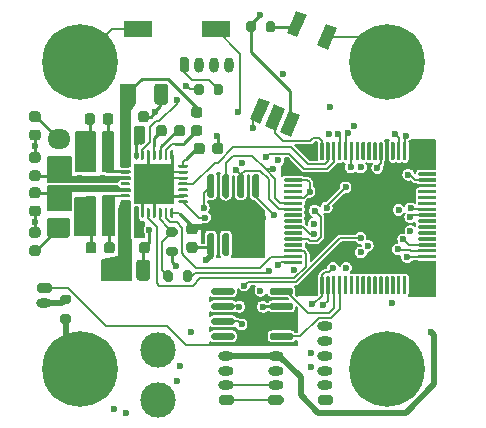
<source format=gbr>
%TF.GenerationSoftware,KiCad,Pcbnew,5.1.10-88a1d61d58~88~ubuntu20.04.1*%
%TF.CreationDate,2021-05-10T19:00:39+02:00*%
%TF.ProjectId,StepperServo,53746570-7065-4725-9365-72766f2e6b69,rev?*%
%TF.SameCoordinates,Original*%
%TF.FileFunction,Copper,L4,Bot*%
%TF.FilePolarity,Positive*%
%FSLAX46Y46*%
G04 Gerber Fmt 4.6, Leading zero omitted, Abs format (unit mm)*
G04 Created by KiCad (PCBNEW 5.1.10-88a1d61d58~88~ubuntu20.04.1) date 2021-05-10 19:00:39*
%MOMM*%
%LPD*%
G01*
G04 APERTURE LIST*
%TA.AperFunction,ComponentPad*%
%ADD10O,1.300000X0.800000*%
%TD*%
%TA.AperFunction,ComponentPad*%
%ADD11O,0.800000X1.300000*%
%TD*%
%TA.AperFunction,ComponentPad*%
%ADD12C,0.800000*%
%TD*%
%TA.AperFunction,ComponentPad*%
%ADD13C,6.400000*%
%TD*%
%TA.AperFunction,ComponentPad*%
%ADD14C,0.500000*%
%TD*%
%TA.AperFunction,SMDPad,CuDef*%
%ADD15R,3.350000X3.350000*%
%TD*%
%TA.AperFunction,SMDPad,CuDef*%
%ADD16R,2.400000X1.400000*%
%TD*%
%TA.AperFunction,SMDPad,CuDef*%
%ADD17C,0.100000*%
%TD*%
%TA.AperFunction,ComponentPad*%
%ADD18O,1.950000X1.700000*%
%TD*%
%TA.AperFunction,ComponentPad*%
%ADD19C,3.000000*%
%TD*%
%TA.AperFunction,ViaPad*%
%ADD20C,0.600000*%
%TD*%
%TA.AperFunction,Conductor*%
%ADD21C,0.250000*%
%TD*%
%TA.AperFunction,Conductor*%
%ADD22C,0.150000*%
%TD*%
%TA.AperFunction,Conductor*%
%ADD23C,0.500000*%
%TD*%
%TA.AperFunction,Conductor*%
%ADD24C,0.170000*%
%TD*%
%TA.AperFunction,Conductor*%
%ADD25C,0.100000*%
%TD*%
G04 APERTURE END LIST*
%TO.P,R20,2*%
%TO.N,GND*%
%TA.AperFunction,SMDPad,CuDef*%
G36*
G01*
X138025000Y-115125000D02*
X138575000Y-115125000D01*
G75*
G02*
X138775000Y-115325000I0J-200000D01*
G01*
X138775000Y-115725000D01*
G75*
G02*
X138575000Y-115925000I-200000J0D01*
G01*
X138025000Y-115925000D01*
G75*
G02*
X137825000Y-115725000I0J200000D01*
G01*
X137825000Y-115325000D01*
G75*
G02*
X138025000Y-115125000I200000J0D01*
G01*
G37*
%TD.AperFunction*%
%TO.P,R20,1*%
%TO.N,/MCU/tempMotor*%
%TA.AperFunction,SMDPad,CuDef*%
G36*
G01*
X138025000Y-113475000D02*
X138575000Y-113475000D01*
G75*
G02*
X138775000Y-113675000I0J-200000D01*
G01*
X138775000Y-114075000D01*
G75*
G02*
X138575000Y-114275000I-200000J0D01*
G01*
X138025000Y-114275000D01*
G75*
G02*
X137825000Y-114075000I0J200000D01*
G01*
X137825000Y-113675000D01*
G75*
G02*
X138025000Y-113475000I200000J0D01*
G01*
G37*
%TD.AperFunction*%
%TD*%
%TO.P,R16,2*%
%TO.N,Net-(OPT1-Pad1)*%
%TA.AperFunction,SMDPad,CuDef*%
G36*
G01*
X155250000Y-91075000D02*
X155250000Y-90525000D01*
G75*
G02*
X155450000Y-90325000I200000J0D01*
G01*
X155850000Y-90325000D01*
G75*
G02*
X156050000Y-90525000I0J-200000D01*
G01*
X156050000Y-91075000D01*
G75*
G02*
X155850000Y-91275000I-200000J0D01*
G01*
X155450000Y-91275000D01*
G75*
G02*
X155250000Y-91075000I0J200000D01*
G01*
G37*
%TD.AperFunction*%
%TO.P,R16,1*%
%TO.N,+5V*%
%TA.AperFunction,SMDPad,CuDef*%
G36*
G01*
X153600000Y-91075000D02*
X153600000Y-90525000D01*
G75*
G02*
X153800000Y-90325000I200000J0D01*
G01*
X154200000Y-90325000D01*
G75*
G02*
X154400000Y-90525000I0J-200000D01*
G01*
X154400000Y-91075000D01*
G75*
G02*
X154200000Y-91275000I-200000J0D01*
G01*
X153800000Y-91275000D01*
G75*
G02*
X153600000Y-91075000I0J200000D01*
G01*
G37*
%TD.AperFunction*%
%TD*%
%TO.P,R11,2*%
%TO.N,GND*%
%TA.AperFunction,SMDPad,CuDef*%
G36*
G01*
X147025000Y-109425000D02*
X147575000Y-109425000D01*
G75*
G02*
X147775000Y-109625000I0J-200000D01*
G01*
X147775000Y-110025000D01*
G75*
G02*
X147575000Y-110225000I-200000J0D01*
G01*
X147025000Y-110225000D01*
G75*
G02*
X146825000Y-110025000I0J200000D01*
G01*
X146825000Y-109625000D01*
G75*
G02*
X147025000Y-109425000I200000J0D01*
G01*
G37*
%TD.AperFunction*%
%TO.P,R11,1*%
%TO.N,/StepperDriver/Vref*%
%TA.AperFunction,SMDPad,CuDef*%
G36*
G01*
X147025000Y-107775000D02*
X147575000Y-107775000D01*
G75*
G02*
X147775000Y-107975000I0J-200000D01*
G01*
X147775000Y-108375000D01*
G75*
G02*
X147575000Y-108575000I-200000J0D01*
G01*
X147025000Y-108575000D01*
G75*
G02*
X146825000Y-108375000I0J200000D01*
G01*
X146825000Y-107975000D01*
G75*
G02*
X147025000Y-107775000I200000J0D01*
G01*
G37*
%TD.AperFunction*%
%TD*%
%TO.P,R7,2*%
%TO.N,/StepperDriver/Vref*%
%TA.AperFunction,SMDPad,CuDef*%
G36*
G01*
X147375000Y-111625000D02*
X147375000Y-112175000D01*
G75*
G02*
X147175000Y-112375000I-200000J0D01*
G01*
X146775000Y-112375000D01*
G75*
G02*
X146575000Y-112175000I0J200000D01*
G01*
X146575000Y-111625000D01*
G75*
G02*
X146775000Y-111425000I200000J0D01*
G01*
X147175000Y-111425000D01*
G75*
G02*
X147375000Y-111625000I0J-200000D01*
G01*
G37*
%TD.AperFunction*%
%TO.P,R7,1*%
%TO.N,+3V3*%
%TA.AperFunction,SMDPad,CuDef*%
G36*
G01*
X149025000Y-111625000D02*
X149025000Y-112175000D01*
G75*
G02*
X148825000Y-112375000I-200000J0D01*
G01*
X148425000Y-112375000D01*
G75*
G02*
X148225000Y-112175000I0J200000D01*
G01*
X148225000Y-111625000D01*
G75*
G02*
X148425000Y-111425000I200000J0D01*
G01*
X148825000Y-111425000D01*
G75*
G02*
X149025000Y-111625000I0J-200000D01*
G01*
G37*
%TD.AperFunction*%
%TD*%
D10*
%TO.P,J6,2*%
%TO.N,/MCU/tempMotor*%
X136500000Y-114150000D03*
%TO.P,J6,1*%
%TO.N,+3V3*%
%TA.AperFunction,ComponentPad*%
G36*
G01*
X136050000Y-112500000D02*
X136950000Y-112500000D01*
G75*
G02*
X137150000Y-112700000I0J-200000D01*
G01*
X137150000Y-113100000D01*
G75*
G02*
X136950000Y-113300000I-200000J0D01*
G01*
X136050000Y-113300000D01*
G75*
G02*
X135850000Y-113100000I0J200000D01*
G01*
X135850000Y-112700000D01*
G75*
G02*
X136050000Y-112500000I200000J0D01*
G01*
G37*
%TD.AperFunction*%
%TD*%
D11*
%TO.P,J4,4*%
%TO.N,/MCU/I2C2_SCL*%
X152100000Y-94000000D03*
%TO.P,J4,3*%
%TO.N,GND*%
X150850000Y-94000000D03*
%TO.P,J4,2*%
%TO.N,/MCU/I2C2_SDA*%
X149600000Y-94000000D03*
%TO.P,J4,1*%
%TO.N,+3V3*%
%TA.AperFunction,ComponentPad*%
G36*
G01*
X147950000Y-94450000D02*
X147950000Y-93550000D01*
G75*
G02*
X148150000Y-93350000I200000J0D01*
G01*
X148550000Y-93350000D01*
G75*
G02*
X148750000Y-93550000I0J-200000D01*
G01*
X148750000Y-94450000D01*
G75*
G02*
X148550000Y-94650000I-200000J0D01*
G01*
X148150000Y-94650000D01*
G75*
G02*
X147950000Y-94450000I0J200000D01*
G01*
G37*
%TD.AperFunction*%
%TD*%
D12*
%TO.P,H4,1*%
%TO.N,GND*%
X167197056Y-118052944D03*
X165500000Y-117350000D03*
X163802944Y-118052944D03*
X163100000Y-119750000D03*
X163802944Y-121447056D03*
X165500000Y-122150000D03*
X167197056Y-121447056D03*
X167900000Y-119750000D03*
D13*
X165500000Y-119750000D03*
%TD*%
D12*
%TO.P,H3,1*%
%TO.N,GND*%
X141197056Y-118052944D03*
X139500000Y-117350000D03*
X137802944Y-118052944D03*
X137100000Y-119750000D03*
X137802944Y-121447056D03*
X139500000Y-122150000D03*
X141197056Y-121447056D03*
X141900000Y-119750000D03*
D13*
X139500000Y-119750000D03*
%TD*%
D12*
%TO.P,H2,1*%
%TO.N,GND*%
X167197056Y-92052944D03*
X165500000Y-91350000D03*
X163802944Y-92052944D03*
X163100000Y-93750000D03*
X163802944Y-95447056D03*
X165500000Y-96150000D03*
X167197056Y-95447056D03*
X167900000Y-93750000D03*
D13*
X165500000Y-93750000D03*
%TD*%
D12*
%TO.P,H1,1*%
%TO.N,GND*%
X141197056Y-92052944D03*
X139500000Y-91350000D03*
X137802944Y-92052944D03*
X137100000Y-93750000D03*
X137802944Y-95447056D03*
X139500000Y-96150000D03*
X141197056Y-95447056D03*
X141900000Y-93750000D03*
D13*
X139500000Y-93750000D03*
%TD*%
%TO.P,U6,8*%
%TO.N,GND*%
%TA.AperFunction,SMDPad,CuDef*%
G36*
G01*
X154555000Y-105250000D02*
X154255000Y-105250000D01*
G75*
G02*
X154105000Y-105100000I0J150000D01*
G01*
X154105000Y-103450000D01*
G75*
G02*
X154255000Y-103300000I150000J0D01*
G01*
X154555000Y-103300000D01*
G75*
G02*
X154705000Y-103450000I0J-150000D01*
G01*
X154705000Y-105100000D01*
G75*
G02*
X154555000Y-105250000I-150000J0D01*
G01*
G37*
%TD.AperFunction*%
%TO.P,U6,7*%
%TO.N,/MCU/I2C1_SCL*%
%TA.AperFunction,SMDPad,CuDef*%
G36*
G01*
X153285000Y-105250000D02*
X152985000Y-105250000D01*
G75*
G02*
X152835000Y-105100000I0J150000D01*
G01*
X152835000Y-103450000D01*
G75*
G02*
X152985000Y-103300000I150000J0D01*
G01*
X153285000Y-103300000D01*
G75*
G02*
X153435000Y-103450000I0J-150000D01*
G01*
X153435000Y-105100000D01*
G75*
G02*
X153285000Y-105250000I-150000J0D01*
G01*
G37*
%TD.AperFunction*%
%TO.P,U6,6*%
%TO.N,/MCU/I2C1_SDA*%
%TA.AperFunction,SMDPad,CuDef*%
G36*
G01*
X152015000Y-105250000D02*
X151715000Y-105250000D01*
G75*
G02*
X151565000Y-105100000I0J150000D01*
G01*
X151565000Y-103450000D01*
G75*
G02*
X151715000Y-103300000I150000J0D01*
G01*
X152015000Y-103300000D01*
G75*
G02*
X152165000Y-103450000I0J-150000D01*
G01*
X152165000Y-105100000D01*
G75*
G02*
X152015000Y-105250000I-150000J0D01*
G01*
G37*
%TD.AperFunction*%
%TO.P,U6,5*%
%TO.N,GND*%
%TA.AperFunction,SMDPad,CuDef*%
G36*
G01*
X150745000Y-105250000D02*
X150445000Y-105250000D01*
G75*
G02*
X150295000Y-105100000I0J150000D01*
G01*
X150295000Y-103450000D01*
G75*
G02*
X150445000Y-103300000I150000J0D01*
G01*
X150745000Y-103300000D01*
G75*
G02*
X150895000Y-103450000I0J-150000D01*
G01*
X150895000Y-105100000D01*
G75*
G02*
X150745000Y-105250000I-150000J0D01*
G01*
G37*
%TD.AperFunction*%
%TO.P,U6,4*%
%TA.AperFunction,SMDPad,CuDef*%
G36*
G01*
X150745000Y-110200000D02*
X150445000Y-110200000D01*
G75*
G02*
X150295000Y-110050000I0J150000D01*
G01*
X150295000Y-108400000D01*
G75*
G02*
X150445000Y-108250000I150000J0D01*
G01*
X150745000Y-108250000D01*
G75*
G02*
X150895000Y-108400000I0J-150000D01*
G01*
X150895000Y-110050000D01*
G75*
G02*
X150745000Y-110200000I-150000J0D01*
G01*
G37*
%TD.AperFunction*%
%TO.P,U6,3*%
%TO.N,N/C*%
%TA.AperFunction,SMDPad,CuDef*%
G36*
G01*
X152015000Y-110200000D02*
X151715000Y-110200000D01*
G75*
G02*
X151565000Y-110050000I0J150000D01*
G01*
X151565000Y-108400000D01*
G75*
G02*
X151715000Y-108250000I150000J0D01*
G01*
X152015000Y-108250000D01*
G75*
G02*
X152165000Y-108400000I0J-150000D01*
G01*
X152165000Y-110050000D01*
G75*
G02*
X152015000Y-110200000I-150000J0D01*
G01*
G37*
%TD.AperFunction*%
%TO.P,U6,2*%
%TO.N,+3V3*%
%TA.AperFunction,SMDPad,CuDef*%
G36*
G01*
X153285000Y-110200000D02*
X152985000Y-110200000D01*
G75*
G02*
X152835000Y-110050000I0J150000D01*
G01*
X152835000Y-108400000D01*
G75*
G02*
X152985000Y-108250000I150000J0D01*
G01*
X153285000Y-108250000D01*
G75*
G02*
X153435000Y-108400000I0J-150000D01*
G01*
X153435000Y-110050000D01*
G75*
G02*
X153285000Y-110200000I-150000J0D01*
G01*
G37*
%TD.AperFunction*%
%TO.P,U6,1*%
%TA.AperFunction,SMDPad,CuDef*%
G36*
G01*
X154555000Y-110200000D02*
X154255000Y-110200000D01*
G75*
G02*
X154105000Y-110050000I0J150000D01*
G01*
X154105000Y-108400000D01*
G75*
G02*
X154255000Y-108250000I150000J0D01*
G01*
X154555000Y-108250000D01*
G75*
G02*
X154705000Y-108400000I0J-150000D01*
G01*
X154705000Y-110050000D01*
G75*
G02*
X154555000Y-110200000I-150000J0D01*
G01*
G37*
%TD.AperFunction*%
%TD*%
%TO.P,U5,64*%
%TO.N,+3V3*%
%TA.AperFunction,SMDPad,CuDef*%
G36*
G01*
X156875000Y-103100000D02*
X158275000Y-103100000D01*
G75*
G02*
X158350000Y-103175000I0J-75000D01*
G01*
X158350000Y-103325000D01*
G75*
G02*
X158275000Y-103400000I-75000J0D01*
G01*
X156875000Y-103400000D01*
G75*
G02*
X156800000Y-103325000I0J75000D01*
G01*
X156800000Y-103175000D01*
G75*
G02*
X156875000Y-103100000I75000J0D01*
G01*
G37*
%TD.AperFunction*%
%TO.P,U5,63*%
%TO.N,GND*%
%TA.AperFunction,SMDPad,CuDef*%
G36*
G01*
X156875000Y-103600000D02*
X158275000Y-103600000D01*
G75*
G02*
X158350000Y-103675000I0J-75000D01*
G01*
X158350000Y-103825000D01*
G75*
G02*
X158275000Y-103900000I-75000J0D01*
G01*
X156875000Y-103900000D01*
G75*
G02*
X156800000Y-103825000I0J75000D01*
G01*
X156800000Y-103675000D01*
G75*
G02*
X156875000Y-103600000I75000J0D01*
G01*
G37*
%TD.AperFunction*%
%TO.P,U5,62*%
%TO.N,N/C*%
%TA.AperFunction,SMDPad,CuDef*%
G36*
G01*
X156875000Y-104100000D02*
X158275000Y-104100000D01*
G75*
G02*
X158350000Y-104175000I0J-75000D01*
G01*
X158350000Y-104325000D01*
G75*
G02*
X158275000Y-104400000I-75000J0D01*
G01*
X156875000Y-104400000D01*
G75*
G02*
X156800000Y-104325000I0J75000D01*
G01*
X156800000Y-104175000D01*
G75*
G02*
X156875000Y-104100000I75000J0D01*
G01*
G37*
%TD.AperFunction*%
%TO.P,U5,61*%
%TA.AperFunction,SMDPad,CuDef*%
G36*
G01*
X156875000Y-104600000D02*
X158275000Y-104600000D01*
G75*
G02*
X158350000Y-104675000I0J-75000D01*
G01*
X158350000Y-104825000D01*
G75*
G02*
X158275000Y-104900000I-75000J0D01*
G01*
X156875000Y-104900000D01*
G75*
G02*
X156800000Y-104825000I0J75000D01*
G01*
X156800000Y-104675000D01*
G75*
G02*
X156875000Y-104600000I75000J0D01*
G01*
G37*
%TD.AperFunction*%
%TO.P,U5,60*%
%TO.N,GND*%
%TA.AperFunction,SMDPad,CuDef*%
G36*
G01*
X156875000Y-105100000D02*
X158275000Y-105100000D01*
G75*
G02*
X158350000Y-105175000I0J-75000D01*
G01*
X158350000Y-105325000D01*
G75*
G02*
X158275000Y-105400000I-75000J0D01*
G01*
X156875000Y-105400000D01*
G75*
G02*
X156800000Y-105325000I0J75000D01*
G01*
X156800000Y-105175000D01*
G75*
G02*
X156875000Y-105100000I75000J0D01*
G01*
G37*
%TD.AperFunction*%
%TO.P,U5,59*%
%TO.N,/MCU/I2C1_SDA*%
%TA.AperFunction,SMDPad,CuDef*%
G36*
G01*
X156875000Y-105600000D02*
X158275000Y-105600000D01*
G75*
G02*
X158350000Y-105675000I0J-75000D01*
G01*
X158350000Y-105825000D01*
G75*
G02*
X158275000Y-105900000I-75000J0D01*
G01*
X156875000Y-105900000D01*
G75*
G02*
X156800000Y-105825000I0J75000D01*
G01*
X156800000Y-105675000D01*
G75*
G02*
X156875000Y-105600000I75000J0D01*
G01*
G37*
%TD.AperFunction*%
%TO.P,U5,58*%
%TO.N,/MCU/I2C1_SCL*%
%TA.AperFunction,SMDPad,CuDef*%
G36*
G01*
X156875000Y-106100000D02*
X158275000Y-106100000D01*
G75*
G02*
X158350000Y-106175000I0J-75000D01*
G01*
X158350000Y-106325000D01*
G75*
G02*
X158275000Y-106400000I-75000J0D01*
G01*
X156875000Y-106400000D01*
G75*
G02*
X156800000Y-106325000I0J75000D01*
G01*
X156800000Y-106175000D01*
G75*
G02*
X156875000Y-106100000I75000J0D01*
G01*
G37*
%TD.AperFunction*%
%TO.P,U5,57*%
%TO.N,N/C*%
%TA.AperFunction,SMDPad,CuDef*%
G36*
G01*
X156875000Y-106600000D02*
X158275000Y-106600000D01*
G75*
G02*
X158350000Y-106675000I0J-75000D01*
G01*
X158350000Y-106825000D01*
G75*
G02*
X158275000Y-106900000I-75000J0D01*
G01*
X156875000Y-106900000D01*
G75*
G02*
X156800000Y-106825000I0J75000D01*
G01*
X156800000Y-106675000D01*
G75*
G02*
X156875000Y-106600000I75000J0D01*
G01*
G37*
%TD.AperFunction*%
%TO.P,U5,56*%
%TA.AperFunction,SMDPad,CuDef*%
G36*
G01*
X156875000Y-107100000D02*
X158275000Y-107100000D01*
G75*
G02*
X158350000Y-107175000I0J-75000D01*
G01*
X158350000Y-107325000D01*
G75*
G02*
X158275000Y-107400000I-75000J0D01*
G01*
X156875000Y-107400000D01*
G75*
G02*
X156800000Y-107325000I0J75000D01*
G01*
X156800000Y-107175000D01*
G75*
G02*
X156875000Y-107100000I75000J0D01*
G01*
G37*
%TD.AperFunction*%
%TO.P,U5,55*%
%TO.N,/MCU/SWO*%
%TA.AperFunction,SMDPad,CuDef*%
G36*
G01*
X156875000Y-107600000D02*
X158275000Y-107600000D01*
G75*
G02*
X158350000Y-107675000I0J-75000D01*
G01*
X158350000Y-107825000D01*
G75*
G02*
X158275000Y-107900000I-75000J0D01*
G01*
X156875000Y-107900000D01*
G75*
G02*
X156800000Y-107825000I0J75000D01*
G01*
X156800000Y-107675000D01*
G75*
G02*
X156875000Y-107600000I75000J0D01*
G01*
G37*
%TD.AperFunction*%
%TO.P,U5,54*%
%TO.N,N/C*%
%TA.AperFunction,SMDPad,CuDef*%
G36*
G01*
X156875000Y-108100000D02*
X158275000Y-108100000D01*
G75*
G02*
X158350000Y-108175000I0J-75000D01*
G01*
X158350000Y-108325000D01*
G75*
G02*
X158275000Y-108400000I-75000J0D01*
G01*
X156875000Y-108400000D01*
G75*
G02*
X156800000Y-108325000I0J75000D01*
G01*
X156800000Y-108175000D01*
G75*
G02*
X156875000Y-108100000I75000J0D01*
G01*
G37*
%TD.AperFunction*%
%TO.P,U5,53*%
%TO.N,/MCU/Stepper_UART*%
%TA.AperFunction,SMDPad,CuDef*%
G36*
G01*
X156875000Y-108600000D02*
X158275000Y-108600000D01*
G75*
G02*
X158350000Y-108675000I0J-75000D01*
G01*
X158350000Y-108825000D01*
G75*
G02*
X158275000Y-108900000I-75000J0D01*
G01*
X156875000Y-108900000D01*
G75*
G02*
X156800000Y-108825000I0J75000D01*
G01*
X156800000Y-108675000D01*
G75*
G02*
X156875000Y-108600000I75000J0D01*
G01*
G37*
%TD.AperFunction*%
%TO.P,U5,52*%
%TO.N,N/C*%
%TA.AperFunction,SMDPad,CuDef*%
G36*
G01*
X156875000Y-109100000D02*
X158275000Y-109100000D01*
G75*
G02*
X158350000Y-109175000I0J-75000D01*
G01*
X158350000Y-109325000D01*
G75*
G02*
X158275000Y-109400000I-75000J0D01*
G01*
X156875000Y-109400000D01*
G75*
G02*
X156800000Y-109325000I0J75000D01*
G01*
X156800000Y-109175000D01*
G75*
G02*
X156875000Y-109100000I75000J0D01*
G01*
G37*
%TD.AperFunction*%
%TO.P,U5,51*%
%TO.N,/StepperDriver/Direction*%
%TA.AperFunction,SMDPad,CuDef*%
G36*
G01*
X156875000Y-109600000D02*
X158275000Y-109600000D01*
G75*
G02*
X158350000Y-109675000I0J-75000D01*
G01*
X158350000Y-109825000D01*
G75*
G02*
X158275000Y-109900000I-75000J0D01*
G01*
X156875000Y-109900000D01*
G75*
G02*
X156800000Y-109825000I0J75000D01*
G01*
X156800000Y-109675000D01*
G75*
G02*
X156875000Y-109600000I75000J0D01*
G01*
G37*
%TD.AperFunction*%
%TO.P,U5,50*%
%TO.N,/StepperDriver/Step*%
%TA.AperFunction,SMDPad,CuDef*%
G36*
G01*
X156875000Y-110100000D02*
X158275000Y-110100000D01*
G75*
G02*
X158350000Y-110175000I0J-75000D01*
G01*
X158350000Y-110325000D01*
G75*
G02*
X158275000Y-110400000I-75000J0D01*
G01*
X156875000Y-110400000D01*
G75*
G02*
X156800000Y-110325000I0J75000D01*
G01*
X156800000Y-110175000D01*
G75*
G02*
X156875000Y-110100000I75000J0D01*
G01*
G37*
%TD.AperFunction*%
%TO.P,U5,49*%
%TO.N,/MCU/SWCLK*%
%TA.AperFunction,SMDPad,CuDef*%
G36*
G01*
X156875000Y-110600000D02*
X158275000Y-110600000D01*
G75*
G02*
X158350000Y-110675000I0J-75000D01*
G01*
X158350000Y-110825000D01*
G75*
G02*
X158275000Y-110900000I-75000J0D01*
G01*
X156875000Y-110900000D01*
G75*
G02*
X156800000Y-110825000I0J75000D01*
G01*
X156800000Y-110675000D01*
G75*
G02*
X156875000Y-110600000I75000J0D01*
G01*
G37*
%TD.AperFunction*%
%TO.P,U5,48*%
%TO.N,+3V3*%
%TA.AperFunction,SMDPad,CuDef*%
G36*
G01*
X159425000Y-111900000D02*
X159575000Y-111900000D01*
G75*
G02*
X159650000Y-111975000I0J-75000D01*
G01*
X159650000Y-113375000D01*
G75*
G02*
X159575000Y-113450000I-75000J0D01*
G01*
X159425000Y-113450000D01*
G75*
G02*
X159350000Y-113375000I0J75000D01*
G01*
X159350000Y-111975000D01*
G75*
G02*
X159425000Y-111900000I75000J0D01*
G01*
G37*
%TD.AperFunction*%
%TO.P,U5,47*%
%TO.N,GND*%
%TA.AperFunction,SMDPad,CuDef*%
G36*
G01*
X159925000Y-111900000D02*
X160075000Y-111900000D01*
G75*
G02*
X160150000Y-111975000I0J-75000D01*
G01*
X160150000Y-113375000D01*
G75*
G02*
X160075000Y-113450000I-75000J0D01*
G01*
X159925000Y-113450000D01*
G75*
G02*
X159850000Y-113375000I0J75000D01*
G01*
X159850000Y-111975000D01*
G75*
G02*
X159925000Y-111900000I75000J0D01*
G01*
G37*
%TD.AperFunction*%
%TO.P,U5,46*%
%TO.N,/MCU/SWDIO*%
%TA.AperFunction,SMDPad,CuDef*%
G36*
G01*
X160425000Y-111900000D02*
X160575000Y-111900000D01*
G75*
G02*
X160650000Y-111975000I0J-75000D01*
G01*
X160650000Y-113375000D01*
G75*
G02*
X160575000Y-113450000I-75000J0D01*
G01*
X160425000Y-113450000D01*
G75*
G02*
X160350000Y-113375000I0J75000D01*
G01*
X160350000Y-111975000D01*
G75*
G02*
X160425000Y-111900000I75000J0D01*
G01*
G37*
%TD.AperFunction*%
%TO.P,U5,45*%
%TO.N,/CAN_TX*%
%TA.AperFunction,SMDPad,CuDef*%
G36*
G01*
X160925000Y-111900000D02*
X161075000Y-111900000D01*
G75*
G02*
X161150000Y-111975000I0J-75000D01*
G01*
X161150000Y-113375000D01*
G75*
G02*
X161075000Y-113450000I-75000J0D01*
G01*
X160925000Y-113450000D01*
G75*
G02*
X160850000Y-113375000I0J75000D01*
G01*
X160850000Y-111975000D01*
G75*
G02*
X160925000Y-111900000I75000J0D01*
G01*
G37*
%TD.AperFunction*%
%TO.P,U5,44*%
%TO.N,/CAN_RX*%
%TA.AperFunction,SMDPad,CuDef*%
G36*
G01*
X161425000Y-111900000D02*
X161575000Y-111900000D01*
G75*
G02*
X161650000Y-111975000I0J-75000D01*
G01*
X161650000Y-113375000D01*
G75*
G02*
X161575000Y-113450000I-75000J0D01*
G01*
X161425000Y-113450000D01*
G75*
G02*
X161350000Y-113375000I0J75000D01*
G01*
X161350000Y-111975000D01*
G75*
G02*
X161425000Y-111900000I75000J0D01*
G01*
G37*
%TD.AperFunction*%
%TO.P,U5,43*%
%TO.N,N/C*%
%TA.AperFunction,SMDPad,CuDef*%
G36*
G01*
X161925000Y-111900000D02*
X162075000Y-111900000D01*
G75*
G02*
X162150000Y-111975000I0J-75000D01*
G01*
X162150000Y-113375000D01*
G75*
G02*
X162075000Y-113450000I-75000J0D01*
G01*
X161925000Y-113450000D01*
G75*
G02*
X161850000Y-113375000I0J75000D01*
G01*
X161850000Y-111975000D01*
G75*
G02*
X161925000Y-111900000I75000J0D01*
G01*
G37*
%TD.AperFunction*%
%TO.P,U5,42*%
%TA.AperFunction,SMDPad,CuDef*%
G36*
G01*
X162425000Y-111900000D02*
X162575000Y-111900000D01*
G75*
G02*
X162650000Y-111975000I0J-75000D01*
G01*
X162650000Y-113375000D01*
G75*
G02*
X162575000Y-113450000I-75000J0D01*
G01*
X162425000Y-113450000D01*
G75*
G02*
X162350000Y-113375000I0J75000D01*
G01*
X162350000Y-111975000D01*
G75*
G02*
X162425000Y-111900000I75000J0D01*
G01*
G37*
%TD.AperFunction*%
%TO.P,U5,41*%
%TA.AperFunction,SMDPad,CuDef*%
G36*
G01*
X162925000Y-111900000D02*
X163075000Y-111900000D01*
G75*
G02*
X163150000Y-111975000I0J-75000D01*
G01*
X163150000Y-113375000D01*
G75*
G02*
X163075000Y-113450000I-75000J0D01*
G01*
X162925000Y-113450000D01*
G75*
G02*
X162850000Y-113375000I0J75000D01*
G01*
X162850000Y-111975000D01*
G75*
G02*
X162925000Y-111900000I75000J0D01*
G01*
G37*
%TD.AperFunction*%
%TO.P,U5,40*%
%TA.AperFunction,SMDPad,CuDef*%
G36*
G01*
X163425000Y-111900000D02*
X163575000Y-111900000D01*
G75*
G02*
X163650000Y-111975000I0J-75000D01*
G01*
X163650000Y-113375000D01*
G75*
G02*
X163575000Y-113450000I-75000J0D01*
G01*
X163425000Y-113450000D01*
G75*
G02*
X163350000Y-113375000I0J75000D01*
G01*
X163350000Y-111975000D01*
G75*
G02*
X163425000Y-111900000I75000J0D01*
G01*
G37*
%TD.AperFunction*%
%TO.P,U5,39*%
%TA.AperFunction,SMDPad,CuDef*%
G36*
G01*
X163925000Y-111900000D02*
X164075000Y-111900000D01*
G75*
G02*
X164150000Y-111975000I0J-75000D01*
G01*
X164150000Y-113375000D01*
G75*
G02*
X164075000Y-113450000I-75000J0D01*
G01*
X163925000Y-113450000D01*
G75*
G02*
X163850000Y-113375000I0J75000D01*
G01*
X163850000Y-111975000D01*
G75*
G02*
X163925000Y-111900000I75000J0D01*
G01*
G37*
%TD.AperFunction*%
%TO.P,U5,38*%
%TA.AperFunction,SMDPad,CuDef*%
G36*
G01*
X164425000Y-111900000D02*
X164575000Y-111900000D01*
G75*
G02*
X164650000Y-111975000I0J-75000D01*
G01*
X164650000Y-113375000D01*
G75*
G02*
X164575000Y-113450000I-75000J0D01*
G01*
X164425000Y-113450000D01*
G75*
G02*
X164350000Y-113375000I0J75000D01*
G01*
X164350000Y-111975000D01*
G75*
G02*
X164425000Y-111900000I75000J0D01*
G01*
G37*
%TD.AperFunction*%
%TO.P,U5,37*%
%TA.AperFunction,SMDPad,CuDef*%
G36*
G01*
X164925000Y-111900000D02*
X165075000Y-111900000D01*
G75*
G02*
X165150000Y-111975000I0J-75000D01*
G01*
X165150000Y-113375000D01*
G75*
G02*
X165075000Y-113450000I-75000J0D01*
G01*
X164925000Y-113450000D01*
G75*
G02*
X164850000Y-113375000I0J75000D01*
G01*
X164850000Y-111975000D01*
G75*
G02*
X164925000Y-111900000I75000J0D01*
G01*
G37*
%TD.AperFunction*%
%TO.P,U5,36*%
%TA.AperFunction,SMDPad,CuDef*%
G36*
G01*
X165425000Y-111900000D02*
X165575000Y-111900000D01*
G75*
G02*
X165650000Y-111975000I0J-75000D01*
G01*
X165650000Y-113375000D01*
G75*
G02*
X165575000Y-113450000I-75000J0D01*
G01*
X165425000Y-113450000D01*
G75*
G02*
X165350000Y-113375000I0J75000D01*
G01*
X165350000Y-111975000D01*
G75*
G02*
X165425000Y-111900000I75000J0D01*
G01*
G37*
%TD.AperFunction*%
%TO.P,U5,35*%
%TA.AperFunction,SMDPad,CuDef*%
G36*
G01*
X165925000Y-111900000D02*
X166075000Y-111900000D01*
G75*
G02*
X166150000Y-111975000I0J-75000D01*
G01*
X166150000Y-113375000D01*
G75*
G02*
X166075000Y-113450000I-75000J0D01*
G01*
X165925000Y-113450000D01*
G75*
G02*
X165850000Y-113375000I0J75000D01*
G01*
X165850000Y-111975000D01*
G75*
G02*
X165925000Y-111900000I75000J0D01*
G01*
G37*
%TD.AperFunction*%
%TO.P,U5,34*%
%TA.AperFunction,SMDPad,CuDef*%
G36*
G01*
X166425000Y-111900000D02*
X166575000Y-111900000D01*
G75*
G02*
X166650000Y-111975000I0J-75000D01*
G01*
X166650000Y-113375000D01*
G75*
G02*
X166575000Y-113450000I-75000J0D01*
G01*
X166425000Y-113450000D01*
G75*
G02*
X166350000Y-113375000I0J75000D01*
G01*
X166350000Y-111975000D01*
G75*
G02*
X166425000Y-111900000I75000J0D01*
G01*
G37*
%TD.AperFunction*%
%TO.P,U5,33*%
%TA.AperFunction,SMDPad,CuDef*%
G36*
G01*
X166925000Y-111900000D02*
X167075000Y-111900000D01*
G75*
G02*
X167150000Y-111975000I0J-75000D01*
G01*
X167150000Y-113375000D01*
G75*
G02*
X167075000Y-113450000I-75000J0D01*
G01*
X166925000Y-113450000D01*
G75*
G02*
X166850000Y-113375000I0J75000D01*
G01*
X166850000Y-111975000D01*
G75*
G02*
X166925000Y-111900000I75000J0D01*
G01*
G37*
%TD.AperFunction*%
%TO.P,U5,32*%
%TO.N,+3V3*%
%TA.AperFunction,SMDPad,CuDef*%
G36*
G01*
X168225000Y-110600000D02*
X169625000Y-110600000D01*
G75*
G02*
X169700000Y-110675000I0J-75000D01*
G01*
X169700000Y-110825000D01*
G75*
G02*
X169625000Y-110900000I-75000J0D01*
G01*
X168225000Y-110900000D01*
G75*
G02*
X168150000Y-110825000I0J75000D01*
G01*
X168150000Y-110675000D01*
G75*
G02*
X168225000Y-110600000I75000J0D01*
G01*
G37*
%TD.AperFunction*%
%TO.P,U5,31*%
%TO.N,GND*%
%TA.AperFunction,SMDPad,CuDef*%
G36*
G01*
X168225000Y-110100000D02*
X169625000Y-110100000D01*
G75*
G02*
X169700000Y-110175000I0J-75000D01*
G01*
X169700000Y-110325000D01*
G75*
G02*
X169625000Y-110400000I-75000J0D01*
G01*
X168225000Y-110400000D01*
G75*
G02*
X168150000Y-110325000I0J75000D01*
G01*
X168150000Y-110175000D01*
G75*
G02*
X168225000Y-110100000I75000J0D01*
G01*
G37*
%TD.AperFunction*%
%TO.P,U5,30*%
%TO.N,/MCU/I2C2_SDA*%
%TA.AperFunction,SMDPad,CuDef*%
G36*
G01*
X168225000Y-109600000D02*
X169625000Y-109600000D01*
G75*
G02*
X169700000Y-109675000I0J-75000D01*
G01*
X169700000Y-109825000D01*
G75*
G02*
X169625000Y-109900000I-75000J0D01*
G01*
X168225000Y-109900000D01*
G75*
G02*
X168150000Y-109825000I0J75000D01*
G01*
X168150000Y-109675000D01*
G75*
G02*
X168225000Y-109600000I75000J0D01*
G01*
G37*
%TD.AperFunction*%
%TO.P,U5,29*%
%TO.N,/MCU/I2C2_SCL*%
%TA.AperFunction,SMDPad,CuDef*%
G36*
G01*
X168225000Y-109100000D02*
X169625000Y-109100000D01*
G75*
G02*
X169700000Y-109175000I0J-75000D01*
G01*
X169700000Y-109325000D01*
G75*
G02*
X169625000Y-109400000I-75000J0D01*
G01*
X168225000Y-109400000D01*
G75*
G02*
X168150000Y-109325000I0J75000D01*
G01*
X168150000Y-109175000D01*
G75*
G02*
X168225000Y-109100000I75000J0D01*
G01*
G37*
%TD.AperFunction*%
%TO.P,U5,28*%
%TO.N,N/C*%
%TA.AperFunction,SMDPad,CuDef*%
G36*
G01*
X168225000Y-108600000D02*
X169625000Y-108600000D01*
G75*
G02*
X169700000Y-108675000I0J-75000D01*
G01*
X169700000Y-108825000D01*
G75*
G02*
X169625000Y-108900000I-75000J0D01*
G01*
X168225000Y-108900000D01*
G75*
G02*
X168150000Y-108825000I0J75000D01*
G01*
X168150000Y-108675000D01*
G75*
G02*
X168225000Y-108600000I75000J0D01*
G01*
G37*
%TD.AperFunction*%
%TO.P,U5,27*%
%TA.AperFunction,SMDPad,CuDef*%
G36*
G01*
X168225000Y-108100000D02*
X169625000Y-108100000D01*
G75*
G02*
X169700000Y-108175000I0J-75000D01*
G01*
X169700000Y-108325000D01*
G75*
G02*
X169625000Y-108400000I-75000J0D01*
G01*
X168225000Y-108400000D01*
G75*
G02*
X168150000Y-108325000I0J75000D01*
G01*
X168150000Y-108175000D01*
G75*
G02*
X168225000Y-108100000I75000J0D01*
G01*
G37*
%TD.AperFunction*%
%TO.P,U5,26*%
%TA.AperFunction,SMDPad,CuDef*%
G36*
G01*
X168225000Y-107600000D02*
X169625000Y-107600000D01*
G75*
G02*
X169700000Y-107675000I0J-75000D01*
G01*
X169700000Y-107825000D01*
G75*
G02*
X169625000Y-107900000I-75000J0D01*
G01*
X168225000Y-107900000D01*
G75*
G02*
X168150000Y-107825000I0J75000D01*
G01*
X168150000Y-107675000D01*
G75*
G02*
X168225000Y-107600000I75000J0D01*
G01*
G37*
%TD.AperFunction*%
%TO.P,U5,25*%
%TA.AperFunction,SMDPad,CuDef*%
G36*
G01*
X168225000Y-107100000D02*
X169625000Y-107100000D01*
G75*
G02*
X169700000Y-107175000I0J-75000D01*
G01*
X169700000Y-107325000D01*
G75*
G02*
X169625000Y-107400000I-75000J0D01*
G01*
X168225000Y-107400000D01*
G75*
G02*
X168150000Y-107325000I0J75000D01*
G01*
X168150000Y-107175000D01*
G75*
G02*
X168225000Y-107100000I75000J0D01*
G01*
G37*
%TD.AperFunction*%
%TO.P,U5,24*%
%TO.N,/MCU/tempMotor*%
%TA.AperFunction,SMDPad,CuDef*%
G36*
G01*
X168225000Y-106600000D02*
X169625000Y-106600000D01*
G75*
G02*
X169700000Y-106675000I0J-75000D01*
G01*
X169700000Y-106825000D01*
G75*
G02*
X169625000Y-106900000I-75000J0D01*
G01*
X168225000Y-106900000D01*
G75*
G02*
X168150000Y-106825000I0J75000D01*
G01*
X168150000Y-106675000D01*
G75*
G02*
X168225000Y-106600000I75000J0D01*
G01*
G37*
%TD.AperFunction*%
%TO.P,U5,23*%
%TO.N,/inputCurrent*%
%TA.AperFunction,SMDPad,CuDef*%
G36*
G01*
X168225000Y-106100000D02*
X169625000Y-106100000D01*
G75*
G02*
X169700000Y-106175000I0J-75000D01*
G01*
X169700000Y-106325000D01*
G75*
G02*
X169625000Y-106400000I-75000J0D01*
G01*
X168225000Y-106400000D01*
G75*
G02*
X168150000Y-106325000I0J75000D01*
G01*
X168150000Y-106175000D01*
G75*
G02*
X168225000Y-106100000I75000J0D01*
G01*
G37*
%TD.AperFunction*%
%TO.P,U5,22*%
%TO.N,N/C*%
%TA.AperFunction,SMDPad,CuDef*%
G36*
G01*
X168225000Y-105600000D02*
X169625000Y-105600000D01*
G75*
G02*
X169700000Y-105675000I0J-75000D01*
G01*
X169700000Y-105825000D01*
G75*
G02*
X169625000Y-105900000I-75000J0D01*
G01*
X168225000Y-105900000D01*
G75*
G02*
X168150000Y-105825000I0J75000D01*
G01*
X168150000Y-105675000D01*
G75*
G02*
X168225000Y-105600000I75000J0D01*
G01*
G37*
%TD.AperFunction*%
%TO.P,U5,21*%
%TA.AperFunction,SMDPad,CuDef*%
G36*
G01*
X168225000Y-105100000D02*
X169625000Y-105100000D01*
G75*
G02*
X169700000Y-105175000I0J-75000D01*
G01*
X169700000Y-105325000D01*
G75*
G02*
X169625000Y-105400000I-75000J0D01*
G01*
X168225000Y-105400000D01*
G75*
G02*
X168150000Y-105325000I0J75000D01*
G01*
X168150000Y-105175000D01*
G75*
G02*
X168225000Y-105100000I75000J0D01*
G01*
G37*
%TD.AperFunction*%
%TO.P,U5,20*%
%TA.AperFunction,SMDPad,CuDef*%
G36*
G01*
X168225000Y-104600000D02*
X169625000Y-104600000D01*
G75*
G02*
X169700000Y-104675000I0J-75000D01*
G01*
X169700000Y-104825000D01*
G75*
G02*
X169625000Y-104900000I-75000J0D01*
G01*
X168225000Y-104900000D01*
G75*
G02*
X168150000Y-104825000I0J75000D01*
G01*
X168150000Y-104675000D01*
G75*
G02*
X168225000Y-104600000I75000J0D01*
G01*
G37*
%TD.AperFunction*%
%TO.P,U5,19*%
%TO.N,+3V3*%
%TA.AperFunction,SMDPad,CuDef*%
G36*
G01*
X168225000Y-104100000D02*
X169625000Y-104100000D01*
G75*
G02*
X169700000Y-104175000I0J-75000D01*
G01*
X169700000Y-104325000D01*
G75*
G02*
X169625000Y-104400000I-75000J0D01*
G01*
X168225000Y-104400000D01*
G75*
G02*
X168150000Y-104325000I0J75000D01*
G01*
X168150000Y-104175000D01*
G75*
G02*
X168225000Y-104100000I75000J0D01*
G01*
G37*
%TD.AperFunction*%
%TO.P,U5,18*%
%TO.N,GND*%
%TA.AperFunction,SMDPad,CuDef*%
G36*
G01*
X168225000Y-103600000D02*
X169625000Y-103600000D01*
G75*
G02*
X169700000Y-103675000I0J-75000D01*
G01*
X169700000Y-103825000D01*
G75*
G02*
X169625000Y-103900000I-75000J0D01*
G01*
X168225000Y-103900000D01*
G75*
G02*
X168150000Y-103825000I0J75000D01*
G01*
X168150000Y-103675000D01*
G75*
G02*
X168225000Y-103600000I75000J0D01*
G01*
G37*
%TD.AperFunction*%
%TO.P,U5,17*%
%TO.N,N/C*%
%TA.AperFunction,SMDPad,CuDef*%
G36*
G01*
X168225000Y-103100000D02*
X169625000Y-103100000D01*
G75*
G02*
X169700000Y-103175000I0J-75000D01*
G01*
X169700000Y-103325000D01*
G75*
G02*
X169625000Y-103400000I-75000J0D01*
G01*
X168225000Y-103400000D01*
G75*
G02*
X168150000Y-103325000I0J75000D01*
G01*
X168150000Y-103175000D01*
G75*
G02*
X168225000Y-103100000I75000J0D01*
G01*
G37*
%TD.AperFunction*%
%TO.P,U5,16*%
%TO.N,/MCU/LED_RED*%
%TA.AperFunction,SMDPad,CuDef*%
G36*
G01*
X166925000Y-100550000D02*
X167075000Y-100550000D01*
G75*
G02*
X167150000Y-100625000I0J-75000D01*
G01*
X167150000Y-102025000D01*
G75*
G02*
X167075000Y-102100000I-75000J0D01*
G01*
X166925000Y-102100000D01*
G75*
G02*
X166850000Y-102025000I0J75000D01*
G01*
X166850000Y-100625000D01*
G75*
G02*
X166925000Y-100550000I75000J0D01*
G01*
G37*
%TD.AperFunction*%
%TO.P,U5,15*%
%TO.N,/MCU/LED_GREEN*%
%TA.AperFunction,SMDPad,CuDef*%
G36*
G01*
X166425000Y-100550000D02*
X166575000Y-100550000D01*
G75*
G02*
X166650000Y-100625000I0J-75000D01*
G01*
X166650000Y-102025000D01*
G75*
G02*
X166575000Y-102100000I-75000J0D01*
G01*
X166425000Y-102100000D01*
G75*
G02*
X166350000Y-102025000I0J75000D01*
G01*
X166350000Y-100625000D01*
G75*
G02*
X166425000Y-100550000I75000J0D01*
G01*
G37*
%TD.AperFunction*%
%TO.P,U5,14*%
%TO.N,N/C*%
%TA.AperFunction,SMDPad,CuDef*%
G36*
G01*
X165925000Y-100550000D02*
X166075000Y-100550000D01*
G75*
G02*
X166150000Y-100625000I0J-75000D01*
G01*
X166150000Y-102025000D01*
G75*
G02*
X166075000Y-102100000I-75000J0D01*
G01*
X165925000Y-102100000D01*
G75*
G02*
X165850000Y-102025000I0J75000D01*
G01*
X165850000Y-100625000D01*
G75*
G02*
X165925000Y-100550000I75000J0D01*
G01*
G37*
%TD.AperFunction*%
%TO.P,U5,13*%
%TO.N,+3V3*%
%TA.AperFunction,SMDPad,CuDef*%
G36*
G01*
X165425000Y-100550000D02*
X165575000Y-100550000D01*
G75*
G02*
X165650000Y-100625000I0J-75000D01*
G01*
X165650000Y-102025000D01*
G75*
G02*
X165575000Y-102100000I-75000J0D01*
G01*
X165425000Y-102100000D01*
G75*
G02*
X165350000Y-102025000I0J75000D01*
G01*
X165350000Y-100625000D01*
G75*
G02*
X165425000Y-100550000I75000J0D01*
G01*
G37*
%TD.AperFunction*%
%TO.P,U5,12*%
%TO.N,GND*%
%TA.AperFunction,SMDPad,CuDef*%
G36*
G01*
X164925000Y-100550000D02*
X165075000Y-100550000D01*
G75*
G02*
X165150000Y-100625000I0J-75000D01*
G01*
X165150000Y-102025000D01*
G75*
G02*
X165075000Y-102100000I-75000J0D01*
G01*
X164925000Y-102100000D01*
G75*
G02*
X164850000Y-102025000I0J75000D01*
G01*
X164850000Y-100625000D01*
G75*
G02*
X164925000Y-100550000I75000J0D01*
G01*
G37*
%TD.AperFunction*%
%TO.P,U5,11*%
%TO.N,N/C*%
%TA.AperFunction,SMDPad,CuDef*%
G36*
G01*
X164425000Y-100550000D02*
X164575000Y-100550000D01*
G75*
G02*
X164650000Y-100625000I0J-75000D01*
G01*
X164650000Y-102025000D01*
G75*
G02*
X164575000Y-102100000I-75000J0D01*
G01*
X164425000Y-102100000D01*
G75*
G02*
X164350000Y-102025000I0J75000D01*
G01*
X164350000Y-100625000D01*
G75*
G02*
X164425000Y-100550000I75000J0D01*
G01*
G37*
%TD.AperFunction*%
%TO.P,U5,10*%
%TA.AperFunction,SMDPad,CuDef*%
G36*
G01*
X163925000Y-100550000D02*
X164075000Y-100550000D01*
G75*
G02*
X164150000Y-100625000I0J-75000D01*
G01*
X164150000Y-102025000D01*
G75*
G02*
X164075000Y-102100000I-75000J0D01*
G01*
X163925000Y-102100000D01*
G75*
G02*
X163850000Y-102025000I0J75000D01*
G01*
X163850000Y-100625000D01*
G75*
G02*
X163925000Y-100550000I75000J0D01*
G01*
G37*
%TD.AperFunction*%
%TO.P,U5,9*%
%TA.AperFunction,SMDPad,CuDef*%
G36*
G01*
X163425000Y-100550000D02*
X163575000Y-100550000D01*
G75*
G02*
X163650000Y-100625000I0J-75000D01*
G01*
X163650000Y-102025000D01*
G75*
G02*
X163575000Y-102100000I-75000J0D01*
G01*
X163425000Y-102100000D01*
G75*
G02*
X163350000Y-102025000I0J75000D01*
G01*
X163350000Y-100625000D01*
G75*
G02*
X163425000Y-100550000I75000J0D01*
G01*
G37*
%TD.AperFunction*%
%TO.P,U5,8*%
%TA.AperFunction,SMDPad,CuDef*%
G36*
G01*
X162925000Y-100550000D02*
X163075000Y-100550000D01*
G75*
G02*
X163150000Y-100625000I0J-75000D01*
G01*
X163150000Y-102025000D01*
G75*
G02*
X163075000Y-102100000I-75000J0D01*
G01*
X162925000Y-102100000D01*
G75*
G02*
X162850000Y-102025000I0J75000D01*
G01*
X162850000Y-100625000D01*
G75*
G02*
X162925000Y-100550000I75000J0D01*
G01*
G37*
%TD.AperFunction*%
%TO.P,U5,7*%
%TO.N,/MCU/~RST*%
%TA.AperFunction,SMDPad,CuDef*%
G36*
G01*
X162425000Y-100550000D02*
X162575000Y-100550000D01*
G75*
G02*
X162650000Y-100625000I0J-75000D01*
G01*
X162650000Y-102025000D01*
G75*
G02*
X162575000Y-102100000I-75000J0D01*
G01*
X162425000Y-102100000D01*
G75*
G02*
X162350000Y-102025000I0J75000D01*
G01*
X162350000Y-100625000D01*
G75*
G02*
X162425000Y-100550000I75000J0D01*
G01*
G37*
%TD.AperFunction*%
%TO.P,U5,6*%
%TO.N,Net-(C34-Pad2)*%
%TA.AperFunction,SMDPad,CuDef*%
G36*
G01*
X161925000Y-100550000D02*
X162075000Y-100550000D01*
G75*
G02*
X162150000Y-100625000I0J-75000D01*
G01*
X162150000Y-102025000D01*
G75*
G02*
X162075000Y-102100000I-75000J0D01*
G01*
X161925000Y-102100000D01*
G75*
G02*
X161850000Y-102025000I0J75000D01*
G01*
X161850000Y-100625000D01*
G75*
G02*
X161925000Y-100550000I75000J0D01*
G01*
G37*
%TD.AperFunction*%
%TO.P,U5,5*%
%TO.N,Net-(R19-Pad1)*%
%TA.AperFunction,SMDPad,CuDef*%
G36*
G01*
X161425000Y-100550000D02*
X161575000Y-100550000D01*
G75*
G02*
X161650000Y-100625000I0J-75000D01*
G01*
X161650000Y-102025000D01*
G75*
G02*
X161575000Y-102100000I-75000J0D01*
G01*
X161425000Y-102100000D01*
G75*
G02*
X161350000Y-102025000I0J75000D01*
G01*
X161350000Y-100625000D01*
G75*
G02*
X161425000Y-100550000I75000J0D01*
G01*
G37*
%TD.AperFunction*%
%TO.P,U5,4*%
%TO.N,/StepperDriver/~EN*%
%TA.AperFunction,SMDPad,CuDef*%
G36*
G01*
X160925000Y-100550000D02*
X161075000Y-100550000D01*
G75*
G02*
X161150000Y-100625000I0J-75000D01*
G01*
X161150000Y-102025000D01*
G75*
G02*
X161075000Y-102100000I-75000J0D01*
G01*
X160925000Y-102100000D01*
G75*
G02*
X160850000Y-102025000I0J75000D01*
G01*
X160850000Y-100625000D01*
G75*
G02*
X160925000Y-100550000I75000J0D01*
G01*
G37*
%TD.AperFunction*%
%TO.P,U5,3*%
%TO.N,/StepperDriver/Diag*%
%TA.AperFunction,SMDPad,CuDef*%
G36*
G01*
X160425000Y-100550000D02*
X160575000Y-100550000D01*
G75*
G02*
X160650000Y-100625000I0J-75000D01*
G01*
X160650000Y-102025000D01*
G75*
G02*
X160575000Y-102100000I-75000J0D01*
G01*
X160425000Y-102100000D01*
G75*
G02*
X160350000Y-102025000I0J75000D01*
G01*
X160350000Y-100625000D01*
G75*
G02*
X160425000Y-100550000I75000J0D01*
G01*
G37*
%TD.AperFunction*%
%TO.P,U5,2*%
%TO.N,/MCU/endstopRight*%
%TA.AperFunction,SMDPad,CuDef*%
G36*
G01*
X159925000Y-100550000D02*
X160075000Y-100550000D01*
G75*
G02*
X160150000Y-100625000I0J-75000D01*
G01*
X160150000Y-102025000D01*
G75*
G02*
X160075000Y-102100000I-75000J0D01*
G01*
X159925000Y-102100000D01*
G75*
G02*
X159850000Y-102025000I0J75000D01*
G01*
X159850000Y-100625000D01*
G75*
G02*
X159925000Y-100550000I75000J0D01*
G01*
G37*
%TD.AperFunction*%
%TO.P,U5,1*%
%TO.N,+3V3*%
%TA.AperFunction,SMDPad,CuDef*%
G36*
G01*
X159425000Y-100550000D02*
X159575000Y-100550000D01*
G75*
G02*
X159650000Y-100625000I0J-75000D01*
G01*
X159650000Y-102025000D01*
G75*
G02*
X159575000Y-102100000I-75000J0D01*
G01*
X159425000Y-102100000D01*
G75*
G02*
X159350000Y-102025000I0J75000D01*
G01*
X159350000Y-100625000D01*
G75*
G02*
X159425000Y-100550000I75000J0D01*
G01*
G37*
%TD.AperFunction*%
%TD*%
D14*
%TO.P,U3,29*%
%TO.N,GND*%
X146800000Y-105100000D03*
X146800000Y-104100000D03*
X146800000Y-103100000D03*
X145800000Y-105100000D03*
X145800000Y-104100000D03*
X145800000Y-103100000D03*
X144800000Y-105100000D03*
X144800000Y-104100000D03*
X144800000Y-103100000D03*
D15*
X145800000Y-104100000D03*
%TO.P,U3,28*%
%TO.N,VCC*%
%TA.AperFunction,SMDPad,CuDef*%
G36*
G01*
X143012500Y-102475000D02*
X143687500Y-102475000D01*
G75*
G02*
X143750000Y-102537500I0J-62500D01*
G01*
X143750000Y-102662500D01*
G75*
G02*
X143687500Y-102725000I-62500J0D01*
G01*
X143012500Y-102725000D01*
G75*
G02*
X142950000Y-102662500I0J62500D01*
G01*
X142950000Y-102537500D01*
G75*
G02*
X143012500Y-102475000I62500J0D01*
G01*
G37*
%TD.AperFunction*%
%TO.P,U3,27*%
%TO.N,/StepperDriver/senseCoilB*%
%TA.AperFunction,SMDPad,CuDef*%
G36*
G01*
X143012500Y-102975000D02*
X143687500Y-102975000D01*
G75*
G02*
X143750000Y-103037500I0J-62500D01*
G01*
X143750000Y-103162500D01*
G75*
G02*
X143687500Y-103225000I-62500J0D01*
G01*
X143012500Y-103225000D01*
G75*
G02*
X142950000Y-103162500I0J62500D01*
G01*
X142950000Y-103037500D01*
G75*
G02*
X143012500Y-102975000I62500J0D01*
G01*
G37*
%TD.AperFunction*%
%TO.P,U3,26*%
%TO.N,/StepperDriver/coilB_1*%
%TA.AperFunction,SMDPad,CuDef*%
G36*
G01*
X143012500Y-103475000D02*
X143687500Y-103475000D01*
G75*
G02*
X143750000Y-103537500I0J-62500D01*
G01*
X143750000Y-103662500D01*
G75*
G02*
X143687500Y-103725000I-62500J0D01*
G01*
X143012500Y-103725000D01*
G75*
G02*
X142950000Y-103662500I0J62500D01*
G01*
X142950000Y-103537500D01*
G75*
G02*
X143012500Y-103475000I62500J0D01*
G01*
G37*
%TD.AperFunction*%
%TO.P,U3,25*%
%TO.N,N/C*%
%TA.AperFunction,SMDPad,CuDef*%
G36*
G01*
X143012500Y-103975000D02*
X143687500Y-103975000D01*
G75*
G02*
X143750000Y-104037500I0J-62500D01*
G01*
X143750000Y-104162500D01*
G75*
G02*
X143687500Y-104225000I-62500J0D01*
G01*
X143012500Y-104225000D01*
G75*
G02*
X142950000Y-104162500I0J62500D01*
G01*
X142950000Y-104037500D01*
G75*
G02*
X143012500Y-103975000I62500J0D01*
G01*
G37*
%TD.AperFunction*%
%TO.P,U3,24*%
%TO.N,/StepperDriver/coilA_1*%
%TA.AperFunction,SMDPad,CuDef*%
G36*
G01*
X143012500Y-104475000D02*
X143687500Y-104475000D01*
G75*
G02*
X143750000Y-104537500I0J-62500D01*
G01*
X143750000Y-104662500D01*
G75*
G02*
X143687500Y-104725000I-62500J0D01*
G01*
X143012500Y-104725000D01*
G75*
G02*
X142950000Y-104662500I0J62500D01*
G01*
X142950000Y-104537500D01*
G75*
G02*
X143012500Y-104475000I62500J0D01*
G01*
G37*
%TD.AperFunction*%
%TO.P,U3,23*%
%TO.N,/StepperDriver/senseCoilA*%
%TA.AperFunction,SMDPad,CuDef*%
G36*
G01*
X143012500Y-104975000D02*
X143687500Y-104975000D01*
G75*
G02*
X143750000Y-105037500I0J-62500D01*
G01*
X143750000Y-105162500D01*
G75*
G02*
X143687500Y-105225000I-62500J0D01*
G01*
X143012500Y-105225000D01*
G75*
G02*
X142950000Y-105162500I0J62500D01*
G01*
X142950000Y-105037500D01*
G75*
G02*
X143012500Y-104975000I62500J0D01*
G01*
G37*
%TD.AperFunction*%
%TO.P,U3,22*%
%TO.N,VCC*%
%TA.AperFunction,SMDPad,CuDef*%
G36*
G01*
X143012500Y-105475000D02*
X143687500Y-105475000D01*
G75*
G02*
X143750000Y-105537500I0J-62500D01*
G01*
X143750000Y-105662500D01*
G75*
G02*
X143687500Y-105725000I-62500J0D01*
G01*
X143012500Y-105725000D01*
G75*
G02*
X142950000Y-105662500I0J62500D01*
G01*
X142950000Y-105537500D01*
G75*
G02*
X143012500Y-105475000I62500J0D01*
G01*
G37*
%TD.AperFunction*%
%TO.P,U3,21*%
%TO.N,/StepperDriver/coilA_2*%
%TA.AperFunction,SMDPad,CuDef*%
G36*
G01*
X144237500Y-106150000D02*
X144362500Y-106150000D01*
G75*
G02*
X144425000Y-106212500I0J-62500D01*
G01*
X144425000Y-106887500D01*
G75*
G02*
X144362500Y-106950000I-62500J0D01*
G01*
X144237500Y-106950000D01*
G75*
G02*
X144175000Y-106887500I0J62500D01*
G01*
X144175000Y-106212500D01*
G75*
G02*
X144237500Y-106150000I62500J0D01*
G01*
G37*
%TD.AperFunction*%
%TO.P,U3,20*%
%TO.N,GND*%
%TA.AperFunction,SMDPad,CuDef*%
G36*
G01*
X144737500Y-106150000D02*
X144862500Y-106150000D01*
G75*
G02*
X144925000Y-106212500I0J-62500D01*
G01*
X144925000Y-106887500D01*
G75*
G02*
X144862500Y-106950000I-62500J0D01*
G01*
X144737500Y-106950000D01*
G75*
G02*
X144675000Y-106887500I0J62500D01*
G01*
X144675000Y-106212500D01*
G75*
G02*
X144737500Y-106150000I62500J0D01*
G01*
G37*
%TD.AperFunction*%
%TO.P,U3,19*%
%TO.N,/StepperDriver/Direction*%
%TA.AperFunction,SMDPad,CuDef*%
G36*
G01*
X145237500Y-106150000D02*
X145362500Y-106150000D01*
G75*
G02*
X145425000Y-106212500I0J-62500D01*
G01*
X145425000Y-106887500D01*
G75*
G02*
X145362500Y-106950000I-62500J0D01*
G01*
X145237500Y-106950000D01*
G75*
G02*
X145175000Y-106887500I0J62500D01*
G01*
X145175000Y-106212500D01*
G75*
G02*
X145237500Y-106150000I62500J0D01*
G01*
G37*
%TD.AperFunction*%
%TO.P,U3,18*%
%TO.N,GND*%
%TA.AperFunction,SMDPad,CuDef*%
G36*
G01*
X145737500Y-106150000D02*
X145862500Y-106150000D01*
G75*
G02*
X145925000Y-106212500I0J-62500D01*
G01*
X145925000Y-106887500D01*
G75*
G02*
X145862500Y-106950000I-62500J0D01*
G01*
X145737500Y-106950000D01*
G75*
G02*
X145675000Y-106887500I0J62500D01*
G01*
X145675000Y-106212500D01*
G75*
G02*
X145737500Y-106150000I62500J0D01*
G01*
G37*
%TD.AperFunction*%
%TO.P,U3,17*%
%TO.N,/StepperDriver/Vref*%
%TA.AperFunction,SMDPad,CuDef*%
G36*
G01*
X146237500Y-106150000D02*
X146362500Y-106150000D01*
G75*
G02*
X146425000Y-106212500I0J-62500D01*
G01*
X146425000Y-106887500D01*
G75*
G02*
X146362500Y-106950000I-62500J0D01*
G01*
X146237500Y-106950000D01*
G75*
G02*
X146175000Y-106887500I0J62500D01*
G01*
X146175000Y-106212500D01*
G75*
G02*
X146237500Y-106150000I62500J0D01*
G01*
G37*
%TD.AperFunction*%
%TO.P,U3,16*%
%TO.N,/StepperDriver/Step*%
%TA.AperFunction,SMDPad,CuDef*%
G36*
G01*
X146737500Y-106150000D02*
X146862500Y-106150000D01*
G75*
G02*
X146925000Y-106212500I0J-62500D01*
G01*
X146925000Y-106887500D01*
G75*
G02*
X146862500Y-106950000I-62500J0D01*
G01*
X146737500Y-106950000D01*
G75*
G02*
X146675000Y-106887500I0J62500D01*
G01*
X146675000Y-106212500D01*
G75*
G02*
X146737500Y-106150000I62500J0D01*
G01*
G37*
%TD.AperFunction*%
%TO.P,U3,15*%
%TO.N,+3V3*%
%TA.AperFunction,SMDPad,CuDef*%
G36*
G01*
X147237500Y-106150000D02*
X147362500Y-106150000D01*
G75*
G02*
X147425000Y-106212500I0J-62500D01*
G01*
X147425000Y-106887500D01*
G75*
G02*
X147362500Y-106950000I-62500J0D01*
G01*
X147237500Y-106950000D01*
G75*
G02*
X147175000Y-106887500I0J62500D01*
G01*
X147175000Y-106212500D01*
G75*
G02*
X147237500Y-106150000I62500J0D01*
G01*
G37*
%TD.AperFunction*%
%TO.P,U3,14*%
%TO.N,Net-(R4-Pad1)*%
%TA.AperFunction,SMDPad,CuDef*%
G36*
G01*
X147912500Y-105475000D02*
X148587500Y-105475000D01*
G75*
G02*
X148650000Y-105537500I0J-62500D01*
G01*
X148650000Y-105662500D01*
G75*
G02*
X148587500Y-105725000I-62500J0D01*
G01*
X147912500Y-105725000D01*
G75*
G02*
X147850000Y-105662500I0J62500D01*
G01*
X147850000Y-105537500D01*
G75*
G02*
X147912500Y-105475000I62500J0D01*
G01*
G37*
%TD.AperFunction*%
%TO.P,U3,13*%
%TO.N,GND*%
%TA.AperFunction,SMDPad,CuDef*%
G36*
G01*
X147912500Y-104975000D02*
X148587500Y-104975000D01*
G75*
G02*
X148650000Y-105037500I0J-62500D01*
G01*
X148650000Y-105162500D01*
G75*
G02*
X148587500Y-105225000I-62500J0D01*
G01*
X147912500Y-105225000D01*
G75*
G02*
X147850000Y-105162500I0J62500D01*
G01*
X147850000Y-105037500D01*
G75*
G02*
X147912500Y-104975000I62500J0D01*
G01*
G37*
%TD.AperFunction*%
%TO.P,U3,12*%
%TO.N,N/C*%
%TA.AperFunction,SMDPad,CuDef*%
G36*
G01*
X147912500Y-104475000D02*
X148587500Y-104475000D01*
G75*
G02*
X148650000Y-104537500I0J-62500D01*
G01*
X148650000Y-104662500D01*
G75*
G02*
X148587500Y-104725000I-62500J0D01*
G01*
X147912500Y-104725000D01*
G75*
G02*
X147850000Y-104662500I0J62500D01*
G01*
X147850000Y-104537500D01*
G75*
G02*
X147912500Y-104475000I62500J0D01*
G01*
G37*
%TD.AperFunction*%
%TO.P,U3,11*%
%TO.N,/StepperDriver/Diag*%
%TA.AperFunction,SMDPad,CuDef*%
G36*
G01*
X147912500Y-103975000D02*
X148587500Y-103975000D01*
G75*
G02*
X148650000Y-104037500I0J-62500D01*
G01*
X148650000Y-104162500D01*
G75*
G02*
X148587500Y-104225000I-62500J0D01*
G01*
X147912500Y-104225000D01*
G75*
G02*
X147850000Y-104162500I0J62500D01*
G01*
X147850000Y-104037500D01*
G75*
G02*
X147912500Y-103975000I62500J0D01*
G01*
G37*
%TD.AperFunction*%
%TO.P,U3,10*%
%TO.N,GND*%
%TA.AperFunction,SMDPad,CuDef*%
G36*
G01*
X147912500Y-103475000D02*
X148587500Y-103475000D01*
G75*
G02*
X148650000Y-103537500I0J-62500D01*
G01*
X148650000Y-103662500D01*
G75*
G02*
X148587500Y-103725000I-62500J0D01*
G01*
X147912500Y-103725000D01*
G75*
G02*
X147850000Y-103662500I0J62500D01*
G01*
X147850000Y-103537500D01*
G75*
G02*
X147912500Y-103475000I62500J0D01*
G01*
G37*
%TD.AperFunction*%
%TO.P,U3,9*%
%TA.AperFunction,SMDPad,CuDef*%
G36*
G01*
X147912500Y-102975000D02*
X148587500Y-102975000D01*
G75*
G02*
X148650000Y-103037500I0J-62500D01*
G01*
X148650000Y-103162500D01*
G75*
G02*
X148587500Y-103225000I-62500J0D01*
G01*
X147912500Y-103225000D01*
G75*
G02*
X147850000Y-103162500I0J62500D01*
G01*
X147850000Y-103037500D01*
G75*
G02*
X147912500Y-102975000I62500J0D01*
G01*
G37*
%TD.AperFunction*%
%TO.P,U3,8*%
%TO.N,/StepperDriver/internal5VReg*%
%TA.AperFunction,SMDPad,CuDef*%
G36*
G01*
X147912500Y-102475000D02*
X148587500Y-102475000D01*
G75*
G02*
X148650000Y-102537500I0J-62500D01*
G01*
X148650000Y-102662500D01*
G75*
G02*
X148587500Y-102725000I-62500J0D01*
G01*
X147912500Y-102725000D01*
G75*
G02*
X147850000Y-102662500I0J62500D01*
G01*
X147850000Y-102537500D01*
G75*
G02*
X147912500Y-102475000I62500J0D01*
G01*
G37*
%TD.AperFunction*%
%TO.P,U3,7*%
%TO.N,GND*%
%TA.AperFunction,SMDPad,CuDef*%
G36*
G01*
X147237500Y-101250000D02*
X147362500Y-101250000D01*
G75*
G02*
X147425000Y-101312500I0J-62500D01*
G01*
X147425000Y-101987500D01*
G75*
G02*
X147362500Y-102050000I-62500J0D01*
G01*
X147237500Y-102050000D01*
G75*
G02*
X147175000Y-101987500I0J62500D01*
G01*
X147175000Y-101312500D01*
G75*
G02*
X147237500Y-101250000I62500J0D01*
G01*
G37*
%TD.AperFunction*%
%TO.P,U3,6*%
%TO.N,/StepperDriver/chargePumpVoltage*%
%TA.AperFunction,SMDPad,CuDef*%
G36*
G01*
X146737500Y-101250000D02*
X146862500Y-101250000D01*
G75*
G02*
X146925000Y-101312500I0J-62500D01*
G01*
X146925000Y-101987500D01*
G75*
G02*
X146862500Y-102050000I-62500J0D01*
G01*
X146737500Y-102050000D01*
G75*
G02*
X146675000Y-101987500I0J62500D01*
G01*
X146675000Y-101312500D01*
G75*
G02*
X146737500Y-101250000I62500J0D01*
G01*
G37*
%TD.AperFunction*%
%TO.P,U3,5*%
%TO.N,/StepperDriver/chargePumpIn*%
%TA.AperFunction,SMDPad,CuDef*%
G36*
G01*
X146237500Y-101250000D02*
X146362500Y-101250000D01*
G75*
G02*
X146425000Y-101312500I0J-62500D01*
G01*
X146425000Y-101987500D01*
G75*
G02*
X146362500Y-102050000I-62500J0D01*
G01*
X146237500Y-102050000D01*
G75*
G02*
X146175000Y-101987500I0J62500D01*
G01*
X146175000Y-101312500D01*
G75*
G02*
X146237500Y-101250000I62500J0D01*
G01*
G37*
%TD.AperFunction*%
%TO.P,U3,4*%
%TO.N,/StepperDriver/chargePumpOut*%
%TA.AperFunction,SMDPad,CuDef*%
G36*
G01*
X145737500Y-101250000D02*
X145862500Y-101250000D01*
G75*
G02*
X145925000Y-101312500I0J-62500D01*
G01*
X145925000Y-101987500D01*
G75*
G02*
X145862500Y-102050000I-62500J0D01*
G01*
X145737500Y-102050000D01*
G75*
G02*
X145675000Y-101987500I0J62500D01*
G01*
X145675000Y-101312500D01*
G75*
G02*
X145737500Y-101250000I62500J0D01*
G01*
G37*
%TD.AperFunction*%
%TO.P,U3,3*%
%TO.N,GND*%
%TA.AperFunction,SMDPad,CuDef*%
G36*
G01*
X145237500Y-101250000D02*
X145362500Y-101250000D01*
G75*
G02*
X145425000Y-101312500I0J-62500D01*
G01*
X145425000Y-101987500D01*
G75*
G02*
X145362500Y-102050000I-62500J0D01*
G01*
X145237500Y-102050000D01*
G75*
G02*
X145175000Y-101987500I0J62500D01*
G01*
X145175000Y-101312500D01*
G75*
G02*
X145237500Y-101250000I62500J0D01*
G01*
G37*
%TD.AperFunction*%
%TO.P,U3,2*%
%TO.N,/StepperDriver/~EN*%
%TA.AperFunction,SMDPad,CuDef*%
G36*
G01*
X144737500Y-101250000D02*
X144862500Y-101250000D01*
G75*
G02*
X144925000Y-101312500I0J-62500D01*
G01*
X144925000Y-101987500D01*
G75*
G02*
X144862500Y-102050000I-62500J0D01*
G01*
X144737500Y-102050000D01*
G75*
G02*
X144675000Y-101987500I0J62500D01*
G01*
X144675000Y-101312500D01*
G75*
G02*
X144737500Y-101250000I62500J0D01*
G01*
G37*
%TD.AperFunction*%
%TO.P,U3,1*%
%TO.N,/StepperDriver/coilB_2*%
%TA.AperFunction,SMDPad,CuDef*%
G36*
G01*
X144237500Y-101250000D02*
X144362500Y-101250000D01*
G75*
G02*
X144425000Y-101312500I0J-62500D01*
G01*
X144425000Y-101987500D01*
G75*
G02*
X144362500Y-102050000I-62500J0D01*
G01*
X144237500Y-102050000D01*
G75*
G02*
X144175000Y-101987500I0J62500D01*
G01*
X144175000Y-101312500D01*
G75*
G02*
X144237500Y-101250000I62500J0D01*
G01*
G37*
%TD.AperFunction*%
%TD*%
%TO.P,U2,8*%
%TO.N,N/C*%
%TA.AperFunction,SMDPad,CuDef*%
G36*
G01*
X152600000Y-113045000D02*
X152600000Y-113345000D01*
G75*
G02*
X152450000Y-113495000I-150000J0D01*
G01*
X150800000Y-113495000D01*
G75*
G02*
X150650000Y-113345000I0J150000D01*
G01*
X150650000Y-113045000D01*
G75*
G02*
X150800000Y-112895000I150000J0D01*
G01*
X152450000Y-112895000D01*
G75*
G02*
X152600000Y-113045000I0J-150000D01*
G01*
G37*
%TD.AperFunction*%
%TO.P,U2,7*%
%TO.N,Net-(J_CAN1-Pad2)*%
%TA.AperFunction,SMDPad,CuDef*%
G36*
G01*
X152600000Y-114315000D02*
X152600000Y-114615000D01*
G75*
G02*
X152450000Y-114765000I-150000J0D01*
G01*
X150800000Y-114765000D01*
G75*
G02*
X150650000Y-114615000I0J150000D01*
G01*
X150650000Y-114315000D01*
G75*
G02*
X150800000Y-114165000I150000J0D01*
G01*
X152450000Y-114165000D01*
G75*
G02*
X152600000Y-114315000I0J-150000D01*
G01*
G37*
%TD.AperFunction*%
%TO.P,U2,6*%
%TO.N,Net-(J_CAN1-Pad1)*%
%TA.AperFunction,SMDPad,CuDef*%
G36*
G01*
X152600000Y-115585000D02*
X152600000Y-115885000D01*
G75*
G02*
X152450000Y-116035000I-150000J0D01*
G01*
X150800000Y-116035000D01*
G75*
G02*
X150650000Y-115885000I0J150000D01*
G01*
X150650000Y-115585000D01*
G75*
G02*
X150800000Y-115435000I150000J0D01*
G01*
X152450000Y-115435000D01*
G75*
G02*
X152600000Y-115585000I0J-150000D01*
G01*
G37*
%TD.AperFunction*%
%TO.P,U2,5*%
%TO.N,N/C*%
%TA.AperFunction,SMDPad,CuDef*%
G36*
G01*
X152600000Y-116855000D02*
X152600000Y-117155000D01*
G75*
G02*
X152450000Y-117305000I-150000J0D01*
G01*
X150800000Y-117305000D01*
G75*
G02*
X150650000Y-117155000I0J150000D01*
G01*
X150650000Y-116855000D01*
G75*
G02*
X150800000Y-116705000I150000J0D01*
G01*
X152450000Y-116705000D01*
G75*
G02*
X152600000Y-116855000I0J-150000D01*
G01*
G37*
%TD.AperFunction*%
%TO.P,U2,4*%
%TO.N,/CAN_RX*%
%TA.AperFunction,SMDPad,CuDef*%
G36*
G01*
X157550000Y-116855000D02*
X157550000Y-117155000D01*
G75*
G02*
X157400000Y-117305000I-150000J0D01*
G01*
X155750000Y-117305000D01*
G75*
G02*
X155600000Y-117155000I0J150000D01*
G01*
X155600000Y-116855000D01*
G75*
G02*
X155750000Y-116705000I150000J0D01*
G01*
X157400000Y-116705000D01*
G75*
G02*
X157550000Y-116855000I0J-150000D01*
G01*
G37*
%TD.AperFunction*%
%TO.P,U2,3*%
%TO.N,+3V3*%
%TA.AperFunction,SMDPad,CuDef*%
G36*
G01*
X157550000Y-115585000D02*
X157550000Y-115885000D01*
G75*
G02*
X157400000Y-116035000I-150000J0D01*
G01*
X155750000Y-116035000D01*
G75*
G02*
X155600000Y-115885000I0J150000D01*
G01*
X155600000Y-115585000D01*
G75*
G02*
X155750000Y-115435000I150000J0D01*
G01*
X157400000Y-115435000D01*
G75*
G02*
X157550000Y-115585000I0J-150000D01*
G01*
G37*
%TD.AperFunction*%
%TO.P,U2,2*%
%TO.N,GND*%
%TA.AperFunction,SMDPad,CuDef*%
G36*
G01*
X157550000Y-114315000D02*
X157550000Y-114615000D01*
G75*
G02*
X157400000Y-114765000I-150000J0D01*
G01*
X155750000Y-114765000D01*
G75*
G02*
X155600000Y-114615000I0J150000D01*
G01*
X155600000Y-114315000D01*
G75*
G02*
X155750000Y-114165000I150000J0D01*
G01*
X157400000Y-114165000D01*
G75*
G02*
X157550000Y-114315000I0J-150000D01*
G01*
G37*
%TD.AperFunction*%
%TO.P,U2,1*%
%TO.N,/CAN_TX*%
%TA.AperFunction,SMDPad,CuDef*%
G36*
G01*
X157550000Y-113045000D02*
X157550000Y-113345000D01*
G75*
G02*
X157400000Y-113495000I-150000J0D01*
G01*
X155750000Y-113495000D01*
G75*
G02*
X155600000Y-113345000I0J150000D01*
G01*
X155600000Y-113045000D01*
G75*
G02*
X155750000Y-112895000I150000J0D01*
G01*
X157400000Y-112895000D01*
G75*
G02*
X157550000Y-113045000I0J-150000D01*
G01*
G37*
%TD.AperFunction*%
%TD*%
D16*
%TO.P,SW4,2*%
%TO.N,/MCU/~RST*%
X151000000Y-91000000D03*
%TO.P,SW4,1*%
%TO.N,GND*%
X144400000Y-91000000D03*
%TD*%
%TO.P,R10,2*%
%TO.N,/StepperDriver/senseCoilB*%
%TA.AperFunction,SMDPad,CuDef*%
G36*
G01*
X141400000Y-102750000D02*
X141400000Y-99850000D01*
G75*
G02*
X141650000Y-99600000I250000J0D01*
G01*
X142150000Y-99600000D01*
G75*
G02*
X142400000Y-99850000I0J-250000D01*
G01*
X142400000Y-102750000D01*
G75*
G02*
X142150000Y-103000000I-250000J0D01*
G01*
X141650000Y-103000000D01*
G75*
G02*
X141400000Y-102750000I0J250000D01*
G01*
G37*
%TD.AperFunction*%
%TO.P,R10,1*%
%TO.N,GND*%
%TA.AperFunction,SMDPad,CuDef*%
G36*
G01*
X139900000Y-102750000D02*
X139900000Y-99850000D01*
G75*
G02*
X140150000Y-99600000I250000J0D01*
G01*
X140650000Y-99600000D01*
G75*
G02*
X140900000Y-99850000I0J-250000D01*
G01*
X140900000Y-102750000D01*
G75*
G02*
X140650000Y-103000000I-250000J0D01*
G01*
X140150000Y-103000000D01*
G75*
G02*
X139900000Y-102750000I0J250000D01*
G01*
G37*
%TD.AperFunction*%
%TD*%
%TO.P,R9,2*%
%TO.N,/StepperDriver/senseCoilA*%
%TA.AperFunction,SMDPad,CuDef*%
G36*
G01*
X141400000Y-108250000D02*
X141400000Y-105350000D01*
G75*
G02*
X141650000Y-105100000I250000J0D01*
G01*
X142150000Y-105100000D01*
G75*
G02*
X142400000Y-105350000I0J-250000D01*
G01*
X142400000Y-108250000D01*
G75*
G02*
X142150000Y-108500000I-250000J0D01*
G01*
X141650000Y-108500000D01*
G75*
G02*
X141400000Y-108250000I0J250000D01*
G01*
G37*
%TD.AperFunction*%
%TO.P,R9,1*%
%TO.N,GND*%
%TA.AperFunction,SMDPad,CuDef*%
G36*
G01*
X139900000Y-108250000D02*
X139900000Y-105350000D01*
G75*
G02*
X140150000Y-105100000I250000J0D01*
G01*
X140650000Y-105100000D01*
G75*
G02*
X140900000Y-105350000I0J-250000D01*
G01*
X140900000Y-108250000D01*
G75*
G02*
X140650000Y-108500000I-250000J0D01*
G01*
X140150000Y-108500000D01*
G75*
G02*
X139900000Y-108250000I0J250000D01*
G01*
G37*
%TD.AperFunction*%
%TD*%
%TO.P,R5,2*%
%TO.N,/StepperDriver/~EN*%
%TA.AperFunction,SMDPad,CuDef*%
G36*
G01*
X149975000Y-95825000D02*
X149975000Y-96375000D01*
G75*
G02*
X149775000Y-96575000I-200000J0D01*
G01*
X149375000Y-96575000D01*
G75*
G02*
X149175000Y-96375000I0J200000D01*
G01*
X149175000Y-95825000D01*
G75*
G02*
X149375000Y-95625000I200000J0D01*
G01*
X149775000Y-95625000D01*
G75*
G02*
X149975000Y-95825000I0J-200000D01*
G01*
G37*
%TD.AperFunction*%
%TO.P,R5,1*%
%TO.N,+3V3*%
%TA.AperFunction,SMDPad,CuDef*%
G36*
G01*
X151625000Y-95825000D02*
X151625000Y-96375000D01*
G75*
G02*
X151425000Y-96575000I-200000J0D01*
G01*
X151025000Y-96575000D01*
G75*
G02*
X150825000Y-96375000I0J200000D01*
G01*
X150825000Y-95825000D01*
G75*
G02*
X151025000Y-95625000I200000J0D01*
G01*
X151425000Y-95625000D01*
G75*
G02*
X151625000Y-95825000I0J-200000D01*
G01*
G37*
%TD.AperFunction*%
%TD*%
%TA.AperFunction,SMDPad,CuDef*%
D17*
%TO.P,OPT1,5*%
%TO.N,GND*%
G36*
X154658352Y-96802563D02*
G01*
X155578857Y-97193294D01*
X154797394Y-99034303D01*
X153876889Y-98643572D01*
X154658352Y-96802563D01*
G37*
%TD.AperFunction*%
%TA.AperFunction,SMDPad,CuDef*%
%TO.P,OPT1,4*%
%TO.N,/MCU/endstopRight*%
G36*
X155947058Y-97349586D02*
G01*
X156867563Y-97740317D01*
X156086100Y-99581326D01*
X155165595Y-99190595D01*
X155947058Y-97349586D01*
G37*
%TD.AperFunction*%
%TA.AperFunction,SMDPad,CuDef*%
%TO.P,OPT1,3*%
%TO.N,+5V*%
G36*
X157235765Y-97896610D02*
G01*
X158156270Y-98287341D01*
X157374807Y-100128350D01*
X156454302Y-99737619D01*
X157235765Y-97896610D01*
G37*
%TD.AperFunction*%
%TA.AperFunction,SMDPad,CuDef*%
%TO.P,OPT1,2*%
%TO.N,GND*%
G36*
X160361614Y-90532571D02*
G01*
X161282119Y-90923302D01*
X160500656Y-92764311D01*
X159580151Y-92373580D01*
X160361614Y-90532571D01*
G37*
%TD.AperFunction*%
%TA.AperFunction,SMDPad,CuDef*%
%TO.P,OPT1,1*%
%TO.N,Net-(OPT1-Pad1)*%
G36*
X157784201Y-89438524D02*
G01*
X158704706Y-89829255D01*
X157923243Y-91670264D01*
X157002738Y-91279533D01*
X157784201Y-89438524D01*
G37*
%TD.AperFunction*%
%TD*%
D10*
%TO.P,J_SWD1,6*%
%TO.N,GND*%
X160300000Y-116150000D03*
%TO.P,J_SWD1,5*%
%TO.N,/MCU/SWO*%
X160300000Y-117400000D03*
%TO.P,J_SWD1,4*%
%TO.N,/MCU/SWCLK*%
X160300000Y-118650000D03*
%TO.P,J_SWD1,3*%
%TO.N,/MCU/SWDIO*%
X160300000Y-119900000D03*
%TO.P,J_SWD1,2*%
%TO.N,+3V3*%
X160300000Y-121150000D03*
%TO.P,J_SWD1,1*%
%TO.N,/MCU/~RST*%
%TA.AperFunction,ComponentPad*%
G36*
G01*
X160750000Y-122800000D02*
X159850000Y-122800000D01*
G75*
G02*
X159650000Y-122600000I0J200000D01*
G01*
X159650000Y-122200000D01*
G75*
G02*
X159850000Y-122000000I200000J0D01*
G01*
X160750000Y-122000000D01*
G75*
G02*
X160950000Y-122200000I0J-200000D01*
G01*
X160950000Y-122600000D01*
G75*
G02*
X160750000Y-122800000I-200000J0D01*
G01*
G37*
%TD.AperFunction*%
%TD*%
%TO.P,J_CAN2,4*%
%TO.N,+5V*%
X151900000Y-118650000D03*
%TO.P,J_CAN2,3*%
%TO.N,GND*%
X151900000Y-119900000D03*
%TO.P,J_CAN2,2*%
%TO.N,Net-(J_CAN1-Pad2)*%
X151900000Y-121150000D03*
%TO.P,J_CAN2,1*%
%TO.N,Net-(J_CAN1-Pad1)*%
%TA.AperFunction,ComponentPad*%
G36*
G01*
X152350000Y-122800000D02*
X151450000Y-122800000D01*
G75*
G02*
X151250000Y-122600000I0J200000D01*
G01*
X151250000Y-122200000D01*
G75*
G02*
X151450000Y-122000000I200000J0D01*
G01*
X152350000Y-122000000D01*
G75*
G02*
X152550000Y-122200000I0J-200000D01*
G01*
X152550000Y-122600000D01*
G75*
G02*
X152350000Y-122800000I-200000J0D01*
G01*
G37*
%TD.AperFunction*%
%TD*%
%TO.P,J_CAN1,4*%
%TO.N,+5V*%
X156100000Y-118650000D03*
%TO.P,J_CAN1,3*%
%TO.N,GND*%
X156100000Y-119900000D03*
%TO.P,J_CAN1,2*%
%TO.N,Net-(J_CAN1-Pad2)*%
X156100000Y-121150000D03*
%TO.P,J_CAN1,1*%
%TO.N,Net-(J_CAN1-Pad1)*%
%TA.AperFunction,ComponentPad*%
G36*
G01*
X156550000Y-122800000D02*
X155650000Y-122800000D01*
G75*
G02*
X155450000Y-122600000I0J200000D01*
G01*
X155450000Y-122200000D01*
G75*
G02*
X155650000Y-122000000I200000J0D01*
G01*
X156550000Y-122000000D01*
G75*
G02*
X156750000Y-122200000I0J-200000D01*
G01*
X156750000Y-122600000D01*
G75*
G02*
X156550000Y-122800000I-200000J0D01*
G01*
G37*
%TD.AperFunction*%
%TD*%
D18*
%TO.P,J3,4*%
%TO.N,/StepperDriver/coilB_2*%
X137700000Y-100300000D03*
%TO.P,J3,3*%
%TO.N,/StepperDriver/coilB_1*%
X137700000Y-102800000D03*
%TO.P,J3,2*%
%TO.N,/StepperDriver/coilA_1*%
X137700000Y-105300000D03*
%TO.P,J3,1*%
%TO.N,/StepperDriver/coilA_2*%
%TA.AperFunction,ComponentPad*%
G36*
G01*
X138425000Y-108650000D02*
X136975000Y-108650000D01*
G75*
G02*
X136725000Y-108400000I0J250000D01*
G01*
X136725000Y-107200000D01*
G75*
G02*
X136975000Y-106950000I250000J0D01*
G01*
X138425000Y-106950000D01*
G75*
G02*
X138675000Y-107200000I0J-250000D01*
G01*
X138675000Y-108400000D01*
G75*
G02*
X138425000Y-108650000I-250000J0D01*
G01*
G37*
%TD.AperFunction*%
%TD*%
D19*
%TO.P,J2,1*%
%TO.N,GND*%
X146100000Y-122400000D03*
%TD*%
%TO.P,J1,1*%
%TO.N,Net-(J1-Pad1)*%
X146100000Y-118200000D03*
%TD*%
%TO.P,C22,2*%
%TO.N,GND*%
%TA.AperFunction,SMDPad,CuDef*%
G36*
G01*
X135450000Y-99500000D02*
X135950000Y-99500000D01*
G75*
G02*
X136175000Y-99725000I0J-225000D01*
G01*
X136175000Y-100175000D01*
G75*
G02*
X135950000Y-100400000I-225000J0D01*
G01*
X135450000Y-100400000D01*
G75*
G02*
X135225000Y-100175000I0J225000D01*
G01*
X135225000Y-99725000D01*
G75*
G02*
X135450000Y-99500000I225000J0D01*
G01*
G37*
%TD.AperFunction*%
%TO.P,C22,1*%
%TO.N,/StepperDriver/coilB_2*%
%TA.AperFunction,SMDPad,CuDef*%
G36*
G01*
X135450000Y-97950000D02*
X135950000Y-97950000D01*
G75*
G02*
X136175000Y-98175000I0J-225000D01*
G01*
X136175000Y-98625000D01*
G75*
G02*
X135950000Y-98850000I-225000J0D01*
G01*
X135450000Y-98850000D01*
G75*
G02*
X135225000Y-98625000I0J225000D01*
G01*
X135225000Y-98175000D01*
G75*
G02*
X135450000Y-97950000I225000J0D01*
G01*
G37*
%TD.AperFunction*%
%TD*%
%TO.P,C21,2*%
%TO.N,GND*%
%TA.AperFunction,SMDPad,CuDef*%
G36*
G01*
X140800000Y-98350000D02*
X140800000Y-98850000D01*
G75*
G02*
X140575000Y-99075000I-225000J0D01*
G01*
X140125000Y-99075000D01*
G75*
G02*
X139900000Y-98850000I0J225000D01*
G01*
X139900000Y-98350000D01*
G75*
G02*
X140125000Y-98125000I225000J0D01*
G01*
X140575000Y-98125000D01*
G75*
G02*
X140800000Y-98350000I0J-225000D01*
G01*
G37*
%TD.AperFunction*%
%TO.P,C21,1*%
%TO.N,/StepperDriver/senseCoilB*%
%TA.AperFunction,SMDPad,CuDef*%
G36*
G01*
X142350000Y-98350000D02*
X142350000Y-98850000D01*
G75*
G02*
X142125000Y-99075000I-225000J0D01*
G01*
X141675000Y-99075000D01*
G75*
G02*
X141450000Y-98850000I0J225000D01*
G01*
X141450000Y-98350000D01*
G75*
G02*
X141675000Y-98125000I225000J0D01*
G01*
X142125000Y-98125000D01*
G75*
G02*
X142350000Y-98350000I0J-225000D01*
G01*
G37*
%TD.AperFunction*%
%TD*%
%TO.P,C20,2*%
%TO.N,GND*%
%TA.AperFunction,SMDPad,CuDef*%
G36*
G01*
X135950000Y-102300000D02*
X135450000Y-102300000D01*
G75*
G02*
X135225000Y-102075000I0J225000D01*
G01*
X135225000Y-101625000D01*
G75*
G02*
X135450000Y-101400000I225000J0D01*
G01*
X135950000Y-101400000D01*
G75*
G02*
X136175000Y-101625000I0J-225000D01*
G01*
X136175000Y-102075000D01*
G75*
G02*
X135950000Y-102300000I-225000J0D01*
G01*
G37*
%TD.AperFunction*%
%TO.P,C20,1*%
%TO.N,/StepperDriver/coilB_1*%
%TA.AperFunction,SMDPad,CuDef*%
G36*
G01*
X135950000Y-103850000D02*
X135450000Y-103850000D01*
G75*
G02*
X135225000Y-103625000I0J225000D01*
G01*
X135225000Y-103175000D01*
G75*
G02*
X135450000Y-102950000I225000J0D01*
G01*
X135950000Y-102950000D01*
G75*
G02*
X136175000Y-103175000I0J-225000D01*
G01*
X136175000Y-103625000D01*
G75*
G02*
X135950000Y-103850000I-225000J0D01*
G01*
G37*
%TD.AperFunction*%
%TD*%
%TO.P,C19,2*%
%TO.N,GND*%
%TA.AperFunction,SMDPad,CuDef*%
G36*
G01*
X135450000Y-105950000D02*
X135950000Y-105950000D01*
G75*
G02*
X136175000Y-106175000I0J-225000D01*
G01*
X136175000Y-106625000D01*
G75*
G02*
X135950000Y-106850000I-225000J0D01*
G01*
X135450000Y-106850000D01*
G75*
G02*
X135225000Y-106625000I0J225000D01*
G01*
X135225000Y-106175000D01*
G75*
G02*
X135450000Y-105950000I225000J0D01*
G01*
G37*
%TD.AperFunction*%
%TO.P,C19,1*%
%TO.N,/StepperDriver/coilA_1*%
%TA.AperFunction,SMDPad,CuDef*%
G36*
G01*
X135450000Y-104400000D02*
X135950000Y-104400000D01*
G75*
G02*
X136175000Y-104625000I0J-225000D01*
G01*
X136175000Y-105075000D01*
G75*
G02*
X135950000Y-105300000I-225000J0D01*
G01*
X135450000Y-105300000D01*
G75*
G02*
X135225000Y-105075000I0J225000D01*
G01*
X135225000Y-104625000D01*
G75*
G02*
X135450000Y-104400000I225000J0D01*
G01*
G37*
%TD.AperFunction*%
%TD*%
%TO.P,C18,2*%
%TO.N,GND*%
%TA.AperFunction,SMDPad,CuDef*%
G36*
G01*
X140900000Y-109250000D02*
X140900000Y-109750000D01*
G75*
G02*
X140675000Y-109975000I-225000J0D01*
G01*
X140225000Y-109975000D01*
G75*
G02*
X140000000Y-109750000I0J225000D01*
G01*
X140000000Y-109250000D01*
G75*
G02*
X140225000Y-109025000I225000J0D01*
G01*
X140675000Y-109025000D01*
G75*
G02*
X140900000Y-109250000I0J-225000D01*
G01*
G37*
%TD.AperFunction*%
%TO.P,C18,1*%
%TO.N,/StepperDriver/senseCoilA*%
%TA.AperFunction,SMDPad,CuDef*%
G36*
G01*
X142450000Y-109250000D02*
X142450000Y-109750000D01*
G75*
G02*
X142225000Y-109975000I-225000J0D01*
G01*
X141775000Y-109975000D01*
G75*
G02*
X141550000Y-109750000I0J225000D01*
G01*
X141550000Y-109250000D01*
G75*
G02*
X141775000Y-109025000I225000J0D01*
G01*
X142225000Y-109025000D01*
G75*
G02*
X142450000Y-109250000I0J-225000D01*
G01*
G37*
%TD.AperFunction*%
%TD*%
%TO.P,C17,2*%
%TO.N,GND*%
%TA.AperFunction,SMDPad,CuDef*%
G36*
G01*
X135950000Y-108650000D02*
X135450000Y-108650000D01*
G75*
G02*
X135225000Y-108425000I0J225000D01*
G01*
X135225000Y-107975000D01*
G75*
G02*
X135450000Y-107750000I225000J0D01*
G01*
X135950000Y-107750000D01*
G75*
G02*
X136175000Y-107975000I0J-225000D01*
G01*
X136175000Y-108425000D01*
G75*
G02*
X135950000Y-108650000I-225000J0D01*
G01*
G37*
%TD.AperFunction*%
%TO.P,C17,1*%
%TO.N,/StepperDriver/coilA_2*%
%TA.AperFunction,SMDPad,CuDef*%
G36*
G01*
X135950000Y-110200000D02*
X135450000Y-110200000D01*
G75*
G02*
X135225000Y-109975000I0J225000D01*
G01*
X135225000Y-109525000D01*
G75*
G02*
X135450000Y-109300000I225000J0D01*
G01*
X135950000Y-109300000D01*
G75*
G02*
X136175000Y-109525000I0J-225000D01*
G01*
X136175000Y-109975000D01*
G75*
G02*
X135950000Y-110200000I-225000J0D01*
G01*
G37*
%TD.AperFunction*%
%TD*%
%TO.P,C16,2*%
%TO.N,GND*%
%TA.AperFunction,SMDPad,CuDef*%
G36*
G01*
X150725000Y-101350000D02*
X150725000Y-100850000D01*
G75*
G02*
X150950000Y-100625000I225000J0D01*
G01*
X151400000Y-100625000D01*
G75*
G02*
X151625000Y-100850000I0J-225000D01*
G01*
X151625000Y-101350000D01*
G75*
G02*
X151400000Y-101575000I-225000J0D01*
G01*
X150950000Y-101575000D01*
G75*
G02*
X150725000Y-101350000I0J225000D01*
G01*
G37*
%TD.AperFunction*%
%TO.P,C16,1*%
%TO.N,/StepperDriver/internal5VReg*%
%TA.AperFunction,SMDPad,CuDef*%
G36*
G01*
X149175000Y-101350000D02*
X149175000Y-100850000D01*
G75*
G02*
X149400000Y-100625000I225000J0D01*
G01*
X149850000Y-100625000D01*
G75*
G02*
X150075000Y-100850000I0J-225000D01*
G01*
X150075000Y-101350000D01*
G75*
G02*
X149850000Y-101575000I-225000J0D01*
G01*
X149400000Y-101575000D01*
G75*
G02*
X149175000Y-101350000I0J225000D01*
G01*
G37*
%TD.AperFunction*%
%TD*%
%TO.P,C15,2*%
%TO.N,/StepperDriver/chargePumpOut*%
%TA.AperFunction,SMDPad,CuDef*%
G36*
G01*
X146850000Y-99350000D02*
X146850000Y-99850000D01*
G75*
G02*
X146625000Y-100075000I-225000J0D01*
G01*
X146175000Y-100075000D01*
G75*
G02*
X145950000Y-99850000I0J225000D01*
G01*
X145950000Y-99350000D01*
G75*
G02*
X146175000Y-99125000I225000J0D01*
G01*
X146625000Y-99125000D01*
G75*
G02*
X146850000Y-99350000I0J-225000D01*
G01*
G37*
%TD.AperFunction*%
%TO.P,C15,1*%
%TO.N,/StepperDriver/chargePumpIn*%
%TA.AperFunction,SMDPad,CuDef*%
G36*
G01*
X148400000Y-99350000D02*
X148400000Y-99850000D01*
G75*
G02*
X148175000Y-100075000I-225000J0D01*
G01*
X147725000Y-100075000D01*
G75*
G02*
X147500000Y-99850000I0J225000D01*
G01*
X147500000Y-99350000D01*
G75*
G02*
X147725000Y-99125000I225000J0D01*
G01*
X148175000Y-99125000D01*
G75*
G02*
X148400000Y-99350000I0J-225000D01*
G01*
G37*
%TD.AperFunction*%
%TD*%
%TO.P,C14,2*%
%TO.N,GND*%
%TA.AperFunction,SMDPad,CuDef*%
G36*
G01*
X144525000Y-109750000D02*
X144525000Y-109250000D01*
G75*
G02*
X144750000Y-109025000I225000J0D01*
G01*
X145200000Y-109025000D01*
G75*
G02*
X145425000Y-109250000I0J-225000D01*
G01*
X145425000Y-109750000D01*
G75*
G02*
X145200000Y-109975000I-225000J0D01*
G01*
X144750000Y-109975000D01*
G75*
G02*
X144525000Y-109750000I0J225000D01*
G01*
G37*
%TD.AperFunction*%
%TO.P,C14,1*%
%TO.N,VCC*%
%TA.AperFunction,SMDPad,CuDef*%
G36*
G01*
X142975000Y-109750000D02*
X142975000Y-109250000D01*
G75*
G02*
X143200000Y-109025000I225000J0D01*
G01*
X143650000Y-109025000D01*
G75*
G02*
X143875000Y-109250000I0J-225000D01*
G01*
X143875000Y-109750000D01*
G75*
G02*
X143650000Y-109975000I-225000J0D01*
G01*
X143200000Y-109975000D01*
G75*
G02*
X142975000Y-109750000I0J225000D01*
G01*
G37*
%TD.AperFunction*%
%TD*%
%TO.P,C13,2*%
%TO.N,GND*%
%TA.AperFunction,SMDPad,CuDef*%
G36*
G01*
X144450000Y-98650000D02*
X144450000Y-98150000D01*
G75*
G02*
X144675000Y-97925000I225000J0D01*
G01*
X145125000Y-97925000D01*
G75*
G02*
X145350000Y-98150000I0J-225000D01*
G01*
X145350000Y-98650000D01*
G75*
G02*
X145125000Y-98875000I-225000J0D01*
G01*
X144675000Y-98875000D01*
G75*
G02*
X144450000Y-98650000I0J225000D01*
G01*
G37*
%TD.AperFunction*%
%TO.P,C13,1*%
%TO.N,VCC*%
%TA.AperFunction,SMDPad,CuDef*%
G36*
G01*
X142900000Y-98650000D02*
X142900000Y-98150000D01*
G75*
G02*
X143125000Y-97925000I225000J0D01*
G01*
X143575000Y-97925000D01*
G75*
G02*
X143800000Y-98150000I0J-225000D01*
G01*
X143800000Y-98650000D01*
G75*
G02*
X143575000Y-98875000I-225000J0D01*
G01*
X143125000Y-98875000D01*
G75*
G02*
X142900000Y-98650000I0J225000D01*
G01*
G37*
%TD.AperFunction*%
%TD*%
%TO.P,C12,2*%
%TO.N,/StepperDriver/chargePumpVoltage*%
%TA.AperFunction,SMDPad,CuDef*%
G36*
G01*
X149150000Y-99125000D02*
X149650000Y-99125000D01*
G75*
G02*
X149875000Y-99350000I0J-225000D01*
G01*
X149875000Y-99800000D01*
G75*
G02*
X149650000Y-100025000I-225000J0D01*
G01*
X149150000Y-100025000D01*
G75*
G02*
X148925000Y-99800000I0J225000D01*
G01*
X148925000Y-99350000D01*
G75*
G02*
X149150000Y-99125000I225000J0D01*
G01*
G37*
%TD.AperFunction*%
%TO.P,C12,1*%
%TO.N,VCC*%
%TA.AperFunction,SMDPad,CuDef*%
G36*
G01*
X149150000Y-97575000D02*
X149650000Y-97575000D01*
G75*
G02*
X149875000Y-97800000I0J-225000D01*
G01*
X149875000Y-98250000D01*
G75*
G02*
X149650000Y-98475000I-225000J0D01*
G01*
X149150000Y-98475000D01*
G75*
G02*
X148925000Y-98250000I0J225000D01*
G01*
X148925000Y-97800000D01*
G75*
G02*
X149150000Y-97575000I225000J0D01*
G01*
G37*
%TD.AperFunction*%
%TD*%
%TO.P,C11,2*%
%TO.N,GND*%
%TA.AperFunction,SMDPad,CuDef*%
G36*
G01*
X144300000Y-112050001D02*
X144300000Y-110749999D01*
G75*
G02*
X144549999Y-110500000I249999J0D01*
G01*
X145200001Y-110500000D01*
G75*
G02*
X145450000Y-110749999I0J-249999D01*
G01*
X145450000Y-112050001D01*
G75*
G02*
X145200001Y-112300000I-249999J0D01*
G01*
X144549999Y-112300000D01*
G75*
G02*
X144300000Y-112050001I0J249999D01*
G01*
G37*
%TD.AperFunction*%
%TO.P,C11,1*%
%TO.N,VCC*%
%TA.AperFunction,SMDPad,CuDef*%
G36*
G01*
X141350000Y-112050001D02*
X141350000Y-110749999D01*
G75*
G02*
X141599999Y-110500000I249999J0D01*
G01*
X142250001Y-110500000D01*
G75*
G02*
X142500000Y-110749999I0J-249999D01*
G01*
X142500000Y-112050001D01*
G75*
G02*
X142250001Y-112300000I-249999J0D01*
G01*
X141599999Y-112300000D01*
G75*
G02*
X141350000Y-112050001I0J249999D01*
G01*
G37*
%TD.AperFunction*%
%TD*%
%TO.P,C10,2*%
%TO.N,GND*%
%TA.AperFunction,SMDPad,CuDef*%
G36*
G01*
X145825000Y-97150001D02*
X145825000Y-95849999D01*
G75*
G02*
X146074999Y-95600000I249999J0D01*
G01*
X146725001Y-95600000D01*
G75*
G02*
X146975000Y-95849999I0J-249999D01*
G01*
X146975000Y-97150001D01*
G75*
G02*
X146725001Y-97400000I-249999J0D01*
G01*
X146074999Y-97400000D01*
G75*
G02*
X145825000Y-97150001I0J249999D01*
G01*
G37*
%TD.AperFunction*%
%TO.P,C10,1*%
%TO.N,VCC*%
%TA.AperFunction,SMDPad,CuDef*%
G36*
G01*
X142875000Y-97150001D02*
X142875000Y-95849999D01*
G75*
G02*
X143124999Y-95600000I249999J0D01*
G01*
X143775001Y-95600000D01*
G75*
G02*
X144025000Y-95849999I0J-249999D01*
G01*
X144025000Y-97150001D01*
G75*
G02*
X143775001Y-97400000I-249999J0D01*
G01*
X143124999Y-97400000D01*
G75*
G02*
X142875000Y-97150001I0J249999D01*
G01*
G37*
%TD.AperFunction*%
%TD*%
%TO.P,C8,2*%
%TO.N,GND*%
%TA.AperFunction,SMDPad,CuDef*%
G36*
G01*
X148750000Y-109025000D02*
X149250000Y-109025000D01*
G75*
G02*
X149475000Y-109250000I0J-225000D01*
G01*
X149475000Y-109700000D01*
G75*
G02*
X149250000Y-109925000I-225000J0D01*
G01*
X148750000Y-109925000D01*
G75*
G02*
X148525000Y-109700000I0J225000D01*
G01*
X148525000Y-109250000D01*
G75*
G02*
X148750000Y-109025000I225000J0D01*
G01*
G37*
%TD.AperFunction*%
%TO.P,C8,1*%
%TO.N,+3V3*%
%TA.AperFunction,SMDPad,CuDef*%
G36*
G01*
X148750000Y-107475000D02*
X149250000Y-107475000D01*
G75*
G02*
X149475000Y-107700000I0J-225000D01*
G01*
X149475000Y-108150000D01*
G75*
G02*
X149250000Y-108375000I-225000J0D01*
G01*
X148750000Y-108375000D01*
G75*
G02*
X148525000Y-108150000I0J225000D01*
G01*
X148525000Y-107700000D01*
G75*
G02*
X148750000Y-107475000I225000J0D01*
G01*
G37*
%TD.AperFunction*%
%TD*%
D20*
%TO.N,GND*%
X139400000Y-105500000D03*
X139400000Y-106200000D03*
X139400000Y-106900000D03*
X139400000Y-102700000D03*
X139400000Y-102000000D03*
X139400000Y-101300000D03*
X145400000Y-108000000D03*
X135700000Y-107300000D03*
X135700000Y-100900000D03*
X145900000Y-98000000D03*
X147672545Y-111058665D03*
X151100000Y-100000000D03*
X155000000Y-114500000D03*
X159300000Y-107500000D03*
X159100000Y-118400000D03*
X159100000Y-119600000D03*
X164692872Y-102753125D03*
X167302787Y-103313548D03*
X167200000Y-110300000D03*
X160600000Y-99900000D03*
X162700000Y-99200000D03*
X163300000Y-102700000D03*
X160700000Y-97600000D03*
X154200000Y-99400000D03*
X156699996Y-94800000D03*
X165900000Y-114187798D03*
X162047981Y-111220444D03*
X150200000Y-110571000D03*
X159200000Y-114300000D03*
X158950000Y-104750000D03*
X167500000Y-108100000D03*
X160940452Y-111215651D03*
X150000000Y-106100000D03*
X153200000Y-102300000D03*
X156300000Y-102100000D03*
X155905229Y-106694771D03*
X148900000Y-116600000D03*
X157600000Y-111400000D03*
X166500000Y-106300000D03*
X163300000Y-109900000D03*
%TO.N,+3V3*%
X155000000Y-115700000D03*
X165600000Y-102700000D03*
X167400000Y-104200000D03*
X167541689Y-111082678D03*
X165800000Y-110400000D03*
X164700000Y-110300000D03*
X155500000Y-111471000D03*
X158700000Y-101300000D03*
X157000000Y-102900000D03*
X160070856Y-110970355D03*
X155000000Y-107000000D03*
X154090219Y-107801761D03*
%TO.N,+5V*%
X169204001Y-116604001D03*
X154800000Y-89800000D03*
%TO.N,VCC*%
X143400000Y-106200000D03*
X143100000Y-106800000D03*
X143200000Y-101300000D03*
X143600000Y-102100000D03*
X143600000Y-112000000D03*
X143600000Y-111300000D03*
X143600000Y-110600000D03*
%TO.N,/StepperDriver/coilB_2*%
X144700000Y-99500000D03*
X144600000Y-100400000D03*
%TO.N,/StepperDriver/coilB_1*%
X141500000Y-103600000D03*
X139500000Y-103600000D03*
%TO.N,/StepperDriver/coilA_1*%
X142100000Y-104500000D03*
X140500000Y-104500000D03*
%TO.N,/StepperDriver/coilA_2*%
X144700000Y-107500000D03*
X144700000Y-108400000D03*
%TO.N,/MCU/SWO*%
X159300000Y-108300000D03*
%TO.N,/MCU/SWCLK*%
X156300000Y-111000000D03*
%TO.N,/MCU/SWDIO*%
X160118148Y-114387979D03*
%TO.N,/MCU/~RST*%
X162451724Y-102699775D03*
X162000000Y-104400000D03*
X160400000Y-106100002D03*
X152900000Y-98000000D03*
%TO.N,/StepperDriver/~EN*%
X155300000Y-101829000D03*
X147700000Y-97000000D03*
X148512404Y-95787596D03*
%TO.N,Net-(R4-Pad1)*%
X150100000Y-106941990D03*
%TO.N,/MCU/I2C2_SCL*%
X166900000Y-108800000D03*
%TO.N,/MCU/I2C2_SDA*%
X166448185Y-109640058D03*
%TO.N,/MCU/I2C1_SDA*%
X155900000Y-102800000D03*
%TO.N,/MCU/I2C1_SCL*%
X152700000Y-102929000D03*
%TO.N,Net-(C34-Pad2)*%
X162200000Y-99800000D03*
%TO.N,Net-(R19-Pad1)*%
X161352592Y-99905926D03*
%TO.N,/MCU/tempMotor*%
X154800000Y-113133010D03*
X163874562Y-109333179D03*
X147700000Y-120800000D03*
X143400000Y-123500000D03*
X167487526Y-106928423D03*
%TO.N,/inputCurrent*%
X153400000Y-112700009D03*
X167502410Y-106178568D03*
X163270691Y-108674990D03*
%TO.N,Net-(R23-Pad2)*%
X142400000Y-123175010D03*
X148000000Y-119500000D03*
%TO.N,Net-(J_CAN1-Pad2)*%
X153000000Y-114500000D03*
%TO.N,Net-(J_CAN1-Pad1)*%
X153194778Y-115994778D03*
%TO.N,/MCU/Stepper_UART*%
X159383215Y-106376643D03*
%TO.N,/MCU/LED_RED*%
X167100000Y-100000000D03*
%TO.N,/MCU/LED_GREEN*%
X166200000Y-99900000D03*
%TD*%
D21*
%TO.N,GND*%
X144800000Y-106550000D02*
X144800000Y-105100000D01*
X145300000Y-102600000D02*
X145800000Y-103100000D01*
X145300000Y-101650000D02*
X145300000Y-102600000D01*
X147300000Y-102600000D02*
X146800000Y-103100000D01*
X147300000Y-101650000D02*
X147300000Y-102600000D01*
X145800000Y-106550000D02*
X145800000Y-104100000D01*
X148250000Y-105100000D02*
X146800000Y-105100000D01*
X135700000Y-108200000D02*
X135700000Y-107300000D01*
X135700000Y-107300000D02*
X135700000Y-106400000D01*
X135700000Y-101850000D02*
X135700000Y-100900000D01*
X135700000Y-100900000D02*
X135700000Y-99950000D01*
X140450000Y-106850000D02*
X140400000Y-106800000D01*
X140450000Y-109500000D02*
X140450000Y-106850000D01*
X140350000Y-101250000D02*
X140400000Y-101300000D01*
X140350000Y-98600000D02*
X140350000Y-101250000D01*
X144875000Y-109600000D02*
X144975000Y-109500000D01*
X144875000Y-111400000D02*
X144875000Y-109600000D01*
X145400000Y-109075000D02*
X145400000Y-108000000D01*
X144975000Y-109500000D02*
X145400000Y-109075000D01*
X145500000Y-98400000D02*
X145900000Y-98000000D01*
X144900000Y-98400000D02*
X145500000Y-98400000D01*
X146300000Y-96600000D02*
X146400000Y-96500000D01*
X146300000Y-97500000D02*
X146300000Y-96600000D01*
X145900000Y-97900000D02*
X146300000Y-97500000D01*
X145900000Y-98000000D02*
X145900000Y-97900000D01*
X150345000Y-109475000D02*
X150595000Y-109225000D01*
X149000000Y-109475000D02*
X150345000Y-109475000D01*
X147300000Y-110686120D02*
X147672545Y-111058665D01*
X147300000Y-109825000D02*
X147300000Y-110686120D01*
D22*
X146300000Y-103600000D02*
X145800000Y-104100000D01*
X148250000Y-103600000D02*
X146300000Y-103600000D01*
X146800000Y-103100000D02*
X145800000Y-104100000D01*
X148250000Y-103100000D02*
X146800000Y-103100000D01*
D21*
X151175000Y-100075000D02*
X151100000Y-100000000D01*
X151175000Y-101000000D02*
X151175000Y-100075000D01*
D22*
X155035000Y-114465000D02*
X155000000Y-114500000D01*
D21*
X156575000Y-114465000D02*
X155035000Y-114465000D01*
D22*
X164692872Y-102676206D02*
X164692872Y-102753125D01*
X165000000Y-102369078D02*
X164692872Y-102676206D01*
X165000000Y-101325000D02*
X165000000Y-102369078D01*
X168925000Y-103750000D02*
X167880922Y-103750000D01*
X167880922Y-103750000D02*
X167444470Y-103313548D01*
D21*
X167444470Y-103313548D02*
X167302787Y-103313548D01*
D22*
X168925000Y-110250000D02*
X167250000Y-110250000D01*
X167250000Y-110250000D02*
X167200000Y-110300000D01*
D23*
X150595000Y-110176000D02*
X150200000Y-110571000D01*
X150595000Y-109225000D02*
X150595000Y-110176000D01*
D22*
X160000000Y-113575205D02*
X159275205Y-114300000D01*
X160000000Y-112675000D02*
X160000000Y-113575205D01*
X159275205Y-114300000D02*
X159200000Y-114300000D01*
X158774264Y-103750000D02*
X158950000Y-103925736D01*
X157575000Y-103750000D02*
X158774264Y-103750000D01*
X158950000Y-103925736D02*
X158950000Y-104750000D01*
D23*
X138300000Y-118550000D02*
X139500000Y-119750000D01*
X138300000Y-115525000D02*
X138300000Y-118550000D01*
D22*
X142250000Y-91000000D02*
X139500000Y-93750000D01*
X144400000Y-91000000D02*
X142250000Y-91000000D01*
X163398441Y-91648441D02*
X165500000Y-93750000D01*
X160431135Y-91648441D02*
X163398441Y-91648441D01*
X154200000Y-98446306D02*
X154727873Y-97918433D01*
X154200000Y-99400000D02*
X154200000Y-98446306D01*
X160000000Y-111828642D02*
X160257652Y-111570990D01*
X160585113Y-111570990D02*
X160940452Y-111215651D01*
X160000000Y-112675000D02*
X160000000Y-111828642D01*
X160257652Y-111570990D02*
X160585113Y-111570990D01*
X154405000Y-105194542D02*
X155905229Y-106694771D01*
X154405000Y-104275000D02*
X154405000Y-105194542D01*
X158450000Y-105250000D02*
X158950000Y-104750000D01*
X157575000Y-105250000D02*
X158450000Y-105250000D01*
X150000000Y-104870000D02*
X150595000Y-104275000D01*
X150000000Y-106100000D02*
X150000000Y-104870000D01*
%TO.N,+3V3*%
X147300000Y-106550000D02*
X147850000Y-106550000D01*
D21*
X148800000Y-107925000D02*
X148854010Y-107870990D01*
X149000000Y-107700000D02*
X147950000Y-106650000D01*
X149000000Y-107925000D02*
X149000000Y-107700000D01*
D22*
X147950000Y-106650000D02*
X148000000Y-106700000D01*
X147850000Y-106550000D02*
X147950000Y-106650000D01*
D21*
X153135000Y-108250000D02*
X153135000Y-109225000D01*
X152755990Y-107870990D02*
X153135000Y-108250000D01*
X149000000Y-107925000D02*
X149054010Y-107870990D01*
D22*
X155035000Y-115735000D02*
X155000000Y-115700000D01*
D21*
X156575000Y-115735000D02*
X155035000Y-115735000D01*
D22*
X165500000Y-102600000D02*
X165500000Y-101325000D01*
X165600000Y-102700000D02*
X165500000Y-102600000D01*
X167450000Y-104250000D02*
X167400000Y-104200000D01*
X168925000Y-104250000D02*
X167450000Y-104250000D01*
D21*
X167845357Y-110779010D02*
X167541689Y-111082678D01*
X168925000Y-110779010D02*
X167845357Y-110779010D01*
D22*
X158725000Y-101325000D02*
X158700000Y-101300000D01*
X159500000Y-101325000D02*
X158725000Y-101325000D01*
D21*
X157575000Y-103220990D02*
X157254010Y-102900000D01*
X157254010Y-102900000D02*
X157000000Y-102900000D01*
X159470990Y-112675000D02*
X159470990Y-111570221D01*
X159470990Y-111570221D02*
X160070856Y-110970355D01*
D22*
X155304012Y-111666988D02*
X155500000Y-111471000D01*
X149258012Y-111666988D02*
X155304012Y-111666988D01*
X149025000Y-111900000D02*
X149258012Y-111666988D01*
X148625000Y-111900000D02*
X149025000Y-111900000D01*
X150420990Y-95295990D02*
X151225000Y-96100000D01*
X148995990Y-95295990D02*
X150420990Y-95295990D01*
X148350000Y-94650000D02*
X148995990Y-95295990D01*
X148350000Y-94000000D02*
X148350000Y-94650000D01*
D23*
X149179010Y-107745990D02*
X149000000Y-107925000D01*
X154145990Y-107745990D02*
X149179010Y-107745990D01*
X154405000Y-108005000D02*
X154145990Y-107745990D01*
X154405000Y-109225000D02*
X154405000Y-108005000D01*
X154254010Y-107745990D02*
X155000000Y-107000000D01*
X154145990Y-107745990D02*
X154254010Y-107745990D01*
D22*
X138500000Y-112900000D02*
X136500000Y-112900000D01*
X146900000Y-116100000D02*
X141700000Y-116100000D01*
X141700000Y-116100000D02*
X138500000Y-112900000D01*
X148500000Y-117700000D02*
X146900000Y-116100000D01*
X153000000Y-117700000D02*
X148500000Y-117700000D01*
X155000000Y-115700000D02*
X153000000Y-117700000D01*
D23*
%TO.N,+5V*%
X151900000Y-118650000D02*
X156100000Y-118650000D01*
X169204001Y-116604001D02*
X169204001Y-116604001D01*
D21*
X154000000Y-90600000D02*
X154800000Y-89800000D01*
X154000000Y-90800000D02*
X154000000Y-90600000D01*
X154000000Y-92951006D02*
X154000000Y-90800000D01*
X157305286Y-96256292D02*
X154000000Y-92951006D01*
X157305286Y-99012480D02*
X157305286Y-96256292D01*
D23*
X169500000Y-121078002D02*
X169500000Y-116900000D01*
X167124001Y-123454001D02*
X169500000Y-121078002D01*
X159708379Y-123454001D02*
X167124001Y-123454001D01*
X158200000Y-121945622D02*
X159708379Y-123454001D01*
X158200000Y-120471537D02*
X158200000Y-121945622D01*
X169500000Y-116900000D02*
X169204001Y-116604001D01*
X156378463Y-118650000D02*
X158200000Y-120471537D01*
X156100000Y-118650000D02*
X156378463Y-118650000D01*
D21*
%TO.N,VCC*%
X143350000Y-106150000D02*
X143400000Y-106200000D01*
X149400000Y-97635444D02*
X149400000Y-98025000D01*
X146985546Y-95220990D02*
X149400000Y-97635444D01*
X144729010Y-95220990D02*
X146985546Y-95220990D01*
X143450000Y-96500000D02*
X144729010Y-95220990D01*
%TO.N,/StepperDriver/chargePumpVoltage*%
X147600000Y-100700000D02*
X148325000Y-100700000D01*
D22*
X147300000Y-100700000D02*
X147600000Y-100700000D01*
X147296320Y-100700000D02*
X147300000Y-100700000D01*
X146800000Y-101196320D02*
X147296320Y-100700000D01*
X146800000Y-101650000D02*
X146800000Y-101196320D01*
D21*
X148325000Y-100650000D02*
X149400000Y-99575000D01*
X148325000Y-100700000D02*
X148325000Y-100650000D01*
D22*
%TO.N,/StepperDriver/chargePumpOut*%
X145800000Y-101650000D02*
X145800000Y-100900000D01*
D21*
X145800000Y-100200000D02*
X146400000Y-99600000D01*
X145800000Y-100900000D02*
X145800000Y-100200000D01*
D22*
%TO.N,/StepperDriver/chargePumpIn*%
X146345990Y-101554010D02*
X146345990Y-100954010D01*
X146300000Y-101600000D02*
X146345990Y-101554010D01*
X146300000Y-101650000D02*
X146300000Y-101600000D01*
X146345990Y-100954010D02*
X146400000Y-100900000D01*
D21*
X147700000Y-99600000D02*
X147950000Y-99600000D01*
X146400000Y-100900000D02*
X147700000Y-99600000D01*
D22*
%TO.N,/StepperDriver/internal5VReg*%
X148250000Y-102600000D02*
X148250000Y-102250000D01*
X148250000Y-102250000D02*
X148500000Y-102000000D01*
D21*
X149500000Y-101000000D02*
X149625000Y-101000000D01*
X148500000Y-102000000D02*
X149500000Y-101000000D01*
%TO.N,/StepperDriver/coilB_2*%
X135800000Y-98400000D02*
X137700000Y-100300000D01*
X135700000Y-98400000D02*
X135800000Y-98400000D01*
%TO.N,/StepperDriver/senseCoilA*%
X142000000Y-106900000D02*
X141900000Y-106800000D01*
X142000000Y-109500000D02*
X142000000Y-106900000D01*
%TO.N,/StepperDriver/coilB_1*%
X137100000Y-103400000D02*
X137700000Y-102800000D01*
X135700000Y-103400000D02*
X137100000Y-103400000D01*
%TO.N,/StepperDriver/coilA_1*%
X137250000Y-104850000D02*
X137700000Y-105300000D01*
X135700000Y-104850000D02*
X137250000Y-104850000D01*
%TO.N,/StepperDriver/senseCoilB*%
X141900000Y-101300000D02*
X141900000Y-98600000D01*
%TO.N,/StepperDriver/coilA_2*%
X135750000Y-109750000D02*
X137700000Y-107800000D01*
X135700000Y-109750000D02*
X135750000Y-109750000D01*
D22*
%TO.N,/MCU/SWO*%
X158421358Y-107750000D02*
X157575000Y-107750000D01*
X158971358Y-108300000D02*
X158421358Y-107750000D01*
X159300000Y-108300000D02*
X158971358Y-108300000D01*
%TO.N,/MCU/SWCLK*%
X156550000Y-110750000D02*
X157575000Y-110750000D01*
X156300000Y-111000000D02*
X156550000Y-110750000D01*
%TO.N,/MCU/SWDIO*%
X160500000Y-114006127D02*
X160118148Y-114387979D01*
X160500000Y-112675000D02*
X160500000Y-114006127D01*
%TO.N,/MCU/~RST*%
X162500000Y-102651499D02*
X162451724Y-102699775D01*
X162500000Y-101325000D02*
X162500000Y-102651499D01*
X162000000Y-104400000D02*
X160400000Y-106000000D01*
X160400000Y-106000000D02*
X160400000Y-106100002D01*
X151000000Y-91000000D02*
X153100000Y-93100000D01*
X153100000Y-97800000D02*
X152900000Y-98000000D01*
X153100000Y-93100000D02*
X153100000Y-97800000D01*
D21*
%TO.N,Net-(OPT1-Pad1)*%
X157608116Y-90800000D02*
X157853722Y-90554394D01*
X155650000Y-90800000D02*
X157608116Y-90800000D01*
D22*
%TO.N,/StepperDriver/~EN*%
X158504378Y-102833020D02*
X157571358Y-101900000D01*
X160409694Y-102833020D02*
X158504378Y-102833020D01*
X161000000Y-102242714D02*
X160409694Y-102833020D01*
X161000000Y-101325000D02*
X161000000Y-102242714D01*
X155558001Y-101570999D02*
X155300000Y-101829000D01*
X157242357Y-101570999D02*
X155558001Y-101570999D01*
X157571358Y-101900000D02*
X157242357Y-101570999D01*
X145437970Y-99303540D02*
X145941510Y-98800000D01*
X145437970Y-100558350D02*
X145437970Y-99303540D01*
X144800000Y-101196320D02*
X145437970Y-100558350D01*
X144800000Y-101650000D02*
X144800000Y-101196320D01*
X145941510Y-98800000D02*
X145945520Y-98795990D01*
X147700000Y-97291980D02*
X147700000Y-97000000D01*
X146195990Y-98795990D02*
X147700000Y-97291980D01*
X145945520Y-98795990D02*
X146195990Y-98795990D01*
X148824808Y-96100000D02*
X148512404Y-95787596D01*
X149575000Y-96100000D02*
X148824808Y-96100000D01*
%TO.N,Net-(R4-Pad1)*%
X149591990Y-106941990D02*
X148250000Y-105600000D01*
X150100000Y-106941990D02*
X149591990Y-106941990D01*
%TO.N,/StepperDriver/Diag*%
X149117576Y-104100000D02*
X148250000Y-104100000D01*
X151200000Y-102300000D02*
X150917576Y-102300000D01*
X157400000Y-101000000D02*
X152500000Y-101000000D01*
X150917576Y-102300000D02*
X149117576Y-104100000D01*
X158829010Y-102429010D02*
X157400000Y-101000000D01*
X160242348Y-102429010D02*
X158829010Y-102429010D01*
X160500000Y-102171358D02*
X160242348Y-102429010D01*
X152500000Y-101000000D02*
X151200000Y-102300000D01*
X160500000Y-101325000D02*
X160500000Y-102171358D01*
%TO.N,/MCU/I2C2_SCL*%
X168925000Y-109250000D02*
X167750000Y-109250000D01*
X167350000Y-109250000D02*
X166900000Y-108800000D01*
X167750000Y-109250000D02*
X167350000Y-109250000D01*
%TO.N,/MCU/I2C2_SDA*%
X168925000Y-109750000D02*
X167580922Y-109750000D01*
X166479126Y-109670999D02*
X166448185Y-109640058D01*
X167501921Y-109670999D02*
X166479126Y-109670999D01*
X167580922Y-109750000D02*
X167501921Y-109670999D01*
%TO.N,/MCU/I2C1_SDA*%
X156000000Y-105300000D02*
X156000000Y-104700000D01*
X156450000Y-105750000D02*
X156000000Y-105300000D01*
X157575000Y-105750000D02*
X156450000Y-105750000D01*
X156000000Y-104700000D02*
X156000000Y-104900000D01*
X156000000Y-103646220D02*
X156000000Y-104700000D01*
X151865000Y-104275000D02*
X151865000Y-105250000D01*
X155826890Y-102873110D02*
X155900000Y-102800000D01*
X155226890Y-102873110D02*
X155826890Y-102873110D01*
X155226890Y-102873110D02*
X156000000Y-103646220D01*
X154053780Y-101700000D02*
X155226890Y-102873110D01*
X152500000Y-101700000D02*
X154053780Y-101700000D01*
X151865000Y-102335000D02*
X152500000Y-101700000D01*
X151865000Y-104275000D02*
X151865000Y-102335000D01*
%TO.N,/MCU/I2C1_SCL*%
X155500000Y-103717576D02*
X155500000Y-105400000D01*
X154753414Y-102970990D02*
X155500000Y-103717576D01*
X155500000Y-105400000D02*
X156350000Y-106250000D01*
X153464010Y-102970990D02*
X154753414Y-102970990D01*
X153135000Y-103300000D02*
X153464010Y-102970990D01*
X156350000Y-106250000D02*
X157575000Y-106250000D01*
X153135000Y-104275000D02*
X153135000Y-103300000D01*
X153135000Y-104275000D02*
X153135000Y-105035000D01*
X153135000Y-103364000D02*
X153135000Y-104275000D01*
X152700000Y-102929000D02*
X153135000Y-103364000D01*
%TO.N,/CAN_RX*%
X161500000Y-114671357D02*
X161500000Y-112675000D01*
X158164025Y-117005000D02*
X159748035Y-115420990D01*
X156575000Y-117005000D02*
X158164025Y-117005000D01*
X159748035Y-115420990D02*
X160750367Y-115420990D01*
X160750367Y-115420990D02*
X161500000Y-114671357D01*
%TO.N,/CAN_TX*%
X156995000Y-113195000D02*
X156575000Y-113195000D01*
X158816979Y-115016979D02*
X156995000Y-113195000D01*
X160583021Y-115016979D02*
X158816979Y-115016979D01*
X161000000Y-114600000D02*
X160583021Y-115016979D01*
X161000000Y-112675000D02*
X161000000Y-114600000D01*
%TO.N,/StepperDriver/Vref*%
X147000000Y-107795660D02*
X146300000Y-107095660D01*
X146300000Y-107095660D02*
X146300000Y-106550000D01*
X147000000Y-108175000D02*
X147000000Y-107795660D01*
X146495990Y-111420990D02*
X146975000Y-111900000D01*
X146495990Y-108979010D02*
X146495990Y-111420990D01*
X147300000Y-108175000D02*
X146495990Y-108979010D01*
%TO.N,Net-(C34-Pad2)*%
X162000000Y-100000000D02*
X162200000Y-99800000D01*
X162000000Y-101325000D02*
X162000000Y-100000000D01*
%TO.N,Net-(R19-Pad1)*%
X161500000Y-100053334D02*
X161352592Y-99905926D01*
X161500000Y-101325000D02*
X161500000Y-100053334D01*
D23*
%TO.N,/MCU/tempMotor*%
X138025000Y-114150000D02*
X138300000Y-113875000D01*
X136500000Y-114150000D02*
X138025000Y-114150000D01*
D22*
X167665949Y-106750000D02*
X167487526Y-106928423D01*
X168925000Y-106750000D02*
X167665949Y-106750000D01*
%TO.N,/inputCurrent*%
X167573842Y-106250000D02*
X167502410Y-106178568D01*
X168925000Y-106250000D02*
X167573842Y-106250000D01*
X161526290Y-108674990D02*
X163270691Y-108674990D01*
X157801270Y-112400010D02*
X161526290Y-108674990D01*
X153699999Y-112400010D02*
X157801270Y-112400010D01*
X153400000Y-112700009D02*
X153699999Y-112400010D01*
%TO.N,Net-(J_CAN1-Pad2)*%
X152965000Y-114465000D02*
X153000000Y-114500000D01*
X151625000Y-114465000D02*
X152965000Y-114465000D01*
X151900000Y-121150000D02*
X156100000Y-121150000D01*
%TO.N,Net-(J_CAN1-Pad1)*%
X151625000Y-115735000D02*
X152935000Y-115735000D01*
X152935000Y-115735000D02*
X153194778Y-115994778D01*
X151900000Y-122400000D02*
X156100000Y-122400000D01*
%TO.N,/MCU/Stepper_UART*%
X159929001Y-106922429D02*
X159383215Y-106376643D01*
X159929001Y-108601921D02*
X159929001Y-106922429D01*
X158998079Y-108929001D02*
X159601921Y-108929001D01*
X159601921Y-108929001D02*
X159929001Y-108601921D01*
X158819078Y-108750000D02*
X158998079Y-108929001D01*
X157575000Y-108750000D02*
X158819078Y-108750000D01*
%TO.N,/MCU/LED_RED*%
X167000000Y-100100000D02*
X167100000Y-100000000D01*
X167000000Y-101325000D02*
X167000000Y-100100000D01*
%TO.N,/MCU/LED_GREEN*%
X166500000Y-100200000D02*
X166200000Y-99900000D01*
X166500000Y-101325000D02*
X166500000Y-100200000D01*
%TO.N,/StepperDriver/Direction*%
X158679010Y-110007652D02*
X158442348Y-109770990D01*
X158671358Y-110500000D02*
X158679010Y-110492348D01*
X158679010Y-111097992D02*
X158679010Y-110507652D01*
X145300000Y-106550000D02*
X145300000Y-107003680D01*
X157575000Y-109770990D02*
X157575000Y-109750000D01*
X145300000Y-107003680D02*
X146029001Y-107732681D01*
X146555876Y-112704010D02*
X147394124Y-112704010D01*
X158679010Y-110492348D02*
X158679010Y-110007652D01*
X146200000Y-112700000D02*
X146551866Y-112700000D01*
X147394124Y-112704010D02*
X147398134Y-112700000D01*
X146029001Y-107732681D02*
X146029001Y-112529001D01*
X158442348Y-109770990D02*
X157575000Y-109770990D01*
X153830922Y-112100000D02*
X157677002Y-112100000D01*
X146029001Y-112529001D02*
X146200000Y-112700000D01*
X158679010Y-110507652D02*
X158671358Y-110500000D01*
X146551866Y-112700000D02*
X146555876Y-112704010D01*
X157677002Y-112100000D02*
X158679010Y-111097992D01*
X147398134Y-112700000D02*
X148201866Y-112700000D01*
X149677135Y-112070999D02*
X153801921Y-112070999D01*
X148201866Y-112700000D02*
X148205876Y-112704010D01*
X153801921Y-112070999D02*
X153830922Y-112100000D01*
X148205876Y-112704010D02*
X149044124Y-112704010D01*
X149044124Y-112704010D02*
X149677135Y-112070999D01*
%TO.N,/StepperDriver/Step*%
X154769078Y-111200000D02*
X155719078Y-110250000D01*
X148200000Y-110100000D02*
X149300000Y-111200000D01*
X148200000Y-109933490D02*
X148200000Y-110100000D01*
X148195990Y-107795990D02*
X148195990Y-109929480D01*
X147096320Y-107300000D02*
X147700000Y-107300000D01*
X155719078Y-110250000D02*
X157575000Y-110250000D01*
X149300000Y-111200000D02*
X154769078Y-111200000D01*
X148195990Y-109929480D02*
X148200000Y-109933490D01*
X147700000Y-107300000D02*
X148195990Y-107795990D01*
X146800000Y-106550000D02*
X146800000Y-107003680D01*
X146800000Y-107003680D02*
X147096320Y-107300000D01*
%TO.N,/MCU/endstopRight*%
X160000000Y-100478642D02*
X160000000Y-101325000D01*
X159742348Y-100220990D02*
X160000000Y-100478642D01*
X159257652Y-100220990D02*
X159742348Y-100220990D01*
X159020990Y-100457652D02*
X159257652Y-100220990D01*
X156709042Y-100457652D02*
X159020990Y-100457652D01*
X156016579Y-99765189D02*
X156709042Y-100457652D01*
X156016579Y-98465456D02*
X156016579Y-99765189D01*
%TD*%
D24*
%TO.N,/StepperDriver/coilA_2*%
X144390000Y-106198507D02*
X144388622Y-106212500D01*
X144388622Y-106887500D01*
X144395326Y-106955563D01*
X144415179Y-107021010D01*
X144447419Y-107081326D01*
X144490806Y-107134194D01*
X144515000Y-107154049D01*
X144515000Y-107200000D01*
X144516633Y-107216583D01*
X144521470Y-107232528D01*
X144529325Y-107247223D01*
X144539896Y-107260104D01*
X144552777Y-107270675D01*
X144567472Y-107278530D01*
X144583417Y-107283367D01*
X144600000Y-107285000D01*
X144915000Y-107285000D01*
X144915000Y-107672880D01*
X144881579Y-107722898D01*
X144837481Y-107829362D01*
X144815000Y-107942382D01*
X144815000Y-108057618D01*
X144837481Y-108170638D01*
X144881579Y-108277102D01*
X144915000Y-108327120D01*
X144915000Y-108615000D01*
X144185000Y-108615000D01*
X144185000Y-106085000D01*
X144390000Y-106085000D01*
X144390000Y-106198507D01*
%TA.AperFunction,Conductor*%
D25*
G36*
X144390000Y-106198507D02*
G01*
X144388622Y-106212500D01*
X144388622Y-106887500D01*
X144395326Y-106955563D01*
X144415179Y-107021010D01*
X144447419Y-107081326D01*
X144490806Y-107134194D01*
X144515000Y-107154049D01*
X144515000Y-107200000D01*
X144516633Y-107216583D01*
X144521470Y-107232528D01*
X144529325Y-107247223D01*
X144539896Y-107260104D01*
X144552777Y-107270675D01*
X144567472Y-107278530D01*
X144583417Y-107283367D01*
X144600000Y-107285000D01*
X144915000Y-107285000D01*
X144915000Y-107672880D01*
X144881579Y-107722898D01*
X144837481Y-107829362D01*
X144815000Y-107942382D01*
X144815000Y-108057618D01*
X144837481Y-108170638D01*
X144881579Y-108277102D01*
X144915000Y-108327120D01*
X144915000Y-108615000D01*
X144185000Y-108615000D01*
X144185000Y-106085000D01*
X144390000Y-106085000D01*
X144390000Y-106198507D01*
G37*
%TD.AperFunction*%
%TD*%
D24*
%TO.N,/StepperDriver/coilB_2*%
X144915000Y-100559147D02*
X144705403Y-100726825D01*
X144677765Y-100710399D01*
X144567637Y-100671455D01*
X144488250Y-100657000D01*
X144340000Y-100805250D01*
X144340000Y-101481000D01*
X144388622Y-101481000D01*
X144388622Y-101819000D01*
X144340000Y-101819000D01*
X144340000Y-101839000D01*
X144260000Y-101839000D01*
X144260000Y-101819000D01*
X144185000Y-101819000D01*
X144185000Y-101481000D01*
X144260000Y-101481000D01*
X144260000Y-100805250D01*
X144185000Y-100730250D01*
X144185000Y-99285000D01*
X144915000Y-99285000D01*
X144915000Y-100559147D01*
%TA.AperFunction,Conductor*%
D25*
G36*
X144915000Y-100559147D02*
G01*
X144705403Y-100726825D01*
X144677765Y-100710399D01*
X144567637Y-100671455D01*
X144488250Y-100657000D01*
X144340000Y-100805250D01*
X144340000Y-101481000D01*
X144388622Y-101481000D01*
X144388622Y-101819000D01*
X144340000Y-101819000D01*
X144340000Y-101839000D01*
X144260000Y-101839000D01*
X144260000Y-101819000D01*
X144185000Y-101819000D01*
X144185000Y-101481000D01*
X144260000Y-101481000D01*
X144260000Y-100805250D01*
X144185000Y-100730250D01*
X144185000Y-99285000D01*
X144915000Y-99285000D01*
X144915000Y-100559147D01*
G37*
%TD.AperFunction*%
%TD*%
D24*
%TO.N,/StepperDriver/senseCoilA*%
X143615000Y-105115000D02*
X142500000Y-105115000D01*
X142483417Y-105116633D01*
X142467472Y-105121470D01*
X142452777Y-105129325D01*
X142439896Y-105139896D01*
X142429325Y-105152777D01*
X142421470Y-105167472D01*
X142416633Y-105183417D01*
X142415000Y-105200000D01*
X142415000Y-108415000D01*
X141485000Y-108415000D01*
X141485000Y-105085000D01*
X143615000Y-105085000D01*
X143615000Y-105115000D01*
%TA.AperFunction,Conductor*%
D25*
G36*
X143615000Y-105115000D02*
G01*
X142500000Y-105115000D01*
X142483417Y-105116633D01*
X142467472Y-105121470D01*
X142452777Y-105129325D01*
X142439896Y-105139896D01*
X142429325Y-105152777D01*
X142421470Y-105167472D01*
X142416633Y-105183417D01*
X142415000Y-105200000D01*
X142415000Y-108415000D01*
X141485000Y-108415000D01*
X141485000Y-105085000D01*
X143615000Y-105085000D01*
X143615000Y-105115000D01*
G37*
%TD.AperFunction*%
%TD*%
D24*
%TO.N,GND*%
X140815000Y-108415000D02*
X139085000Y-108415000D01*
X139085000Y-105285000D01*
X140815000Y-105285000D01*
X140815000Y-108415000D01*
%TA.AperFunction,Conductor*%
D25*
G36*
X140815000Y-108415000D02*
G01*
X139085000Y-108415000D01*
X139085000Y-105285000D01*
X140815000Y-105285000D01*
X140815000Y-108415000D01*
G37*
%TD.AperFunction*%
%TD*%
D24*
%TO.N,/StepperDriver/coilA_1*%
X142690179Y-104296010D02*
X142722419Y-104356326D01*
X142765806Y-104409194D01*
X142818674Y-104452581D01*
X142878990Y-104484821D01*
X142944437Y-104504674D01*
X143012500Y-104511378D01*
X143687500Y-104511378D01*
X143715000Y-104508669D01*
X143715000Y-104691331D01*
X143687500Y-104688622D01*
X143012500Y-104688622D01*
X142944437Y-104695326D01*
X142879580Y-104715000D01*
X138800000Y-104715000D01*
X138783417Y-104716633D01*
X138767472Y-104721470D01*
X138752777Y-104729325D01*
X138739896Y-104739896D01*
X138729325Y-104752777D01*
X138721470Y-104767472D01*
X138716633Y-104783417D01*
X138715000Y-104800000D01*
X138715000Y-106315000D01*
X136785000Y-106315000D01*
X136785000Y-104285000D01*
X142686839Y-104285000D01*
X142690179Y-104296010D01*
%TA.AperFunction,Conductor*%
D25*
G36*
X142690179Y-104296010D02*
G01*
X142722419Y-104356326D01*
X142765806Y-104409194D01*
X142818674Y-104452581D01*
X142878990Y-104484821D01*
X142944437Y-104504674D01*
X143012500Y-104511378D01*
X143687500Y-104511378D01*
X143715000Y-104508669D01*
X143715000Y-104691331D01*
X143687500Y-104688622D01*
X143012500Y-104688622D01*
X142944437Y-104695326D01*
X142879580Y-104715000D01*
X138800000Y-104715000D01*
X138783417Y-104716633D01*
X138767472Y-104721470D01*
X138752777Y-104729325D01*
X138739896Y-104739896D01*
X138729325Y-104752777D01*
X138721470Y-104767472D01*
X138716633Y-104783417D01*
X138715000Y-104800000D01*
X138715000Y-106315000D01*
X136785000Y-106315000D01*
X136785000Y-104285000D01*
X142686839Y-104285000D01*
X142690179Y-104296010D01*
G37*
%TD.AperFunction*%
%TD*%
D24*
%TO.N,/StepperDriver/coilB_1*%
X138715000Y-103400000D02*
X138716633Y-103416583D01*
X138721470Y-103432528D01*
X138729325Y-103447223D01*
X138739896Y-103460104D01*
X138752777Y-103470675D01*
X138767472Y-103478530D01*
X138783417Y-103483367D01*
X138800000Y-103485000D01*
X142879580Y-103485000D01*
X142944437Y-103504674D01*
X143012500Y-103511378D01*
X143687500Y-103511378D01*
X143715000Y-103508669D01*
X143715000Y-103691331D01*
X143687500Y-103688622D01*
X143012500Y-103688622D01*
X142944437Y-103695326D01*
X142878990Y-103715179D01*
X142818674Y-103747419D01*
X142765806Y-103790806D01*
X142722419Y-103843674D01*
X142690179Y-103903990D01*
X142686839Y-103915000D01*
X136785000Y-103915000D01*
X136785000Y-101785000D01*
X138715000Y-101785000D01*
X138715000Y-103400000D01*
%TA.AperFunction,Conductor*%
D25*
G36*
X138715000Y-103400000D02*
G01*
X138716633Y-103416583D01*
X138721470Y-103432528D01*
X138729325Y-103447223D01*
X138739896Y-103460104D01*
X138752777Y-103470675D01*
X138767472Y-103478530D01*
X138783417Y-103483367D01*
X138800000Y-103485000D01*
X142879580Y-103485000D01*
X142944437Y-103504674D01*
X143012500Y-103511378D01*
X143687500Y-103511378D01*
X143715000Y-103508669D01*
X143715000Y-103691331D01*
X143687500Y-103688622D01*
X143012500Y-103688622D01*
X142944437Y-103695326D01*
X142878990Y-103715179D01*
X142818674Y-103747419D01*
X142765806Y-103790806D01*
X142722419Y-103843674D01*
X142690179Y-103903990D01*
X142686839Y-103915000D01*
X136785000Y-103915000D01*
X136785000Y-101785000D01*
X138715000Y-101785000D01*
X138715000Y-103400000D01*
G37*
%TD.AperFunction*%
%TD*%
D24*
%TO.N,/StepperDriver/senseCoilB*%
X142315000Y-102900000D02*
X142316633Y-102916583D01*
X142321470Y-102932528D01*
X142329325Y-102947223D01*
X142339896Y-102960104D01*
X142352777Y-102970675D01*
X142367472Y-102978530D01*
X142383417Y-102983367D01*
X142400000Y-102985000D01*
X142879580Y-102985000D01*
X142944437Y-103004674D01*
X143012500Y-103011378D01*
X143687500Y-103011378D01*
X143715000Y-103008669D01*
X143715000Y-103115000D01*
X141827120Y-103115000D01*
X141777102Y-103081579D01*
X141670638Y-103037481D01*
X141557618Y-103015000D01*
X141485000Y-103015000D01*
X141485000Y-99685000D01*
X142315000Y-99685000D01*
X142315000Y-102900000D01*
%TA.AperFunction,Conductor*%
D25*
G36*
X142315000Y-102900000D02*
G01*
X142316633Y-102916583D01*
X142321470Y-102932528D01*
X142329325Y-102947223D01*
X142339896Y-102960104D01*
X142352777Y-102970675D01*
X142367472Y-102978530D01*
X142383417Y-102983367D01*
X142400000Y-102985000D01*
X142879580Y-102985000D01*
X142944437Y-103004674D01*
X143012500Y-103011378D01*
X143687500Y-103011378D01*
X143715000Y-103008669D01*
X143715000Y-103115000D01*
X141827120Y-103115000D01*
X141777102Y-103081579D01*
X141670638Y-103037481D01*
X141557618Y-103015000D01*
X141485000Y-103015000D01*
X141485000Y-99685000D01*
X142315000Y-99685000D01*
X142315000Y-102900000D01*
G37*
%TD.AperFunction*%
%TD*%
D24*
%TO.N,GND*%
X140815000Y-103015000D02*
X139185000Y-103015000D01*
X139185000Y-99685000D01*
X140815000Y-99685000D01*
X140815000Y-103015000D01*
%TA.AperFunction,Conductor*%
D25*
G36*
X140815000Y-103015000D02*
G01*
X139185000Y-103015000D01*
X139185000Y-99685000D01*
X140815000Y-99685000D01*
X140815000Y-103015000D01*
G37*
%TD.AperFunction*%
%TD*%
D24*
%TO.N,VCC*%
X143715000Y-108600000D02*
X143717538Y-108620616D01*
X143815000Y-109010464D01*
X143815000Y-112215000D01*
X141385000Y-112215000D01*
X141385000Y-110568715D01*
X142717810Y-110283113D01*
X142733682Y-110278042D01*
X142748260Y-110269971D01*
X142760984Y-110259211D01*
X142771363Y-110246176D01*
X142779001Y-110231367D01*
X142783602Y-110215352D01*
X142785000Y-110200000D01*
X142785000Y-106315413D01*
X143058905Y-105585000D01*
X143715000Y-105585000D01*
X143715000Y-108600000D01*
%TA.AperFunction,Conductor*%
D25*
G36*
X143715000Y-108600000D02*
G01*
X143717538Y-108620616D01*
X143815000Y-109010464D01*
X143815000Y-112215000D01*
X141385000Y-112215000D01*
X141385000Y-110568715D01*
X142717810Y-110283113D01*
X142733682Y-110278042D01*
X142748260Y-110269971D01*
X142760984Y-110259211D01*
X142771363Y-110246176D01*
X142779001Y-110231367D01*
X142783602Y-110215352D01*
X142785000Y-110200000D01*
X142785000Y-106315413D01*
X143058905Y-105585000D01*
X143715000Y-105585000D01*
X143715000Y-108600000D01*
G37*
%TD.AperFunction*%
%TD*%
D24*
%TO.N,VCC*%
X144215000Y-97272761D02*
X143730833Y-97950595D01*
X143722523Y-97965038D01*
X143717191Y-97980825D01*
X143715000Y-98000000D01*
X143715000Y-102615000D01*
X142985000Y-102615000D01*
X142985000Y-95685000D01*
X144215000Y-95685000D01*
X144215000Y-97272761D01*
%TA.AperFunction,Conductor*%
D25*
G36*
X144215000Y-97272761D02*
G01*
X143730833Y-97950595D01*
X143722523Y-97965038D01*
X143717191Y-97980825D01*
X143715000Y-98000000D01*
X143715000Y-102615000D01*
X142985000Y-102615000D01*
X142985000Y-95685000D01*
X144215000Y-95685000D01*
X144215000Y-97272761D01*
G37*
%TD.AperFunction*%
%TD*%
D24*
%TO.N,+3V3*%
X151352165Y-103207561D02*
X151311839Y-103283005D01*
X151287007Y-103364867D01*
X151278622Y-103450000D01*
X151278622Y-105100000D01*
X151287007Y-105185133D01*
X151311839Y-105266995D01*
X151352165Y-105342439D01*
X151406434Y-105408566D01*
X151472561Y-105462835D01*
X151548005Y-105503161D01*
X151629867Y-105527993D01*
X151637138Y-105528709D01*
X151664028Y-105550777D01*
X151726569Y-105584205D01*
X151794429Y-105604790D01*
X151865000Y-105611741D01*
X151935572Y-105604790D01*
X152003432Y-105584205D01*
X152065973Y-105550777D01*
X152092863Y-105528709D01*
X152100133Y-105527993D01*
X152181995Y-105503161D01*
X152257439Y-105462835D01*
X152323566Y-105408566D01*
X152377835Y-105342439D01*
X152418161Y-105266995D01*
X152442993Y-105185133D01*
X152451378Y-105100000D01*
X152451378Y-103459218D01*
X152529362Y-103491519D01*
X152548622Y-103495350D01*
X152548622Y-105100000D01*
X152557007Y-105185133D01*
X152581839Y-105266995D01*
X152622165Y-105342439D01*
X152676434Y-105408566D01*
X152742561Y-105462835D01*
X152818005Y-105503161D01*
X152899867Y-105527993D01*
X152985000Y-105536378D01*
X153285000Y-105536378D01*
X153370133Y-105527993D01*
X153451995Y-105503161D01*
X153527439Y-105462835D01*
X153593566Y-105408566D01*
X153647835Y-105342439D01*
X153688161Y-105266995D01*
X153712993Y-105185133D01*
X153721378Y-105100000D01*
X153721378Y-103450000D01*
X153712993Y-103364867D01*
X153702717Y-103330990D01*
X153837283Y-103330990D01*
X153827007Y-103364867D01*
X153818622Y-103450000D01*
X153818622Y-105100000D01*
X153827007Y-105185133D01*
X153851839Y-105266995D01*
X153892165Y-105342439D01*
X153946434Y-105408566D01*
X154012561Y-105462835D01*
X154088005Y-105503161D01*
X154169867Y-105527993D01*
X154235832Y-105534490D01*
X155115000Y-106413659D01*
X155115000Y-110315000D01*
X152359320Y-110315000D01*
X152377835Y-110292439D01*
X152418161Y-110216995D01*
X152442993Y-110135133D01*
X152451378Y-110050000D01*
X152451378Y-108400000D01*
X152442993Y-108314867D01*
X152418161Y-108233005D01*
X152377835Y-108157561D01*
X152323566Y-108091434D01*
X152257439Y-108037165D01*
X152181995Y-107996839D01*
X152100133Y-107972007D01*
X152015000Y-107963622D01*
X151715000Y-107963622D01*
X151629867Y-107972007D01*
X151548005Y-107996839D01*
X151472561Y-108037165D01*
X151406434Y-108091434D01*
X151352165Y-108157561D01*
X151311839Y-108233005D01*
X151287007Y-108314867D01*
X151278622Y-108400000D01*
X151278622Y-110050000D01*
X151287007Y-110135133D01*
X151311839Y-110216995D01*
X151352165Y-110292439D01*
X151370680Y-110315000D01*
X151111908Y-110315000D01*
X151122258Y-110280878D01*
X151124120Y-110261972D01*
X151148161Y-110216995D01*
X151172993Y-110135133D01*
X151181378Y-110050000D01*
X151181378Y-108400000D01*
X151172993Y-108314867D01*
X151148161Y-108233005D01*
X151107835Y-108157561D01*
X151053566Y-108091434D01*
X150987439Y-108037165D01*
X150911995Y-107996839D01*
X150830133Y-107972007D01*
X150745000Y-107963622D01*
X150445000Y-107963622D01*
X150359867Y-107972007D01*
X150278005Y-107996839D01*
X150202561Y-108037165D01*
X150136434Y-108091434D01*
X150082165Y-108157561D01*
X150041839Y-108233005D01*
X150017007Y-108314867D01*
X150008622Y-108400000D01*
X150008622Y-109065000D01*
X149885000Y-109065000D01*
X149885000Y-107486134D01*
X149929362Y-107504509D01*
X150042382Y-107526990D01*
X150157618Y-107526990D01*
X150270638Y-107504509D01*
X150377102Y-107460411D01*
X150472916Y-107396390D01*
X150554400Y-107314906D01*
X150618421Y-107219092D01*
X150662519Y-107112628D01*
X150685000Y-106999608D01*
X150685000Y-106884372D01*
X150662519Y-106771352D01*
X150618421Y-106664888D01*
X150554400Y-106569074D01*
X150472916Y-106487590D01*
X150453020Y-106474296D01*
X150454400Y-106472916D01*
X150518421Y-106377102D01*
X150562519Y-106270638D01*
X150585000Y-106157618D01*
X150585000Y-106042382D01*
X150562519Y-105929362D01*
X150518421Y-105822898D01*
X150454400Y-105727084D01*
X150372916Y-105645600D01*
X150360000Y-105636970D01*
X150360000Y-105528006D01*
X150445000Y-105536378D01*
X150745000Y-105536378D01*
X150830133Y-105527993D01*
X150911995Y-105503161D01*
X150987439Y-105462835D01*
X151053566Y-105408566D01*
X151107835Y-105342439D01*
X151148161Y-105266995D01*
X151172993Y-105185133D01*
X151181378Y-105100000D01*
X151181378Y-103450000D01*
X151172993Y-103364867D01*
X151148161Y-103283005D01*
X151107835Y-103207561D01*
X151089320Y-103185000D01*
X151370680Y-103185000D01*
X151352165Y-103207561D01*
%TA.AperFunction,Conductor*%
D25*
G36*
X151352165Y-103207561D02*
G01*
X151311839Y-103283005D01*
X151287007Y-103364867D01*
X151278622Y-103450000D01*
X151278622Y-105100000D01*
X151287007Y-105185133D01*
X151311839Y-105266995D01*
X151352165Y-105342439D01*
X151406434Y-105408566D01*
X151472561Y-105462835D01*
X151548005Y-105503161D01*
X151629867Y-105527993D01*
X151637138Y-105528709D01*
X151664028Y-105550777D01*
X151726569Y-105584205D01*
X151794429Y-105604790D01*
X151865000Y-105611741D01*
X151935572Y-105604790D01*
X152003432Y-105584205D01*
X152065973Y-105550777D01*
X152092863Y-105528709D01*
X152100133Y-105527993D01*
X152181995Y-105503161D01*
X152257439Y-105462835D01*
X152323566Y-105408566D01*
X152377835Y-105342439D01*
X152418161Y-105266995D01*
X152442993Y-105185133D01*
X152451378Y-105100000D01*
X152451378Y-103459218D01*
X152529362Y-103491519D01*
X152548622Y-103495350D01*
X152548622Y-105100000D01*
X152557007Y-105185133D01*
X152581839Y-105266995D01*
X152622165Y-105342439D01*
X152676434Y-105408566D01*
X152742561Y-105462835D01*
X152818005Y-105503161D01*
X152899867Y-105527993D01*
X152985000Y-105536378D01*
X153285000Y-105536378D01*
X153370133Y-105527993D01*
X153451995Y-105503161D01*
X153527439Y-105462835D01*
X153593566Y-105408566D01*
X153647835Y-105342439D01*
X153688161Y-105266995D01*
X153712993Y-105185133D01*
X153721378Y-105100000D01*
X153721378Y-103450000D01*
X153712993Y-103364867D01*
X153702717Y-103330990D01*
X153837283Y-103330990D01*
X153827007Y-103364867D01*
X153818622Y-103450000D01*
X153818622Y-105100000D01*
X153827007Y-105185133D01*
X153851839Y-105266995D01*
X153892165Y-105342439D01*
X153946434Y-105408566D01*
X154012561Y-105462835D01*
X154088005Y-105503161D01*
X154169867Y-105527993D01*
X154235832Y-105534490D01*
X155115000Y-106413659D01*
X155115000Y-110315000D01*
X152359320Y-110315000D01*
X152377835Y-110292439D01*
X152418161Y-110216995D01*
X152442993Y-110135133D01*
X152451378Y-110050000D01*
X152451378Y-108400000D01*
X152442993Y-108314867D01*
X152418161Y-108233005D01*
X152377835Y-108157561D01*
X152323566Y-108091434D01*
X152257439Y-108037165D01*
X152181995Y-107996839D01*
X152100133Y-107972007D01*
X152015000Y-107963622D01*
X151715000Y-107963622D01*
X151629867Y-107972007D01*
X151548005Y-107996839D01*
X151472561Y-108037165D01*
X151406434Y-108091434D01*
X151352165Y-108157561D01*
X151311839Y-108233005D01*
X151287007Y-108314867D01*
X151278622Y-108400000D01*
X151278622Y-110050000D01*
X151287007Y-110135133D01*
X151311839Y-110216995D01*
X151352165Y-110292439D01*
X151370680Y-110315000D01*
X151111908Y-110315000D01*
X151122258Y-110280878D01*
X151124120Y-110261972D01*
X151148161Y-110216995D01*
X151172993Y-110135133D01*
X151181378Y-110050000D01*
X151181378Y-108400000D01*
X151172993Y-108314867D01*
X151148161Y-108233005D01*
X151107835Y-108157561D01*
X151053566Y-108091434D01*
X150987439Y-108037165D01*
X150911995Y-107996839D01*
X150830133Y-107972007D01*
X150745000Y-107963622D01*
X150445000Y-107963622D01*
X150359867Y-107972007D01*
X150278005Y-107996839D01*
X150202561Y-108037165D01*
X150136434Y-108091434D01*
X150082165Y-108157561D01*
X150041839Y-108233005D01*
X150017007Y-108314867D01*
X150008622Y-108400000D01*
X150008622Y-109065000D01*
X149885000Y-109065000D01*
X149885000Y-107486134D01*
X149929362Y-107504509D01*
X150042382Y-107526990D01*
X150157618Y-107526990D01*
X150270638Y-107504509D01*
X150377102Y-107460411D01*
X150472916Y-107396390D01*
X150554400Y-107314906D01*
X150618421Y-107219092D01*
X150662519Y-107112628D01*
X150685000Y-106999608D01*
X150685000Y-106884372D01*
X150662519Y-106771352D01*
X150618421Y-106664888D01*
X150554400Y-106569074D01*
X150472916Y-106487590D01*
X150453020Y-106474296D01*
X150454400Y-106472916D01*
X150518421Y-106377102D01*
X150562519Y-106270638D01*
X150585000Y-106157618D01*
X150585000Y-106042382D01*
X150562519Y-105929362D01*
X150518421Y-105822898D01*
X150454400Y-105727084D01*
X150372916Y-105645600D01*
X150360000Y-105636970D01*
X150360000Y-105528006D01*
X150445000Y-105536378D01*
X150745000Y-105536378D01*
X150830133Y-105527993D01*
X150911995Y-105503161D01*
X150987439Y-105462835D01*
X151053566Y-105408566D01*
X151107835Y-105342439D01*
X151148161Y-105266995D01*
X151172993Y-105185133D01*
X151181378Y-105100000D01*
X151181378Y-103450000D01*
X151172993Y-103364867D01*
X151148161Y-103283005D01*
X151107835Y-103207561D01*
X151089320Y-103185000D01*
X151370680Y-103185000D01*
X151352165Y-103207561D01*
G37*
%TD.AperFunction*%
%TD*%
D24*
%TO.N,+3V3*%
X165624525Y-100424229D02*
X165591130Y-100486707D01*
X165570566Y-100554499D01*
X165563622Y-100625000D01*
X165563622Y-102025000D01*
X165570566Y-102095501D01*
X165591130Y-102163293D01*
X165624525Y-102225771D01*
X165669467Y-102280533D01*
X165724229Y-102325475D01*
X165786707Y-102358870D01*
X165854499Y-102379434D01*
X165925000Y-102386378D01*
X166075000Y-102386378D01*
X166145501Y-102379434D01*
X166213293Y-102358870D01*
X166250000Y-102339250D01*
X166286707Y-102358870D01*
X166354499Y-102379434D01*
X166425000Y-102386378D01*
X166575000Y-102386378D01*
X166645501Y-102379434D01*
X166713293Y-102358870D01*
X166750000Y-102339250D01*
X166786707Y-102358870D01*
X166854499Y-102379434D01*
X166925000Y-102386378D01*
X167075000Y-102386378D01*
X167145501Y-102379434D01*
X167213293Y-102358870D01*
X167275771Y-102325475D01*
X167330533Y-102280533D01*
X167375475Y-102225771D01*
X167408870Y-102163293D01*
X167429434Y-102095501D01*
X167436378Y-102025000D01*
X167436378Y-100625000D01*
X167429434Y-100554499D01*
X167411515Y-100495427D01*
X167472916Y-100454400D01*
X167542316Y-100385000D01*
X169615000Y-100385000D01*
X169615000Y-102813622D01*
X168225000Y-102813622D01*
X168154499Y-102820566D01*
X168086707Y-102841130D01*
X168024229Y-102874525D01*
X167969467Y-102919467D01*
X167924525Y-102974229D01*
X167891130Y-103036707D01*
X167870566Y-103104499D01*
X167866294Y-103147875D01*
X167865306Y-103142910D01*
X167821208Y-103036446D01*
X167757187Y-102940632D01*
X167675703Y-102859148D01*
X167579889Y-102795127D01*
X167473425Y-102751029D01*
X167360405Y-102728548D01*
X167245169Y-102728548D01*
X167132149Y-102751029D01*
X167025685Y-102795127D01*
X166929871Y-102859148D01*
X166848387Y-102940632D01*
X166784366Y-103036446D01*
X166740268Y-103142910D01*
X166717787Y-103255930D01*
X166717787Y-103371166D01*
X166740268Y-103484186D01*
X166784366Y-103590650D01*
X166848387Y-103686464D01*
X166929871Y-103767948D01*
X167025685Y-103831969D01*
X167132149Y-103876067D01*
X167245169Y-103898548D01*
X167360405Y-103898548D01*
X167473425Y-103876067D01*
X167490712Y-103868907D01*
X167613860Y-103992055D01*
X167625132Y-104005790D01*
X167679949Y-104050777D01*
X167742490Y-104084205D01*
X167789764Y-104098545D01*
X167810349Y-104104790D01*
X167880921Y-104111741D01*
X167898597Y-104110000D01*
X168005373Y-104110000D01*
X168024229Y-104125475D01*
X168086707Y-104158870D01*
X168154499Y-104179434D01*
X168225000Y-104186378D01*
X169615000Y-104186378D01*
X169615000Y-104313622D01*
X168225000Y-104313622D01*
X168154499Y-104320566D01*
X168086707Y-104341130D01*
X168024229Y-104374525D01*
X167969467Y-104419467D01*
X167924525Y-104474229D01*
X167891130Y-104536707D01*
X167870566Y-104604499D01*
X167863622Y-104675000D01*
X167863622Y-104825000D01*
X167870566Y-104895501D01*
X167891130Y-104963293D01*
X167910750Y-105000000D01*
X167891130Y-105036707D01*
X167870566Y-105104499D01*
X167863622Y-105175000D01*
X167863622Y-105325000D01*
X167870566Y-105395501D01*
X167891130Y-105463293D01*
X167910750Y-105500000D01*
X167891130Y-105536707D01*
X167870566Y-105604499D01*
X167863622Y-105675000D01*
X167863622Y-105716348D01*
X167779512Y-105660147D01*
X167673048Y-105616049D01*
X167560028Y-105593568D01*
X167444792Y-105593568D01*
X167331772Y-105616049D01*
X167225308Y-105660147D01*
X167129494Y-105724168D01*
X167048010Y-105805652D01*
X166983989Y-105901466D01*
X166966115Y-105944617D01*
X166954400Y-105927084D01*
X166872916Y-105845600D01*
X166777102Y-105781579D01*
X166670638Y-105737481D01*
X166557618Y-105715000D01*
X166442382Y-105715000D01*
X166329362Y-105737481D01*
X166222898Y-105781579D01*
X166127084Y-105845600D01*
X166045600Y-105927084D01*
X165981579Y-106022898D01*
X165937481Y-106129362D01*
X165915000Y-106242382D01*
X165915000Y-106357618D01*
X165937481Y-106470638D01*
X165981579Y-106577102D01*
X166045600Y-106672916D01*
X166127084Y-106754400D01*
X166222898Y-106818421D01*
X166329362Y-106862519D01*
X166442382Y-106885000D01*
X166557618Y-106885000D01*
X166670638Y-106862519D01*
X166777102Y-106818421D01*
X166872916Y-106754400D01*
X166954400Y-106672916D01*
X167018421Y-106577102D01*
X167036295Y-106533951D01*
X167043660Y-106544973D01*
X167033126Y-106555507D01*
X166969105Y-106651321D01*
X166925007Y-106757785D01*
X166902526Y-106870805D01*
X166902526Y-106986041D01*
X166925007Y-107099061D01*
X166969105Y-107205525D01*
X167033126Y-107301339D01*
X167114610Y-107382823D01*
X167210424Y-107446844D01*
X167316888Y-107490942D01*
X167429908Y-107513423D01*
X167545144Y-107513423D01*
X167658164Y-107490942D01*
X167764628Y-107446844D01*
X167860442Y-107382823D01*
X167868521Y-107374744D01*
X167870566Y-107395501D01*
X167891130Y-107463293D01*
X167910750Y-107500000D01*
X167891130Y-107536707D01*
X167870566Y-107604499D01*
X167866913Y-107641589D01*
X167777102Y-107581579D01*
X167670638Y-107537481D01*
X167557618Y-107515000D01*
X167442382Y-107515000D01*
X167329362Y-107537481D01*
X167222898Y-107581579D01*
X167127084Y-107645600D01*
X167045600Y-107727084D01*
X166981579Y-107822898D01*
X166937481Y-107929362D01*
X166915000Y-108042382D01*
X166915000Y-108157618D01*
X166926414Y-108215000D01*
X166842382Y-108215000D01*
X166729362Y-108237481D01*
X166622898Y-108281579D01*
X166527084Y-108345600D01*
X166445600Y-108427084D01*
X166381579Y-108522898D01*
X166337481Y-108629362D01*
X166315000Y-108742382D01*
X166315000Y-108857618D01*
X166337481Y-108970638D01*
X166373827Y-109058388D01*
X166277547Y-109077539D01*
X166171083Y-109121637D01*
X166075269Y-109185658D01*
X165993785Y-109267142D01*
X165929764Y-109362956D01*
X165885666Y-109469420D01*
X165863185Y-109582440D01*
X165863185Y-109697676D01*
X165885666Y-109810696D01*
X165929764Y-109917160D01*
X165993785Y-110012974D01*
X166075269Y-110094458D01*
X166171083Y-110158479D01*
X166277547Y-110202577D01*
X166390567Y-110225058D01*
X166505803Y-110225058D01*
X166618823Y-110202577D01*
X166623285Y-110200729D01*
X166615000Y-110242382D01*
X166615000Y-110357618D01*
X166637481Y-110470638D01*
X166681579Y-110577102D01*
X166745600Y-110672916D01*
X166827084Y-110754400D01*
X166922898Y-110818421D01*
X167029362Y-110862519D01*
X167142382Y-110885000D01*
X167257618Y-110885000D01*
X167370638Y-110862519D01*
X167477102Y-110818421D01*
X167572916Y-110754400D01*
X167654400Y-110672916D01*
X167696439Y-110610000D01*
X168005373Y-110610000D01*
X168024229Y-110625475D01*
X168086707Y-110658870D01*
X168154499Y-110679434D01*
X168225000Y-110686378D01*
X169615000Y-110686378D01*
X169615000Y-113614353D01*
X167357845Y-113597253D01*
X167375475Y-113575771D01*
X167408870Y-113513293D01*
X167429434Y-113445501D01*
X167436378Y-113375000D01*
X167436378Y-111975000D01*
X167429434Y-111904499D01*
X167408870Y-111836707D01*
X167375475Y-111774229D01*
X167330533Y-111719467D01*
X167275771Y-111674525D01*
X167213293Y-111641130D01*
X167145501Y-111620566D01*
X167075000Y-111613622D01*
X166925000Y-111613622D01*
X166854499Y-111620566D01*
X166786707Y-111641130D01*
X166750000Y-111660750D01*
X166713293Y-111641130D01*
X166645501Y-111620566D01*
X166575000Y-111613622D01*
X166425000Y-111613622D01*
X166354499Y-111620566D01*
X166286707Y-111641130D01*
X166250000Y-111660750D01*
X166213293Y-111641130D01*
X166145501Y-111620566D01*
X166075000Y-111613622D01*
X165925000Y-111613622D01*
X165854499Y-111620566D01*
X165786707Y-111641130D01*
X165750000Y-111660750D01*
X165713293Y-111641130D01*
X165645501Y-111620566D01*
X165575000Y-111613622D01*
X165425000Y-111613622D01*
X165354499Y-111620566D01*
X165286707Y-111641130D01*
X165250000Y-111660750D01*
X165213293Y-111641130D01*
X165145501Y-111620566D01*
X165075000Y-111613622D01*
X164925000Y-111613622D01*
X164854499Y-111620566D01*
X164786707Y-111641130D01*
X164750000Y-111660750D01*
X164713293Y-111641130D01*
X164645501Y-111620566D01*
X164575000Y-111613622D01*
X164425000Y-111613622D01*
X164354499Y-111620566D01*
X164286707Y-111641130D01*
X164250000Y-111660750D01*
X164213293Y-111641130D01*
X164145501Y-111620566D01*
X164075000Y-111613622D01*
X163925000Y-111613622D01*
X163854499Y-111620566D01*
X163786707Y-111641130D01*
X163750000Y-111660750D01*
X163713293Y-111641130D01*
X163645501Y-111620566D01*
X163575000Y-111613622D01*
X163425000Y-111613622D01*
X163354499Y-111620566D01*
X163286707Y-111641130D01*
X163250000Y-111660750D01*
X163213293Y-111641130D01*
X163145501Y-111620566D01*
X163075000Y-111613622D01*
X162925000Y-111613622D01*
X162854499Y-111620566D01*
X162786707Y-111641130D01*
X162750000Y-111660750D01*
X162713293Y-111641130D01*
X162645501Y-111620566D01*
X162575000Y-111613622D01*
X162482119Y-111613622D01*
X162502381Y-111593360D01*
X162566402Y-111497546D01*
X162610500Y-111391082D01*
X162632981Y-111278062D01*
X162632981Y-111162826D01*
X162610500Y-111049806D01*
X162566402Y-110943342D01*
X162502381Y-110847528D01*
X162420897Y-110766044D01*
X162325083Y-110702023D01*
X162218619Y-110657925D01*
X162105599Y-110635444D01*
X161990363Y-110635444D01*
X161877343Y-110657925D01*
X161770879Y-110702023D01*
X161675065Y-110766044D01*
X161593581Y-110847528D01*
X161529560Y-110943342D01*
X161495209Y-111026274D01*
X161458873Y-110938549D01*
X161394852Y-110842735D01*
X161313368Y-110761251D01*
X161217554Y-110697230D01*
X161111090Y-110653132D01*
X160998070Y-110630651D01*
X160882834Y-110630651D01*
X160769814Y-110653132D01*
X160663350Y-110697230D01*
X160567536Y-110761251D01*
X160486052Y-110842735D01*
X160422031Y-110938549D01*
X160377933Y-111045013D01*
X160355452Y-111158033D01*
X160355452Y-111210990D01*
X160275328Y-111210990D01*
X160257652Y-111209249D01*
X160187079Y-111216200D01*
X160166494Y-111222445D01*
X160119220Y-111236785D01*
X160056679Y-111270213D01*
X160001862Y-111315200D01*
X159990590Y-111328935D01*
X159757945Y-111561580D01*
X159744211Y-111572852D01*
X159699224Y-111627669D01*
X159691798Y-111641563D01*
X159665796Y-111690210D01*
X159649563Y-111743720D01*
X159624525Y-111774229D01*
X159591130Y-111836707D01*
X159570566Y-111904499D01*
X159563622Y-111975000D01*
X159563622Y-113375000D01*
X159570566Y-113445501D01*
X159582208Y-113483880D01*
X159528151Y-113537938D01*
X157834221Y-113525105D01*
X157807339Y-113498223D01*
X157827993Y-113430133D01*
X157836378Y-113345000D01*
X157836378Y-113045000D01*
X157827993Y-112959867D01*
X157803161Y-112878005D01*
X157762835Y-112802561D01*
X157727914Y-112760010D01*
X157783594Y-112760010D01*
X157801270Y-112761751D01*
X157871842Y-112754800D01*
X157939702Y-112734215D01*
X158002243Y-112700787D01*
X158057060Y-112655800D01*
X158068336Y-112642060D01*
X161675407Y-109034990D01*
X162807661Y-109034990D01*
X162816291Y-109047906D01*
X162897775Y-109129390D01*
X162993589Y-109193411D01*
X163100053Y-109237509D01*
X163213073Y-109259990D01*
X163292659Y-109259990D01*
X163289562Y-109275561D01*
X163289562Y-109315000D01*
X163242382Y-109315000D01*
X163129362Y-109337481D01*
X163022898Y-109381579D01*
X162927084Y-109445600D01*
X162845600Y-109527084D01*
X162781579Y-109622898D01*
X162737481Y-109729362D01*
X162715000Y-109842382D01*
X162715000Y-109957618D01*
X162737481Y-110070638D01*
X162781579Y-110177102D01*
X162845600Y-110272916D01*
X162927084Y-110354400D01*
X163022898Y-110418421D01*
X163129362Y-110462519D01*
X163242382Y-110485000D01*
X163357618Y-110485000D01*
X163470638Y-110462519D01*
X163577102Y-110418421D01*
X163672916Y-110354400D01*
X163754400Y-110272916D01*
X163818421Y-110177102D01*
X163862519Y-110070638D01*
X163885000Y-109957618D01*
X163885000Y-109918179D01*
X163932180Y-109918179D01*
X164045200Y-109895698D01*
X164151664Y-109851600D01*
X164247478Y-109787579D01*
X164328962Y-109706095D01*
X164392983Y-109610281D01*
X164437081Y-109503817D01*
X164459562Y-109390797D01*
X164459562Y-109275561D01*
X164437081Y-109162541D01*
X164392983Y-109056077D01*
X164328962Y-108960263D01*
X164247478Y-108878779D01*
X164151664Y-108814758D01*
X164045200Y-108770660D01*
X163932180Y-108748179D01*
X163852594Y-108748179D01*
X163855691Y-108732608D01*
X163855691Y-108617372D01*
X163833210Y-108504352D01*
X163789112Y-108397888D01*
X163725091Y-108302074D01*
X163643607Y-108220590D01*
X163547793Y-108156569D01*
X163441329Y-108112471D01*
X163328309Y-108089990D01*
X163213073Y-108089990D01*
X163100053Y-108112471D01*
X162993589Y-108156569D01*
X162897775Y-108220590D01*
X162816291Y-108302074D01*
X162807661Y-108314990D01*
X161543966Y-108314990D01*
X161526290Y-108313249D01*
X161508614Y-108314990D01*
X161455718Y-108320200D01*
X161387858Y-108340785D01*
X161325317Y-108374213D01*
X161270500Y-108419200D01*
X161259228Y-108432935D01*
X159039010Y-110653154D01*
X159039010Y-110525331D01*
X159040751Y-110507652D01*
X159039997Y-110500000D01*
X159040751Y-110492348D01*
X159039010Y-110474669D01*
X159039010Y-110025331D01*
X159040751Y-110007652D01*
X159033801Y-109937080D01*
X159013215Y-109869219D01*
X158998201Y-109841130D01*
X158979787Y-109806679D01*
X158934800Y-109751862D01*
X158921060Y-109740586D01*
X158709414Y-109528940D01*
X158698138Y-109515200D01*
X158643321Y-109470213D01*
X158611870Y-109453403D01*
X158629434Y-109395501D01*
X158636378Y-109325000D01*
X158636378Y-109175000D01*
X158629976Y-109110000D01*
X158669962Y-109110000D01*
X158731013Y-109171051D01*
X158742289Y-109184791D01*
X158797106Y-109229778D01*
X158834938Y-109249999D01*
X158859646Y-109263206D01*
X158927507Y-109283792D01*
X158998079Y-109290742D01*
X159015758Y-109289001D01*
X159584245Y-109289001D01*
X159601921Y-109290742D01*
X159672493Y-109283791D01*
X159690538Y-109278317D01*
X159740353Y-109263206D01*
X159802894Y-109229778D01*
X159857711Y-109184791D01*
X159868987Y-109171051D01*
X160171060Y-108868979D01*
X160184790Y-108857711D01*
X160229778Y-108802894D01*
X160263206Y-108740353D01*
X160279997Y-108685000D01*
X160283791Y-108672494D01*
X160290742Y-108601921D01*
X160289001Y-108584245D01*
X160289001Y-106940105D01*
X160290742Y-106922429D01*
X160283791Y-106851856D01*
X160273648Y-106818421D01*
X160263206Y-106783997D01*
X160229778Y-106721456D01*
X160184791Y-106666639D01*
X160171056Y-106655367D01*
X160142041Y-106626352D01*
X160229362Y-106662521D01*
X160342382Y-106685002D01*
X160457618Y-106685002D01*
X160570638Y-106662521D01*
X160677102Y-106618423D01*
X160772916Y-106554402D01*
X160854400Y-106472918D01*
X160918421Y-106377104D01*
X160962519Y-106270640D01*
X160985000Y-106157620D01*
X160985000Y-106042384D01*
X160965378Y-105943738D01*
X161927147Y-104981970D01*
X161942382Y-104985000D01*
X162057618Y-104985000D01*
X162170638Y-104962519D01*
X162277102Y-104918421D01*
X162372916Y-104854400D01*
X162454400Y-104772916D01*
X162518421Y-104677102D01*
X162562519Y-104570638D01*
X162585000Y-104457618D01*
X162585000Y-104342382D01*
X162562519Y-104229362D01*
X162518421Y-104122898D01*
X162454400Y-104027084D01*
X162372916Y-103945600D01*
X162277102Y-103881579D01*
X162170638Y-103837481D01*
X162057618Y-103815000D01*
X161942382Y-103815000D01*
X161829362Y-103837481D01*
X161722898Y-103881579D01*
X161627084Y-103945600D01*
X161545600Y-104027084D01*
X161481579Y-104122898D01*
X161437481Y-104229362D01*
X161415000Y-104342382D01*
X161415000Y-104457618D01*
X161418030Y-104472853D01*
X160375882Y-105515002D01*
X160342382Y-105515002D01*
X160229362Y-105537483D01*
X160122898Y-105581581D01*
X160027084Y-105645602D01*
X159945600Y-105727086D01*
X159881579Y-105822900D01*
X159837481Y-105929364D01*
X159825166Y-105991278D01*
X159756131Y-105922243D01*
X159660317Y-105858222D01*
X159553853Y-105814124D01*
X159440833Y-105791643D01*
X159325597Y-105791643D01*
X159212577Y-105814124D01*
X159106113Y-105858222D01*
X159010299Y-105922243D01*
X158928815Y-106003727D01*
X158864794Y-106099541D01*
X158820696Y-106206005D01*
X158798215Y-106319025D01*
X158798215Y-106434261D01*
X158820696Y-106547281D01*
X158864794Y-106653745D01*
X158928815Y-106749559D01*
X159010299Y-106831043D01*
X159106113Y-106895064D01*
X159182838Y-106926844D01*
X159129362Y-106937481D01*
X159022898Y-106981579D01*
X158927084Y-107045600D01*
X158845600Y-107127084D01*
X158781579Y-107222898D01*
X158737481Y-107329362D01*
X158715000Y-107442382D01*
X158715000Y-107534526D01*
X158688424Y-107507950D01*
X158677148Y-107494210D01*
X158622331Y-107449223D01*
X158614421Y-107444995D01*
X158629434Y-107395501D01*
X158636378Y-107325000D01*
X158636378Y-107175000D01*
X158629434Y-107104499D01*
X158608870Y-107036707D01*
X158589250Y-107000000D01*
X158608870Y-106963293D01*
X158629434Y-106895501D01*
X158636378Y-106825000D01*
X158636378Y-106675000D01*
X158629434Y-106604499D01*
X158608870Y-106536707D01*
X158589250Y-106500000D01*
X158608870Y-106463293D01*
X158629434Y-106395501D01*
X158636378Y-106325000D01*
X158636378Y-106175000D01*
X158629434Y-106104499D01*
X158608870Y-106036707D01*
X158589250Y-106000000D01*
X158608870Y-105963293D01*
X158629434Y-105895501D01*
X158636378Y-105825000D01*
X158636378Y-105675000D01*
X158629434Y-105604499D01*
X158618417Y-105568178D01*
X158650973Y-105550777D01*
X158705790Y-105505790D01*
X158717066Y-105492050D01*
X158877147Y-105331970D01*
X158892382Y-105335000D01*
X159007618Y-105335000D01*
X159120638Y-105312519D01*
X159227102Y-105268421D01*
X159322916Y-105204400D01*
X159404400Y-105122916D01*
X159468421Y-105027102D01*
X159512519Y-104920638D01*
X159535000Y-104807618D01*
X159535000Y-104692382D01*
X159512519Y-104579362D01*
X159468421Y-104472898D01*
X159404400Y-104377084D01*
X159322916Y-104295600D01*
X159310000Y-104286970D01*
X159310000Y-103943411D01*
X159311741Y-103925735D01*
X159304790Y-103855163D01*
X159295640Y-103825000D01*
X159284205Y-103787304D01*
X159250777Y-103724763D01*
X159205789Y-103669946D01*
X159192054Y-103658674D01*
X159041330Y-103507950D01*
X159030054Y-103494210D01*
X158975237Y-103449223D01*
X158912696Y-103415795D01*
X158844836Y-103395210D01*
X158791940Y-103390000D01*
X158774264Y-103388259D01*
X158756588Y-103390000D01*
X158494627Y-103390000D01*
X158475771Y-103374525D01*
X158413293Y-103341130D01*
X158345501Y-103320566D01*
X158275000Y-103313622D01*
X156875000Y-103313622D01*
X156804499Y-103320566D01*
X156736707Y-103341130D01*
X156674229Y-103374525D01*
X156619467Y-103419467D01*
X156585000Y-103461465D01*
X156585000Y-102613144D01*
X156672916Y-102554400D01*
X156754400Y-102472916D01*
X156818421Y-102377102D01*
X156862519Y-102270638D01*
X156885000Y-102157618D01*
X156885000Y-102042382D01*
X156862845Y-101930999D01*
X157093241Y-101930999D01*
X157329298Y-102167057D01*
X157329303Y-102167061D01*
X158237316Y-103075075D01*
X158248588Y-103088810D01*
X158303405Y-103133797D01*
X158344161Y-103155581D01*
X158365945Y-103167225D01*
X158433806Y-103187811D01*
X158504378Y-103194762D01*
X158522064Y-103193020D01*
X160392018Y-103193020D01*
X160409694Y-103194761D01*
X160480266Y-103187810D01*
X160548126Y-103167225D01*
X160610667Y-103133797D01*
X160665484Y-103088810D01*
X160676760Y-103075070D01*
X161242055Y-102509776D01*
X161255790Y-102498504D01*
X161300777Y-102443687D01*
X161331409Y-102386378D01*
X161334205Y-102381147D01*
X161336391Y-102373941D01*
X161354499Y-102379434D01*
X161425000Y-102386378D01*
X161575000Y-102386378D01*
X161645501Y-102379434D01*
X161713293Y-102358870D01*
X161750000Y-102339250D01*
X161786707Y-102358870D01*
X161854499Y-102379434D01*
X161925000Y-102386378D01*
X161957555Y-102386378D01*
X161933303Y-102422673D01*
X161889205Y-102529137D01*
X161866724Y-102642157D01*
X161866724Y-102757393D01*
X161889205Y-102870413D01*
X161933303Y-102976877D01*
X161997324Y-103072691D01*
X162078808Y-103154175D01*
X162174622Y-103218196D01*
X162281086Y-103262294D01*
X162394106Y-103284775D01*
X162509342Y-103284775D01*
X162622362Y-103262294D01*
X162728826Y-103218196D01*
X162824640Y-103154175D01*
X162875750Y-103103066D01*
X162927084Y-103154400D01*
X163022898Y-103218421D01*
X163129362Y-103262519D01*
X163242382Y-103285000D01*
X163357618Y-103285000D01*
X163470638Y-103262519D01*
X163577102Y-103218421D01*
X163672916Y-103154400D01*
X163754400Y-103072916D01*
X163818421Y-102977102D01*
X163862519Y-102870638D01*
X163885000Y-102757618D01*
X163885000Y-102642382D01*
X163862519Y-102529362D01*
X163818421Y-102422898D01*
X163769490Y-102349667D01*
X163786707Y-102358870D01*
X163854499Y-102379434D01*
X163925000Y-102386378D01*
X164075000Y-102386378D01*
X164145501Y-102379434D01*
X164213293Y-102358870D01*
X164250000Y-102339250D01*
X164269180Y-102349501D01*
X164238472Y-102380209D01*
X164174451Y-102476023D01*
X164130353Y-102582487D01*
X164107872Y-102695507D01*
X164107872Y-102810743D01*
X164130353Y-102923763D01*
X164174451Y-103030227D01*
X164238472Y-103126041D01*
X164319956Y-103207525D01*
X164415770Y-103271546D01*
X164522234Y-103315644D01*
X164635254Y-103338125D01*
X164750490Y-103338125D01*
X164863510Y-103315644D01*
X164969974Y-103271546D01*
X165065788Y-103207525D01*
X165147272Y-103126041D01*
X165211293Y-103030227D01*
X165255391Y-102923763D01*
X165277872Y-102810743D01*
X165277872Y-102695507D01*
X165262254Y-102616991D01*
X165300777Y-102570051D01*
X165331235Y-102513067D01*
X165334205Y-102507511D01*
X165354791Y-102439650D01*
X165361741Y-102369078D01*
X165360000Y-102351399D01*
X165360000Y-102244627D01*
X165375475Y-102225771D01*
X165408870Y-102163293D01*
X165429434Y-102095501D01*
X165436378Y-102025000D01*
X165436378Y-100625000D01*
X165429434Y-100554499D01*
X165408870Y-100486707D01*
X165375475Y-100424229D01*
X165343281Y-100385000D01*
X165656719Y-100385000D01*
X165624525Y-100424229D01*
%TA.AperFunction,Conductor*%
D25*
G36*
X165624525Y-100424229D02*
G01*
X165591130Y-100486707D01*
X165570566Y-100554499D01*
X165563622Y-100625000D01*
X165563622Y-102025000D01*
X165570566Y-102095501D01*
X165591130Y-102163293D01*
X165624525Y-102225771D01*
X165669467Y-102280533D01*
X165724229Y-102325475D01*
X165786707Y-102358870D01*
X165854499Y-102379434D01*
X165925000Y-102386378D01*
X166075000Y-102386378D01*
X166145501Y-102379434D01*
X166213293Y-102358870D01*
X166250000Y-102339250D01*
X166286707Y-102358870D01*
X166354499Y-102379434D01*
X166425000Y-102386378D01*
X166575000Y-102386378D01*
X166645501Y-102379434D01*
X166713293Y-102358870D01*
X166750000Y-102339250D01*
X166786707Y-102358870D01*
X166854499Y-102379434D01*
X166925000Y-102386378D01*
X167075000Y-102386378D01*
X167145501Y-102379434D01*
X167213293Y-102358870D01*
X167275771Y-102325475D01*
X167330533Y-102280533D01*
X167375475Y-102225771D01*
X167408870Y-102163293D01*
X167429434Y-102095501D01*
X167436378Y-102025000D01*
X167436378Y-100625000D01*
X167429434Y-100554499D01*
X167411515Y-100495427D01*
X167472916Y-100454400D01*
X167542316Y-100385000D01*
X169615000Y-100385000D01*
X169615000Y-102813622D01*
X168225000Y-102813622D01*
X168154499Y-102820566D01*
X168086707Y-102841130D01*
X168024229Y-102874525D01*
X167969467Y-102919467D01*
X167924525Y-102974229D01*
X167891130Y-103036707D01*
X167870566Y-103104499D01*
X167866294Y-103147875D01*
X167865306Y-103142910D01*
X167821208Y-103036446D01*
X167757187Y-102940632D01*
X167675703Y-102859148D01*
X167579889Y-102795127D01*
X167473425Y-102751029D01*
X167360405Y-102728548D01*
X167245169Y-102728548D01*
X167132149Y-102751029D01*
X167025685Y-102795127D01*
X166929871Y-102859148D01*
X166848387Y-102940632D01*
X166784366Y-103036446D01*
X166740268Y-103142910D01*
X166717787Y-103255930D01*
X166717787Y-103371166D01*
X166740268Y-103484186D01*
X166784366Y-103590650D01*
X166848387Y-103686464D01*
X166929871Y-103767948D01*
X167025685Y-103831969D01*
X167132149Y-103876067D01*
X167245169Y-103898548D01*
X167360405Y-103898548D01*
X167473425Y-103876067D01*
X167490712Y-103868907D01*
X167613860Y-103992055D01*
X167625132Y-104005790D01*
X167679949Y-104050777D01*
X167742490Y-104084205D01*
X167789764Y-104098545D01*
X167810349Y-104104790D01*
X167880921Y-104111741D01*
X167898597Y-104110000D01*
X168005373Y-104110000D01*
X168024229Y-104125475D01*
X168086707Y-104158870D01*
X168154499Y-104179434D01*
X168225000Y-104186378D01*
X169615000Y-104186378D01*
X169615000Y-104313622D01*
X168225000Y-104313622D01*
X168154499Y-104320566D01*
X168086707Y-104341130D01*
X168024229Y-104374525D01*
X167969467Y-104419467D01*
X167924525Y-104474229D01*
X167891130Y-104536707D01*
X167870566Y-104604499D01*
X167863622Y-104675000D01*
X167863622Y-104825000D01*
X167870566Y-104895501D01*
X167891130Y-104963293D01*
X167910750Y-105000000D01*
X167891130Y-105036707D01*
X167870566Y-105104499D01*
X167863622Y-105175000D01*
X167863622Y-105325000D01*
X167870566Y-105395501D01*
X167891130Y-105463293D01*
X167910750Y-105500000D01*
X167891130Y-105536707D01*
X167870566Y-105604499D01*
X167863622Y-105675000D01*
X167863622Y-105716348D01*
X167779512Y-105660147D01*
X167673048Y-105616049D01*
X167560028Y-105593568D01*
X167444792Y-105593568D01*
X167331772Y-105616049D01*
X167225308Y-105660147D01*
X167129494Y-105724168D01*
X167048010Y-105805652D01*
X166983989Y-105901466D01*
X166966115Y-105944617D01*
X166954400Y-105927084D01*
X166872916Y-105845600D01*
X166777102Y-105781579D01*
X166670638Y-105737481D01*
X166557618Y-105715000D01*
X166442382Y-105715000D01*
X166329362Y-105737481D01*
X166222898Y-105781579D01*
X166127084Y-105845600D01*
X166045600Y-105927084D01*
X165981579Y-106022898D01*
X165937481Y-106129362D01*
X165915000Y-106242382D01*
X165915000Y-106357618D01*
X165937481Y-106470638D01*
X165981579Y-106577102D01*
X166045600Y-106672916D01*
X166127084Y-106754400D01*
X166222898Y-106818421D01*
X166329362Y-106862519D01*
X166442382Y-106885000D01*
X166557618Y-106885000D01*
X166670638Y-106862519D01*
X166777102Y-106818421D01*
X166872916Y-106754400D01*
X166954400Y-106672916D01*
X167018421Y-106577102D01*
X167036295Y-106533951D01*
X167043660Y-106544973D01*
X167033126Y-106555507D01*
X166969105Y-106651321D01*
X166925007Y-106757785D01*
X166902526Y-106870805D01*
X166902526Y-106986041D01*
X166925007Y-107099061D01*
X166969105Y-107205525D01*
X167033126Y-107301339D01*
X167114610Y-107382823D01*
X167210424Y-107446844D01*
X167316888Y-107490942D01*
X167429908Y-107513423D01*
X167545144Y-107513423D01*
X167658164Y-107490942D01*
X167764628Y-107446844D01*
X167860442Y-107382823D01*
X167868521Y-107374744D01*
X167870566Y-107395501D01*
X167891130Y-107463293D01*
X167910750Y-107500000D01*
X167891130Y-107536707D01*
X167870566Y-107604499D01*
X167866913Y-107641589D01*
X167777102Y-107581579D01*
X167670638Y-107537481D01*
X167557618Y-107515000D01*
X167442382Y-107515000D01*
X167329362Y-107537481D01*
X167222898Y-107581579D01*
X167127084Y-107645600D01*
X167045600Y-107727084D01*
X166981579Y-107822898D01*
X166937481Y-107929362D01*
X166915000Y-108042382D01*
X166915000Y-108157618D01*
X166926414Y-108215000D01*
X166842382Y-108215000D01*
X166729362Y-108237481D01*
X166622898Y-108281579D01*
X166527084Y-108345600D01*
X166445600Y-108427084D01*
X166381579Y-108522898D01*
X166337481Y-108629362D01*
X166315000Y-108742382D01*
X166315000Y-108857618D01*
X166337481Y-108970638D01*
X166373827Y-109058388D01*
X166277547Y-109077539D01*
X166171083Y-109121637D01*
X166075269Y-109185658D01*
X165993785Y-109267142D01*
X165929764Y-109362956D01*
X165885666Y-109469420D01*
X165863185Y-109582440D01*
X165863185Y-109697676D01*
X165885666Y-109810696D01*
X165929764Y-109917160D01*
X165993785Y-110012974D01*
X166075269Y-110094458D01*
X166171083Y-110158479D01*
X166277547Y-110202577D01*
X166390567Y-110225058D01*
X166505803Y-110225058D01*
X166618823Y-110202577D01*
X166623285Y-110200729D01*
X166615000Y-110242382D01*
X166615000Y-110357618D01*
X166637481Y-110470638D01*
X166681579Y-110577102D01*
X166745600Y-110672916D01*
X166827084Y-110754400D01*
X166922898Y-110818421D01*
X167029362Y-110862519D01*
X167142382Y-110885000D01*
X167257618Y-110885000D01*
X167370638Y-110862519D01*
X167477102Y-110818421D01*
X167572916Y-110754400D01*
X167654400Y-110672916D01*
X167696439Y-110610000D01*
X168005373Y-110610000D01*
X168024229Y-110625475D01*
X168086707Y-110658870D01*
X168154499Y-110679434D01*
X168225000Y-110686378D01*
X169615000Y-110686378D01*
X169615000Y-113614353D01*
X167357845Y-113597253D01*
X167375475Y-113575771D01*
X167408870Y-113513293D01*
X167429434Y-113445501D01*
X167436378Y-113375000D01*
X167436378Y-111975000D01*
X167429434Y-111904499D01*
X167408870Y-111836707D01*
X167375475Y-111774229D01*
X167330533Y-111719467D01*
X167275771Y-111674525D01*
X167213293Y-111641130D01*
X167145501Y-111620566D01*
X167075000Y-111613622D01*
X166925000Y-111613622D01*
X166854499Y-111620566D01*
X166786707Y-111641130D01*
X166750000Y-111660750D01*
X166713293Y-111641130D01*
X166645501Y-111620566D01*
X166575000Y-111613622D01*
X166425000Y-111613622D01*
X166354499Y-111620566D01*
X166286707Y-111641130D01*
X166250000Y-111660750D01*
X166213293Y-111641130D01*
X166145501Y-111620566D01*
X166075000Y-111613622D01*
X165925000Y-111613622D01*
X165854499Y-111620566D01*
X165786707Y-111641130D01*
X165750000Y-111660750D01*
X165713293Y-111641130D01*
X165645501Y-111620566D01*
X165575000Y-111613622D01*
X165425000Y-111613622D01*
X165354499Y-111620566D01*
X165286707Y-111641130D01*
X165250000Y-111660750D01*
X165213293Y-111641130D01*
X165145501Y-111620566D01*
X165075000Y-111613622D01*
X164925000Y-111613622D01*
X164854499Y-111620566D01*
X164786707Y-111641130D01*
X164750000Y-111660750D01*
X164713293Y-111641130D01*
X164645501Y-111620566D01*
X164575000Y-111613622D01*
X164425000Y-111613622D01*
X164354499Y-111620566D01*
X164286707Y-111641130D01*
X164250000Y-111660750D01*
X164213293Y-111641130D01*
X164145501Y-111620566D01*
X164075000Y-111613622D01*
X163925000Y-111613622D01*
X163854499Y-111620566D01*
X163786707Y-111641130D01*
X163750000Y-111660750D01*
X163713293Y-111641130D01*
X163645501Y-111620566D01*
X163575000Y-111613622D01*
X163425000Y-111613622D01*
X163354499Y-111620566D01*
X163286707Y-111641130D01*
X163250000Y-111660750D01*
X163213293Y-111641130D01*
X163145501Y-111620566D01*
X163075000Y-111613622D01*
X162925000Y-111613622D01*
X162854499Y-111620566D01*
X162786707Y-111641130D01*
X162750000Y-111660750D01*
X162713293Y-111641130D01*
X162645501Y-111620566D01*
X162575000Y-111613622D01*
X162482119Y-111613622D01*
X162502381Y-111593360D01*
X162566402Y-111497546D01*
X162610500Y-111391082D01*
X162632981Y-111278062D01*
X162632981Y-111162826D01*
X162610500Y-111049806D01*
X162566402Y-110943342D01*
X162502381Y-110847528D01*
X162420897Y-110766044D01*
X162325083Y-110702023D01*
X162218619Y-110657925D01*
X162105599Y-110635444D01*
X161990363Y-110635444D01*
X161877343Y-110657925D01*
X161770879Y-110702023D01*
X161675065Y-110766044D01*
X161593581Y-110847528D01*
X161529560Y-110943342D01*
X161495209Y-111026274D01*
X161458873Y-110938549D01*
X161394852Y-110842735D01*
X161313368Y-110761251D01*
X161217554Y-110697230D01*
X161111090Y-110653132D01*
X160998070Y-110630651D01*
X160882834Y-110630651D01*
X160769814Y-110653132D01*
X160663350Y-110697230D01*
X160567536Y-110761251D01*
X160486052Y-110842735D01*
X160422031Y-110938549D01*
X160377933Y-111045013D01*
X160355452Y-111158033D01*
X160355452Y-111210990D01*
X160275328Y-111210990D01*
X160257652Y-111209249D01*
X160187079Y-111216200D01*
X160166494Y-111222445D01*
X160119220Y-111236785D01*
X160056679Y-111270213D01*
X160001862Y-111315200D01*
X159990590Y-111328935D01*
X159757945Y-111561580D01*
X159744211Y-111572852D01*
X159699224Y-111627669D01*
X159691798Y-111641563D01*
X159665796Y-111690210D01*
X159649563Y-111743720D01*
X159624525Y-111774229D01*
X159591130Y-111836707D01*
X159570566Y-111904499D01*
X159563622Y-111975000D01*
X159563622Y-113375000D01*
X159570566Y-113445501D01*
X159582208Y-113483880D01*
X159528151Y-113537938D01*
X157834221Y-113525105D01*
X157807339Y-113498223D01*
X157827993Y-113430133D01*
X157836378Y-113345000D01*
X157836378Y-113045000D01*
X157827993Y-112959867D01*
X157803161Y-112878005D01*
X157762835Y-112802561D01*
X157727914Y-112760010D01*
X157783594Y-112760010D01*
X157801270Y-112761751D01*
X157871842Y-112754800D01*
X157939702Y-112734215D01*
X158002243Y-112700787D01*
X158057060Y-112655800D01*
X158068336Y-112642060D01*
X161675407Y-109034990D01*
X162807661Y-109034990D01*
X162816291Y-109047906D01*
X162897775Y-109129390D01*
X162993589Y-109193411D01*
X163100053Y-109237509D01*
X163213073Y-109259990D01*
X163292659Y-109259990D01*
X163289562Y-109275561D01*
X163289562Y-109315000D01*
X163242382Y-109315000D01*
X163129362Y-109337481D01*
X163022898Y-109381579D01*
X162927084Y-109445600D01*
X162845600Y-109527084D01*
X162781579Y-109622898D01*
X162737481Y-109729362D01*
X162715000Y-109842382D01*
X162715000Y-109957618D01*
X162737481Y-110070638D01*
X162781579Y-110177102D01*
X162845600Y-110272916D01*
X162927084Y-110354400D01*
X163022898Y-110418421D01*
X163129362Y-110462519D01*
X163242382Y-110485000D01*
X163357618Y-110485000D01*
X163470638Y-110462519D01*
X163577102Y-110418421D01*
X163672916Y-110354400D01*
X163754400Y-110272916D01*
X163818421Y-110177102D01*
X163862519Y-110070638D01*
X163885000Y-109957618D01*
X163885000Y-109918179D01*
X163932180Y-109918179D01*
X164045200Y-109895698D01*
X164151664Y-109851600D01*
X164247478Y-109787579D01*
X164328962Y-109706095D01*
X164392983Y-109610281D01*
X164437081Y-109503817D01*
X164459562Y-109390797D01*
X164459562Y-109275561D01*
X164437081Y-109162541D01*
X164392983Y-109056077D01*
X164328962Y-108960263D01*
X164247478Y-108878779D01*
X164151664Y-108814758D01*
X164045200Y-108770660D01*
X163932180Y-108748179D01*
X163852594Y-108748179D01*
X163855691Y-108732608D01*
X163855691Y-108617372D01*
X163833210Y-108504352D01*
X163789112Y-108397888D01*
X163725091Y-108302074D01*
X163643607Y-108220590D01*
X163547793Y-108156569D01*
X163441329Y-108112471D01*
X163328309Y-108089990D01*
X163213073Y-108089990D01*
X163100053Y-108112471D01*
X162993589Y-108156569D01*
X162897775Y-108220590D01*
X162816291Y-108302074D01*
X162807661Y-108314990D01*
X161543966Y-108314990D01*
X161526290Y-108313249D01*
X161508614Y-108314990D01*
X161455718Y-108320200D01*
X161387858Y-108340785D01*
X161325317Y-108374213D01*
X161270500Y-108419200D01*
X161259228Y-108432935D01*
X159039010Y-110653154D01*
X159039010Y-110525331D01*
X159040751Y-110507652D01*
X159039997Y-110500000D01*
X159040751Y-110492348D01*
X159039010Y-110474669D01*
X159039010Y-110025331D01*
X159040751Y-110007652D01*
X159033801Y-109937080D01*
X159013215Y-109869219D01*
X158998201Y-109841130D01*
X158979787Y-109806679D01*
X158934800Y-109751862D01*
X158921060Y-109740586D01*
X158709414Y-109528940D01*
X158698138Y-109515200D01*
X158643321Y-109470213D01*
X158611870Y-109453403D01*
X158629434Y-109395501D01*
X158636378Y-109325000D01*
X158636378Y-109175000D01*
X158629976Y-109110000D01*
X158669962Y-109110000D01*
X158731013Y-109171051D01*
X158742289Y-109184791D01*
X158797106Y-109229778D01*
X158834938Y-109249999D01*
X158859646Y-109263206D01*
X158927507Y-109283792D01*
X158998079Y-109290742D01*
X159015758Y-109289001D01*
X159584245Y-109289001D01*
X159601921Y-109290742D01*
X159672493Y-109283791D01*
X159690538Y-109278317D01*
X159740353Y-109263206D01*
X159802894Y-109229778D01*
X159857711Y-109184791D01*
X159868987Y-109171051D01*
X160171060Y-108868979D01*
X160184790Y-108857711D01*
X160229778Y-108802894D01*
X160263206Y-108740353D01*
X160279997Y-108685000D01*
X160283791Y-108672494D01*
X160290742Y-108601921D01*
X160289001Y-108584245D01*
X160289001Y-106940105D01*
X160290742Y-106922429D01*
X160283791Y-106851856D01*
X160273648Y-106818421D01*
X160263206Y-106783997D01*
X160229778Y-106721456D01*
X160184791Y-106666639D01*
X160171056Y-106655367D01*
X160142041Y-106626352D01*
X160229362Y-106662521D01*
X160342382Y-106685002D01*
X160457618Y-106685002D01*
X160570638Y-106662521D01*
X160677102Y-106618423D01*
X160772916Y-106554402D01*
X160854400Y-106472918D01*
X160918421Y-106377104D01*
X160962519Y-106270640D01*
X160985000Y-106157620D01*
X160985000Y-106042384D01*
X160965378Y-105943738D01*
X161927147Y-104981970D01*
X161942382Y-104985000D01*
X162057618Y-104985000D01*
X162170638Y-104962519D01*
X162277102Y-104918421D01*
X162372916Y-104854400D01*
X162454400Y-104772916D01*
X162518421Y-104677102D01*
X162562519Y-104570638D01*
X162585000Y-104457618D01*
X162585000Y-104342382D01*
X162562519Y-104229362D01*
X162518421Y-104122898D01*
X162454400Y-104027084D01*
X162372916Y-103945600D01*
X162277102Y-103881579D01*
X162170638Y-103837481D01*
X162057618Y-103815000D01*
X161942382Y-103815000D01*
X161829362Y-103837481D01*
X161722898Y-103881579D01*
X161627084Y-103945600D01*
X161545600Y-104027084D01*
X161481579Y-104122898D01*
X161437481Y-104229362D01*
X161415000Y-104342382D01*
X161415000Y-104457618D01*
X161418030Y-104472853D01*
X160375882Y-105515002D01*
X160342382Y-105515002D01*
X160229362Y-105537483D01*
X160122898Y-105581581D01*
X160027084Y-105645602D01*
X159945600Y-105727086D01*
X159881579Y-105822900D01*
X159837481Y-105929364D01*
X159825166Y-105991278D01*
X159756131Y-105922243D01*
X159660317Y-105858222D01*
X159553853Y-105814124D01*
X159440833Y-105791643D01*
X159325597Y-105791643D01*
X159212577Y-105814124D01*
X159106113Y-105858222D01*
X159010299Y-105922243D01*
X158928815Y-106003727D01*
X158864794Y-106099541D01*
X158820696Y-106206005D01*
X158798215Y-106319025D01*
X158798215Y-106434261D01*
X158820696Y-106547281D01*
X158864794Y-106653745D01*
X158928815Y-106749559D01*
X159010299Y-106831043D01*
X159106113Y-106895064D01*
X159182838Y-106926844D01*
X159129362Y-106937481D01*
X159022898Y-106981579D01*
X158927084Y-107045600D01*
X158845600Y-107127084D01*
X158781579Y-107222898D01*
X158737481Y-107329362D01*
X158715000Y-107442382D01*
X158715000Y-107534526D01*
X158688424Y-107507950D01*
X158677148Y-107494210D01*
X158622331Y-107449223D01*
X158614421Y-107444995D01*
X158629434Y-107395501D01*
X158636378Y-107325000D01*
X158636378Y-107175000D01*
X158629434Y-107104499D01*
X158608870Y-107036707D01*
X158589250Y-107000000D01*
X158608870Y-106963293D01*
X158629434Y-106895501D01*
X158636378Y-106825000D01*
X158636378Y-106675000D01*
X158629434Y-106604499D01*
X158608870Y-106536707D01*
X158589250Y-106500000D01*
X158608870Y-106463293D01*
X158629434Y-106395501D01*
X158636378Y-106325000D01*
X158636378Y-106175000D01*
X158629434Y-106104499D01*
X158608870Y-106036707D01*
X158589250Y-106000000D01*
X158608870Y-105963293D01*
X158629434Y-105895501D01*
X158636378Y-105825000D01*
X158636378Y-105675000D01*
X158629434Y-105604499D01*
X158618417Y-105568178D01*
X158650973Y-105550777D01*
X158705790Y-105505790D01*
X158717066Y-105492050D01*
X158877147Y-105331970D01*
X158892382Y-105335000D01*
X159007618Y-105335000D01*
X159120638Y-105312519D01*
X159227102Y-105268421D01*
X159322916Y-105204400D01*
X159404400Y-105122916D01*
X159468421Y-105027102D01*
X159512519Y-104920638D01*
X159535000Y-104807618D01*
X159535000Y-104692382D01*
X159512519Y-104579362D01*
X159468421Y-104472898D01*
X159404400Y-104377084D01*
X159322916Y-104295600D01*
X159310000Y-104286970D01*
X159310000Y-103943411D01*
X159311741Y-103925735D01*
X159304790Y-103855163D01*
X159295640Y-103825000D01*
X159284205Y-103787304D01*
X159250777Y-103724763D01*
X159205789Y-103669946D01*
X159192054Y-103658674D01*
X159041330Y-103507950D01*
X159030054Y-103494210D01*
X158975237Y-103449223D01*
X158912696Y-103415795D01*
X158844836Y-103395210D01*
X158791940Y-103390000D01*
X158774264Y-103388259D01*
X158756588Y-103390000D01*
X158494627Y-103390000D01*
X158475771Y-103374525D01*
X158413293Y-103341130D01*
X158345501Y-103320566D01*
X158275000Y-103313622D01*
X156875000Y-103313622D01*
X156804499Y-103320566D01*
X156736707Y-103341130D01*
X156674229Y-103374525D01*
X156619467Y-103419467D01*
X156585000Y-103461465D01*
X156585000Y-102613144D01*
X156672916Y-102554400D01*
X156754400Y-102472916D01*
X156818421Y-102377102D01*
X156862519Y-102270638D01*
X156885000Y-102157618D01*
X156885000Y-102042382D01*
X156862845Y-101930999D01*
X157093241Y-101930999D01*
X157329298Y-102167057D01*
X157329303Y-102167061D01*
X158237316Y-103075075D01*
X158248588Y-103088810D01*
X158303405Y-103133797D01*
X158344161Y-103155581D01*
X158365945Y-103167225D01*
X158433806Y-103187811D01*
X158504378Y-103194762D01*
X158522064Y-103193020D01*
X160392018Y-103193020D01*
X160409694Y-103194761D01*
X160480266Y-103187810D01*
X160548126Y-103167225D01*
X160610667Y-103133797D01*
X160665484Y-103088810D01*
X160676760Y-103075070D01*
X161242055Y-102509776D01*
X161255790Y-102498504D01*
X161300777Y-102443687D01*
X161331409Y-102386378D01*
X161334205Y-102381147D01*
X161336391Y-102373941D01*
X161354499Y-102379434D01*
X161425000Y-102386378D01*
X161575000Y-102386378D01*
X161645501Y-102379434D01*
X161713293Y-102358870D01*
X161750000Y-102339250D01*
X161786707Y-102358870D01*
X161854499Y-102379434D01*
X161925000Y-102386378D01*
X161957555Y-102386378D01*
X161933303Y-102422673D01*
X161889205Y-102529137D01*
X161866724Y-102642157D01*
X161866724Y-102757393D01*
X161889205Y-102870413D01*
X161933303Y-102976877D01*
X161997324Y-103072691D01*
X162078808Y-103154175D01*
X162174622Y-103218196D01*
X162281086Y-103262294D01*
X162394106Y-103284775D01*
X162509342Y-103284775D01*
X162622362Y-103262294D01*
X162728826Y-103218196D01*
X162824640Y-103154175D01*
X162875750Y-103103066D01*
X162927084Y-103154400D01*
X163022898Y-103218421D01*
X163129362Y-103262519D01*
X163242382Y-103285000D01*
X163357618Y-103285000D01*
X163470638Y-103262519D01*
X163577102Y-103218421D01*
X163672916Y-103154400D01*
X163754400Y-103072916D01*
X163818421Y-102977102D01*
X163862519Y-102870638D01*
X163885000Y-102757618D01*
X163885000Y-102642382D01*
X163862519Y-102529362D01*
X163818421Y-102422898D01*
X163769490Y-102349667D01*
X163786707Y-102358870D01*
X163854499Y-102379434D01*
X163925000Y-102386378D01*
X164075000Y-102386378D01*
X164145501Y-102379434D01*
X164213293Y-102358870D01*
X164250000Y-102339250D01*
X164269180Y-102349501D01*
X164238472Y-102380209D01*
X164174451Y-102476023D01*
X164130353Y-102582487D01*
X164107872Y-102695507D01*
X164107872Y-102810743D01*
X164130353Y-102923763D01*
X164174451Y-103030227D01*
X164238472Y-103126041D01*
X164319956Y-103207525D01*
X164415770Y-103271546D01*
X164522234Y-103315644D01*
X164635254Y-103338125D01*
X164750490Y-103338125D01*
X164863510Y-103315644D01*
X164969974Y-103271546D01*
X165065788Y-103207525D01*
X165147272Y-103126041D01*
X165211293Y-103030227D01*
X165255391Y-102923763D01*
X165277872Y-102810743D01*
X165277872Y-102695507D01*
X165262254Y-102616991D01*
X165300777Y-102570051D01*
X165331235Y-102513067D01*
X165334205Y-102507511D01*
X165354791Y-102439650D01*
X165361741Y-102369078D01*
X165360000Y-102351399D01*
X165360000Y-102244627D01*
X165375475Y-102225771D01*
X165408870Y-102163293D01*
X165429434Y-102095501D01*
X165436378Y-102025000D01*
X165436378Y-100625000D01*
X165429434Y-100554499D01*
X165408870Y-100486707D01*
X165375475Y-100424229D01*
X165343281Y-100385000D01*
X165656719Y-100385000D01*
X165624525Y-100424229D01*
G37*
%TD.AperFunction*%
D24*
X159563622Y-100625000D02*
X159563622Y-102025000D01*
X159567957Y-102069010D01*
X158978127Y-102069010D01*
X157726768Y-100817652D01*
X159003314Y-100817652D01*
X159020990Y-100819393D01*
X159091562Y-100812442D01*
X159159422Y-100791857D01*
X159221963Y-100758429D01*
X159276780Y-100713442D01*
X159288056Y-100699702D01*
X159406768Y-100580990D01*
X159567957Y-100580990D01*
X159563622Y-100625000D01*
%TA.AperFunction,Conductor*%
D25*
G36*
X159563622Y-100625000D02*
G01*
X159563622Y-102025000D01*
X159567957Y-102069010D01*
X158978127Y-102069010D01*
X157726768Y-100817652D01*
X159003314Y-100817652D01*
X159020990Y-100819393D01*
X159091562Y-100812442D01*
X159159422Y-100791857D01*
X159221963Y-100758429D01*
X159276780Y-100713442D01*
X159288056Y-100699702D01*
X159406768Y-100580990D01*
X159567957Y-100580990D01*
X159563622Y-100625000D01*
G37*
%TD.AperFunction*%
%TD*%
D24*
%TO.N,+3V3*%
X154345600Y-112760094D02*
X154281579Y-112855908D01*
X154237481Y-112962372D01*
X154215000Y-113075392D01*
X154215000Y-113190628D01*
X154237481Y-113303648D01*
X154281579Y-113410112D01*
X154345600Y-113505926D01*
X154427084Y-113587410D01*
X154522898Y-113651431D01*
X154629362Y-113695529D01*
X154742382Y-113718010D01*
X154857618Y-113718010D01*
X154970638Y-113695529D01*
X155077102Y-113651431D01*
X155172916Y-113587410D01*
X155254400Y-113505926D01*
X155318421Y-113410112D01*
X155319725Y-113406964D01*
X155322007Y-113430133D01*
X155346839Y-113511995D01*
X155387165Y-113587439D01*
X155441434Y-113653566D01*
X155507561Y-113707835D01*
X155583005Y-113748161D01*
X155664867Y-113772993D01*
X155750000Y-113781378D01*
X157072262Y-113781378D01*
X157169506Y-113878622D01*
X155750000Y-113878622D01*
X155664867Y-113887007D01*
X155583005Y-113911839D01*
X155507561Y-113952165D01*
X155441434Y-114006434D01*
X155401577Y-114055000D01*
X155382316Y-114055000D01*
X155372916Y-114045600D01*
X155277102Y-113981579D01*
X155170638Y-113937481D01*
X155057618Y-113915000D01*
X154942382Y-113915000D01*
X154829362Y-113937481D01*
X154722898Y-113981579D01*
X154627084Y-114045600D01*
X154545600Y-114127084D01*
X154481579Y-114222898D01*
X154437481Y-114329362D01*
X154415000Y-114442382D01*
X154415000Y-114557618D01*
X154437481Y-114670638D01*
X154481579Y-114777102D01*
X154545600Y-114872916D01*
X154627084Y-114954400D01*
X154722898Y-115018421D01*
X154829362Y-115062519D01*
X154942382Y-115085000D01*
X155057618Y-115085000D01*
X155170638Y-115062519D01*
X155277102Y-115018421D01*
X155372916Y-114954400D01*
X155424448Y-114902868D01*
X155441434Y-114923566D01*
X155507561Y-114977835D01*
X155583005Y-115018161D01*
X155664867Y-115042993D01*
X155750000Y-115051378D01*
X157400000Y-115051378D01*
X157485133Y-115042993D01*
X157566995Y-115018161D01*
X157642439Y-114977835D01*
X157708566Y-114923566D01*
X157762835Y-114857439D01*
X157803161Y-114781995D01*
X157827993Y-114700133D01*
X157836378Y-114615000D01*
X157836378Y-114545494D01*
X157915000Y-114624116D01*
X157915000Y-116645000D01*
X157780174Y-116645000D01*
X157762835Y-116612561D01*
X157708566Y-116546434D01*
X157642439Y-116492165D01*
X157566995Y-116451839D01*
X157485133Y-116427007D01*
X157400000Y-116418622D01*
X155750000Y-116418622D01*
X155664867Y-116427007D01*
X155583005Y-116451839D01*
X155507561Y-116492165D01*
X155441434Y-116546434D01*
X155387165Y-116612561D01*
X155346839Y-116688005D01*
X155322007Y-116769867D01*
X155313622Y-116855000D01*
X155313622Y-117155000D01*
X155322007Y-117240133D01*
X155346839Y-117321995D01*
X155387165Y-117397439D01*
X155441434Y-117463566D01*
X155507561Y-117517835D01*
X155583005Y-117558161D01*
X155664867Y-117582993D01*
X155750000Y-117591378D01*
X157400000Y-117591378D01*
X157485133Y-117582993D01*
X157566995Y-117558161D01*
X157642439Y-117517835D01*
X157708566Y-117463566D01*
X157762835Y-117397439D01*
X157780174Y-117365000D01*
X157915000Y-117365000D01*
X157915000Y-117764439D01*
X150485000Y-117715558D01*
X150485000Y-117455726D01*
X150491434Y-117463566D01*
X150557561Y-117517835D01*
X150633005Y-117558161D01*
X150714867Y-117582993D01*
X150800000Y-117591378D01*
X152450000Y-117591378D01*
X152535133Y-117582993D01*
X152616995Y-117558161D01*
X152692439Y-117517835D01*
X152758566Y-117463566D01*
X152812835Y-117397439D01*
X152853161Y-117321995D01*
X152877993Y-117240133D01*
X152886378Y-117155000D01*
X152886378Y-116855000D01*
X152877993Y-116769867D01*
X152853161Y-116688005D01*
X152812835Y-116612561D01*
X152758566Y-116546434D01*
X152692439Y-116492165D01*
X152616995Y-116451839D01*
X152535133Y-116427007D01*
X152450000Y-116418622D01*
X150800000Y-116418622D01*
X150714867Y-116427007D01*
X150633005Y-116451839D01*
X150557561Y-116492165D01*
X150491434Y-116546434D01*
X150485000Y-116554274D01*
X150485000Y-116185726D01*
X150491434Y-116193566D01*
X150557561Y-116247835D01*
X150633005Y-116288161D01*
X150714867Y-116312993D01*
X150800000Y-116321378D01*
X152450000Y-116321378D01*
X152535133Y-116312993D01*
X152616995Y-116288161D01*
X152671118Y-116259231D01*
X152676357Y-116271880D01*
X152740378Y-116367694D01*
X152821862Y-116449178D01*
X152917676Y-116513199D01*
X153024140Y-116557297D01*
X153137160Y-116579778D01*
X153252396Y-116579778D01*
X153365416Y-116557297D01*
X153471880Y-116513199D01*
X153567694Y-116449178D01*
X153649178Y-116367694D01*
X153713199Y-116271880D01*
X153757297Y-116165416D01*
X153779778Y-116052396D01*
X153779778Y-115937160D01*
X153757297Y-115824140D01*
X153713199Y-115717676D01*
X153649178Y-115621862D01*
X153567694Y-115540378D01*
X153471880Y-115476357D01*
X153365416Y-115432259D01*
X153252396Y-115409778D01*
X153137160Y-115409778D01*
X153102964Y-115416580D01*
X153073432Y-115400795D01*
X153005572Y-115380210D01*
X152952676Y-115375000D01*
X152935000Y-115373259D01*
X152917324Y-115375000D01*
X152830174Y-115375000D01*
X152812835Y-115342561D01*
X152758566Y-115276434D01*
X152692439Y-115222165D01*
X152616995Y-115181839D01*
X152535133Y-115157007D01*
X152450000Y-115148622D01*
X150800000Y-115148622D01*
X150714867Y-115157007D01*
X150633005Y-115181839D01*
X150557561Y-115222165D01*
X150491434Y-115276434D01*
X150485000Y-115284274D01*
X150485000Y-114915726D01*
X150491434Y-114923566D01*
X150557561Y-114977835D01*
X150633005Y-115018161D01*
X150714867Y-115042993D01*
X150800000Y-115051378D01*
X152450000Y-115051378D01*
X152535133Y-115042993D01*
X152616995Y-115018161D01*
X152675615Y-114986828D01*
X152722898Y-115018421D01*
X152829362Y-115062519D01*
X152942382Y-115085000D01*
X153057618Y-115085000D01*
X153170638Y-115062519D01*
X153277102Y-115018421D01*
X153372916Y-114954400D01*
X153454400Y-114872916D01*
X153518421Y-114777102D01*
X153562519Y-114670638D01*
X153585000Y-114557618D01*
X153585000Y-114442382D01*
X153562519Y-114329362D01*
X153518421Y-114222898D01*
X153454400Y-114127084D01*
X153372916Y-114045600D01*
X153277102Y-113981579D01*
X153170638Y-113937481D01*
X153057618Y-113915000D01*
X152942382Y-113915000D01*
X152829362Y-113937481D01*
X152726475Y-113980097D01*
X152692439Y-113952165D01*
X152616995Y-113911839D01*
X152535133Y-113887007D01*
X152450000Y-113878622D01*
X150800000Y-113878622D01*
X150714867Y-113887007D01*
X150633005Y-113911839D01*
X150557561Y-113952165D01*
X150491434Y-114006434D01*
X150485000Y-114014274D01*
X150485000Y-113645726D01*
X150491434Y-113653566D01*
X150557561Y-113707835D01*
X150633005Y-113748161D01*
X150714867Y-113772993D01*
X150800000Y-113781378D01*
X152450000Y-113781378D01*
X152535133Y-113772993D01*
X152616995Y-113748161D01*
X152692439Y-113707835D01*
X152758566Y-113653566D01*
X152812835Y-113587439D01*
X152853161Y-113511995D01*
X152877993Y-113430133D01*
X152886378Y-113345000D01*
X152886378Y-113045000D01*
X152879103Y-112971132D01*
X152881579Y-112977111D01*
X152945600Y-113072925D01*
X153027084Y-113154409D01*
X153122898Y-113218430D01*
X153229362Y-113262528D01*
X153342382Y-113285009D01*
X153457618Y-113285009D01*
X153570638Y-113262528D01*
X153677102Y-113218430D01*
X153772916Y-113154409D01*
X153854400Y-113072925D01*
X153918421Y-112977111D01*
X153962519Y-112870647D01*
X153984526Y-112760010D01*
X154345684Y-112760010D01*
X154345600Y-112760094D01*
%TA.AperFunction,Conductor*%
D25*
G36*
X154345600Y-112760094D02*
G01*
X154281579Y-112855908D01*
X154237481Y-112962372D01*
X154215000Y-113075392D01*
X154215000Y-113190628D01*
X154237481Y-113303648D01*
X154281579Y-113410112D01*
X154345600Y-113505926D01*
X154427084Y-113587410D01*
X154522898Y-113651431D01*
X154629362Y-113695529D01*
X154742382Y-113718010D01*
X154857618Y-113718010D01*
X154970638Y-113695529D01*
X155077102Y-113651431D01*
X155172916Y-113587410D01*
X155254400Y-113505926D01*
X155318421Y-113410112D01*
X155319725Y-113406964D01*
X155322007Y-113430133D01*
X155346839Y-113511995D01*
X155387165Y-113587439D01*
X155441434Y-113653566D01*
X155507561Y-113707835D01*
X155583005Y-113748161D01*
X155664867Y-113772993D01*
X155750000Y-113781378D01*
X157072262Y-113781378D01*
X157169506Y-113878622D01*
X155750000Y-113878622D01*
X155664867Y-113887007D01*
X155583005Y-113911839D01*
X155507561Y-113952165D01*
X155441434Y-114006434D01*
X155401577Y-114055000D01*
X155382316Y-114055000D01*
X155372916Y-114045600D01*
X155277102Y-113981579D01*
X155170638Y-113937481D01*
X155057618Y-113915000D01*
X154942382Y-113915000D01*
X154829362Y-113937481D01*
X154722898Y-113981579D01*
X154627084Y-114045600D01*
X154545600Y-114127084D01*
X154481579Y-114222898D01*
X154437481Y-114329362D01*
X154415000Y-114442382D01*
X154415000Y-114557618D01*
X154437481Y-114670638D01*
X154481579Y-114777102D01*
X154545600Y-114872916D01*
X154627084Y-114954400D01*
X154722898Y-115018421D01*
X154829362Y-115062519D01*
X154942382Y-115085000D01*
X155057618Y-115085000D01*
X155170638Y-115062519D01*
X155277102Y-115018421D01*
X155372916Y-114954400D01*
X155424448Y-114902868D01*
X155441434Y-114923566D01*
X155507561Y-114977835D01*
X155583005Y-115018161D01*
X155664867Y-115042993D01*
X155750000Y-115051378D01*
X157400000Y-115051378D01*
X157485133Y-115042993D01*
X157566995Y-115018161D01*
X157642439Y-114977835D01*
X157708566Y-114923566D01*
X157762835Y-114857439D01*
X157803161Y-114781995D01*
X157827993Y-114700133D01*
X157836378Y-114615000D01*
X157836378Y-114545494D01*
X157915000Y-114624116D01*
X157915000Y-116645000D01*
X157780174Y-116645000D01*
X157762835Y-116612561D01*
X157708566Y-116546434D01*
X157642439Y-116492165D01*
X157566995Y-116451839D01*
X157485133Y-116427007D01*
X157400000Y-116418622D01*
X155750000Y-116418622D01*
X155664867Y-116427007D01*
X155583005Y-116451839D01*
X155507561Y-116492165D01*
X155441434Y-116546434D01*
X155387165Y-116612561D01*
X155346839Y-116688005D01*
X155322007Y-116769867D01*
X155313622Y-116855000D01*
X155313622Y-117155000D01*
X155322007Y-117240133D01*
X155346839Y-117321995D01*
X155387165Y-117397439D01*
X155441434Y-117463566D01*
X155507561Y-117517835D01*
X155583005Y-117558161D01*
X155664867Y-117582993D01*
X155750000Y-117591378D01*
X157400000Y-117591378D01*
X157485133Y-117582993D01*
X157566995Y-117558161D01*
X157642439Y-117517835D01*
X157708566Y-117463566D01*
X157762835Y-117397439D01*
X157780174Y-117365000D01*
X157915000Y-117365000D01*
X157915000Y-117764439D01*
X150485000Y-117715558D01*
X150485000Y-117455726D01*
X150491434Y-117463566D01*
X150557561Y-117517835D01*
X150633005Y-117558161D01*
X150714867Y-117582993D01*
X150800000Y-117591378D01*
X152450000Y-117591378D01*
X152535133Y-117582993D01*
X152616995Y-117558161D01*
X152692439Y-117517835D01*
X152758566Y-117463566D01*
X152812835Y-117397439D01*
X152853161Y-117321995D01*
X152877993Y-117240133D01*
X152886378Y-117155000D01*
X152886378Y-116855000D01*
X152877993Y-116769867D01*
X152853161Y-116688005D01*
X152812835Y-116612561D01*
X152758566Y-116546434D01*
X152692439Y-116492165D01*
X152616995Y-116451839D01*
X152535133Y-116427007D01*
X152450000Y-116418622D01*
X150800000Y-116418622D01*
X150714867Y-116427007D01*
X150633005Y-116451839D01*
X150557561Y-116492165D01*
X150491434Y-116546434D01*
X150485000Y-116554274D01*
X150485000Y-116185726D01*
X150491434Y-116193566D01*
X150557561Y-116247835D01*
X150633005Y-116288161D01*
X150714867Y-116312993D01*
X150800000Y-116321378D01*
X152450000Y-116321378D01*
X152535133Y-116312993D01*
X152616995Y-116288161D01*
X152671118Y-116259231D01*
X152676357Y-116271880D01*
X152740378Y-116367694D01*
X152821862Y-116449178D01*
X152917676Y-116513199D01*
X153024140Y-116557297D01*
X153137160Y-116579778D01*
X153252396Y-116579778D01*
X153365416Y-116557297D01*
X153471880Y-116513199D01*
X153567694Y-116449178D01*
X153649178Y-116367694D01*
X153713199Y-116271880D01*
X153757297Y-116165416D01*
X153779778Y-116052396D01*
X153779778Y-115937160D01*
X153757297Y-115824140D01*
X153713199Y-115717676D01*
X153649178Y-115621862D01*
X153567694Y-115540378D01*
X153471880Y-115476357D01*
X153365416Y-115432259D01*
X153252396Y-115409778D01*
X153137160Y-115409778D01*
X153102964Y-115416580D01*
X153073432Y-115400795D01*
X153005572Y-115380210D01*
X152952676Y-115375000D01*
X152935000Y-115373259D01*
X152917324Y-115375000D01*
X152830174Y-115375000D01*
X152812835Y-115342561D01*
X152758566Y-115276434D01*
X152692439Y-115222165D01*
X152616995Y-115181839D01*
X152535133Y-115157007D01*
X152450000Y-115148622D01*
X150800000Y-115148622D01*
X150714867Y-115157007D01*
X150633005Y-115181839D01*
X150557561Y-115222165D01*
X150491434Y-115276434D01*
X150485000Y-115284274D01*
X150485000Y-114915726D01*
X150491434Y-114923566D01*
X150557561Y-114977835D01*
X150633005Y-115018161D01*
X150714867Y-115042993D01*
X150800000Y-115051378D01*
X152450000Y-115051378D01*
X152535133Y-115042993D01*
X152616995Y-115018161D01*
X152675615Y-114986828D01*
X152722898Y-115018421D01*
X152829362Y-115062519D01*
X152942382Y-115085000D01*
X153057618Y-115085000D01*
X153170638Y-115062519D01*
X153277102Y-115018421D01*
X153372916Y-114954400D01*
X153454400Y-114872916D01*
X153518421Y-114777102D01*
X153562519Y-114670638D01*
X153585000Y-114557618D01*
X153585000Y-114442382D01*
X153562519Y-114329362D01*
X153518421Y-114222898D01*
X153454400Y-114127084D01*
X153372916Y-114045600D01*
X153277102Y-113981579D01*
X153170638Y-113937481D01*
X153057618Y-113915000D01*
X152942382Y-113915000D01*
X152829362Y-113937481D01*
X152726475Y-113980097D01*
X152692439Y-113952165D01*
X152616995Y-113911839D01*
X152535133Y-113887007D01*
X152450000Y-113878622D01*
X150800000Y-113878622D01*
X150714867Y-113887007D01*
X150633005Y-113911839D01*
X150557561Y-113952165D01*
X150491434Y-114006434D01*
X150485000Y-114014274D01*
X150485000Y-113645726D01*
X150491434Y-113653566D01*
X150557561Y-113707835D01*
X150633005Y-113748161D01*
X150714867Y-113772993D01*
X150800000Y-113781378D01*
X152450000Y-113781378D01*
X152535133Y-113772993D01*
X152616995Y-113748161D01*
X152692439Y-113707835D01*
X152758566Y-113653566D01*
X152812835Y-113587439D01*
X152853161Y-113511995D01*
X152877993Y-113430133D01*
X152886378Y-113345000D01*
X152886378Y-113045000D01*
X152879103Y-112971132D01*
X152881579Y-112977111D01*
X152945600Y-113072925D01*
X153027084Y-113154409D01*
X153122898Y-113218430D01*
X153229362Y-113262528D01*
X153342382Y-113285009D01*
X153457618Y-113285009D01*
X153570638Y-113262528D01*
X153677102Y-113218430D01*
X153772916Y-113154409D01*
X153854400Y-113072925D01*
X153918421Y-112977111D01*
X153962519Y-112870647D01*
X153984526Y-112760010D01*
X154345684Y-112760010D01*
X154345600Y-112760094D01*
G37*
%TD.AperFunction*%
D24*
X157915000Y-113605884D02*
X157807339Y-113498223D01*
X157827993Y-113430133D01*
X157836378Y-113345000D01*
X157836378Y-113045000D01*
X157827993Y-112959867D01*
X157803161Y-112878005D01*
X157762835Y-112802561D01*
X157727914Y-112760010D01*
X157783594Y-112760010D01*
X157801270Y-112761751D01*
X157871842Y-112754800D01*
X157915000Y-112741708D01*
X157915000Y-113605884D01*
%TA.AperFunction,Conductor*%
D25*
G36*
X157915000Y-113605884D02*
G01*
X157807339Y-113498223D01*
X157827993Y-113430133D01*
X157836378Y-113345000D01*
X157836378Y-113045000D01*
X157827993Y-112959867D01*
X157803161Y-112878005D01*
X157762835Y-112802561D01*
X157727914Y-112760010D01*
X157783594Y-112760010D01*
X157801270Y-112761751D01*
X157871842Y-112754800D01*
X157915000Y-112741708D01*
X157915000Y-113605884D01*
G37*
%TD.AperFunction*%
%TD*%
M02*

</source>
